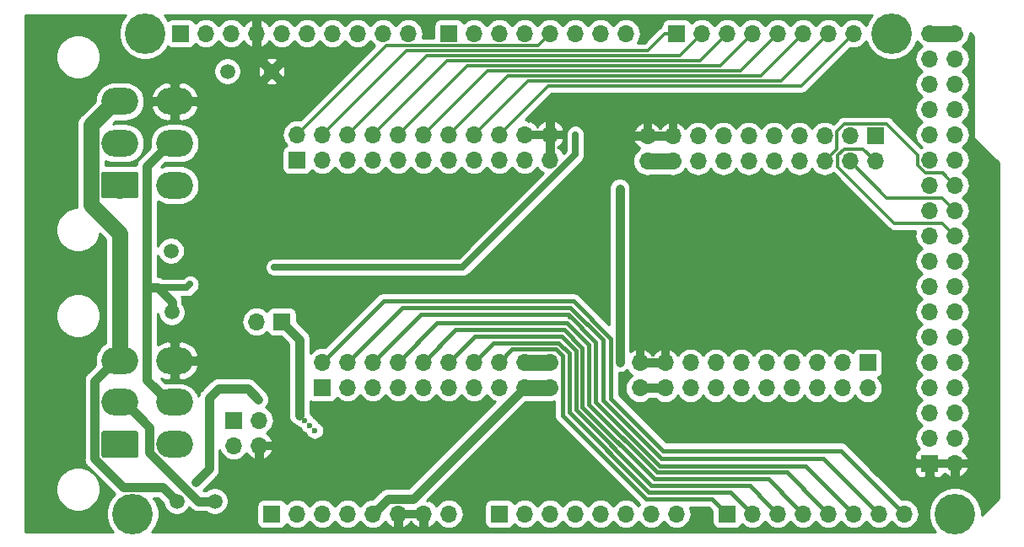
<source format=gbr>
G04 #@! TF.GenerationSoftware,KiCad,Pcbnew,(5.1.4)-1*
G04 #@! TF.CreationDate,2020-11-08T11:56:58-07:00*
G04 #@! TF.ProjectId,ABSIS_Mega,41425349-535f-44d6-9567-612e6b696361,rev?*
G04 #@! TF.SameCoordinates,Original*
G04 #@! TF.FileFunction,Copper,L2,Bot*
G04 #@! TF.FilePolarity,Positive*
%FSLAX46Y46*%
G04 Gerber Fmt 4.6, Leading zero omitted, Abs format (unit mm)*
G04 Created by KiCad (PCBNEW (5.1.4)-1) date 2020-11-08 11:56:58*
%MOMM*%
%LPD*%
G04 APERTURE LIST*
%ADD10C,0.100000*%
%ADD11C,2.700000*%
%ADD12O,3.700000X2.700000*%
%ADD13C,4.064000*%
%ADD14R,1.700000X1.700000*%
%ADD15O,1.700000X1.700000*%
%ADD16C,1.500000*%
%ADD17C,0.600000*%
%ADD18C,1.625600*%
%ADD19C,0.914400*%
%ADD20C,0.304800*%
%ADD21C,0.457200*%
%ADD22C,0.635000*%
%ADD23C,0.254000*%
G04 APERTURE END LIST*
D10*
G36*
X117702503Y-84757204D02*
G01*
X117726772Y-84760804D01*
X117750570Y-84766765D01*
X117773670Y-84775030D01*
X117795849Y-84785520D01*
X117816892Y-84798133D01*
X117836598Y-84812748D01*
X117854776Y-84829224D01*
X117871252Y-84847402D01*
X117885867Y-84867108D01*
X117898480Y-84888151D01*
X117908970Y-84910330D01*
X117917235Y-84933430D01*
X117923196Y-84957228D01*
X117926796Y-84981497D01*
X117928000Y-85006001D01*
X117928000Y-87205999D01*
X117926796Y-87230503D01*
X117923196Y-87254772D01*
X117917235Y-87278570D01*
X117908970Y-87301670D01*
X117898480Y-87323849D01*
X117885867Y-87344892D01*
X117871252Y-87364598D01*
X117854776Y-87382776D01*
X117836598Y-87399252D01*
X117816892Y-87413867D01*
X117795849Y-87426480D01*
X117773670Y-87436970D01*
X117750570Y-87445235D01*
X117726772Y-87451196D01*
X117702503Y-87454796D01*
X117677999Y-87456000D01*
X114478001Y-87456000D01*
X114453497Y-87454796D01*
X114429228Y-87451196D01*
X114405430Y-87445235D01*
X114382330Y-87436970D01*
X114360151Y-87426480D01*
X114339108Y-87413867D01*
X114319402Y-87399252D01*
X114301224Y-87382776D01*
X114284748Y-87364598D01*
X114270133Y-87344892D01*
X114257520Y-87323849D01*
X114247030Y-87301670D01*
X114238765Y-87278570D01*
X114232804Y-87254772D01*
X114229204Y-87230503D01*
X114228000Y-87205999D01*
X114228000Y-85006001D01*
X114229204Y-84981497D01*
X114232804Y-84957228D01*
X114238765Y-84933430D01*
X114247030Y-84910330D01*
X114257520Y-84888151D01*
X114270133Y-84867108D01*
X114284748Y-84847402D01*
X114301224Y-84829224D01*
X114319402Y-84812748D01*
X114339108Y-84798133D01*
X114360151Y-84785520D01*
X114382330Y-84775030D01*
X114405430Y-84766765D01*
X114429228Y-84760804D01*
X114453497Y-84757204D01*
X114478001Y-84756000D01*
X117677999Y-84756000D01*
X117702503Y-84757204D01*
X117702503Y-84757204D01*
G37*
D11*
X116078000Y-86106000D03*
D12*
X116078000Y-81906000D03*
X116078000Y-77706000D03*
X121578000Y-86106000D03*
X121578000Y-81906000D03*
X121578000Y-77706000D03*
D13*
X117348000Y-119126000D03*
X199898000Y-119126000D03*
X118618000Y-70866000D03*
X193548000Y-70866000D03*
D14*
X197358000Y-114046000D03*
D15*
X199898000Y-114046000D03*
X197358000Y-111506000D03*
X199898000Y-111506000D03*
X197358000Y-108966000D03*
X199898000Y-108966000D03*
X197358000Y-106426000D03*
X199898000Y-106426000D03*
X197358000Y-103886000D03*
X199898000Y-103886000D03*
X197358000Y-101346000D03*
X199898000Y-101346000D03*
X197358000Y-98806000D03*
X199898000Y-98806000D03*
X197358000Y-96266000D03*
X199898000Y-96266000D03*
X197358000Y-93726000D03*
X199898000Y-93726000D03*
X197358000Y-91186000D03*
X199898000Y-91186000D03*
X197358000Y-88646000D03*
X199898000Y-88646000D03*
X197358000Y-86106000D03*
X199898000Y-86106000D03*
X197358000Y-83566000D03*
X199898000Y-83566000D03*
X197358000Y-81026000D03*
X199898000Y-81026000D03*
X197358000Y-78486000D03*
X199898000Y-78486000D03*
X197358000Y-75946000D03*
X199898000Y-75946000D03*
X197358000Y-73406000D03*
X199898000Y-73406000D03*
X197358000Y-70866000D03*
X199898000Y-70866000D03*
D14*
X131318000Y-119126000D03*
D15*
X133858000Y-119126000D03*
X136398000Y-119126000D03*
X138938000Y-119126000D03*
X141478000Y-119126000D03*
X144018000Y-119126000D03*
X146558000Y-119126000D03*
X149098000Y-119126000D03*
D14*
X154178000Y-119126000D03*
D15*
X156718000Y-119126000D03*
X159258000Y-119126000D03*
X161798000Y-119126000D03*
X164338000Y-119126000D03*
X166878000Y-119126000D03*
X169418000Y-119126000D03*
X171958000Y-119126000D03*
D14*
X177038000Y-119126000D03*
D15*
X179578000Y-119126000D03*
X182118000Y-119126000D03*
X184658000Y-119126000D03*
X187198000Y-119126000D03*
X189738000Y-119126000D03*
X192278000Y-119126000D03*
X194818000Y-119126000D03*
D14*
X122174000Y-70866000D03*
D15*
X124714000Y-70866000D03*
X127254000Y-70866000D03*
X129794000Y-70866000D03*
X132334000Y-70866000D03*
X134874000Y-70866000D03*
X137414000Y-70866000D03*
X139954000Y-70866000D03*
X142494000Y-70866000D03*
X145034000Y-70866000D03*
X166878000Y-70866000D03*
X164338000Y-70866000D03*
X161798000Y-70866000D03*
X159258000Y-70866000D03*
X156718000Y-70866000D03*
X154178000Y-70866000D03*
X151638000Y-70866000D03*
D14*
X149098000Y-70866000D03*
D15*
X189738000Y-70866000D03*
X187198000Y-70866000D03*
X184658000Y-70866000D03*
X182118000Y-70866000D03*
X179578000Y-70866000D03*
X177038000Y-70866000D03*
X174498000Y-70866000D03*
D14*
X171958000Y-70866000D03*
D12*
X121578000Y-103741000D03*
X121578000Y-107941000D03*
X121578000Y-112141000D03*
X116078000Y-103741000D03*
X116078000Y-107941000D03*
D10*
G36*
X117702503Y-110792204D02*
G01*
X117726772Y-110795804D01*
X117750570Y-110801765D01*
X117773670Y-110810030D01*
X117795849Y-110820520D01*
X117816892Y-110833133D01*
X117836598Y-110847748D01*
X117854776Y-110864224D01*
X117871252Y-110882402D01*
X117885867Y-110902108D01*
X117898480Y-110923151D01*
X117908970Y-110945330D01*
X117917235Y-110968430D01*
X117923196Y-110992228D01*
X117926796Y-111016497D01*
X117928000Y-111041001D01*
X117928000Y-113240999D01*
X117926796Y-113265503D01*
X117923196Y-113289772D01*
X117917235Y-113313570D01*
X117908970Y-113336670D01*
X117898480Y-113358849D01*
X117885867Y-113379892D01*
X117871252Y-113399598D01*
X117854776Y-113417776D01*
X117836598Y-113434252D01*
X117816892Y-113448867D01*
X117795849Y-113461480D01*
X117773670Y-113471970D01*
X117750570Y-113480235D01*
X117726772Y-113486196D01*
X117702503Y-113489796D01*
X117677999Y-113491000D01*
X114478001Y-113491000D01*
X114453497Y-113489796D01*
X114429228Y-113486196D01*
X114405430Y-113480235D01*
X114382330Y-113471970D01*
X114360151Y-113461480D01*
X114339108Y-113448867D01*
X114319402Y-113434252D01*
X114301224Y-113417776D01*
X114284748Y-113399598D01*
X114270133Y-113379892D01*
X114257520Y-113358849D01*
X114247030Y-113336670D01*
X114238765Y-113313570D01*
X114232804Y-113289772D01*
X114229204Y-113265503D01*
X114228000Y-113240999D01*
X114228000Y-111041001D01*
X114229204Y-111016497D01*
X114232804Y-110992228D01*
X114238765Y-110968430D01*
X114247030Y-110945330D01*
X114257520Y-110923151D01*
X114270133Y-110902108D01*
X114284748Y-110882402D01*
X114301224Y-110864224D01*
X114319402Y-110847748D01*
X114339108Y-110833133D01*
X114360151Y-110820520D01*
X114382330Y-110810030D01*
X114405430Y-110801765D01*
X114429228Y-110795804D01*
X114453497Y-110792204D01*
X114478001Y-110791000D01*
X117677999Y-110791000D01*
X117702503Y-110792204D01*
X117702503Y-110792204D01*
G37*
D11*
X116078000Y-112141000D03*
D14*
X133858000Y-83566000D03*
D15*
X133858000Y-81026000D03*
X136398000Y-83566000D03*
X136398000Y-81026000D03*
X138938000Y-83566000D03*
X138938000Y-81026000D03*
X141478000Y-83566000D03*
X141478000Y-81026000D03*
X144018000Y-83566000D03*
X144018000Y-81026000D03*
X146558000Y-83566000D03*
X146558000Y-81026000D03*
X149098000Y-83566000D03*
X149098000Y-81026000D03*
X151638000Y-83566000D03*
X151638000Y-81026000D03*
X154178000Y-83566000D03*
X154178000Y-81026000D03*
X156718000Y-83566000D03*
X156718000Y-81026000D03*
X159258000Y-83566000D03*
X159258000Y-81026000D03*
D14*
X136398000Y-106426000D03*
D15*
X136398000Y-103886000D03*
X138938000Y-106426000D03*
X138938000Y-103886000D03*
X141478000Y-106426000D03*
X141478000Y-103886000D03*
X144018000Y-106426000D03*
X144018000Y-103886000D03*
X146558000Y-106426000D03*
X146558000Y-103886000D03*
X149098000Y-106426000D03*
X149098000Y-103886000D03*
X151638000Y-106426000D03*
X151638000Y-103886000D03*
X154178000Y-106426000D03*
X154178000Y-103886000D03*
X156718000Y-106426000D03*
X156718000Y-103886000D03*
X159258000Y-106426000D03*
X159258000Y-103886000D03*
D14*
X132334000Y-99822000D03*
D15*
X129794000Y-99822000D03*
D16*
X126873000Y-74676000D03*
X125603000Y-117856000D03*
X121793000Y-117856000D03*
X131318000Y-74676000D03*
X121221500Y-92710000D03*
X121285000Y-98869500D03*
D14*
X191135000Y-103949500D03*
D15*
X191135000Y-106489500D03*
X188595000Y-103949500D03*
X188595000Y-106489500D03*
X186055000Y-103949500D03*
X186055000Y-106489500D03*
X183515000Y-103949500D03*
X183515000Y-106489500D03*
X180975000Y-103949500D03*
X180975000Y-106489500D03*
X178435000Y-103949500D03*
X178435000Y-106489500D03*
X175895000Y-103949500D03*
X175895000Y-106489500D03*
X173355000Y-103949500D03*
X173355000Y-106489500D03*
X170815000Y-103949500D03*
X170815000Y-106489500D03*
X168275000Y-103949500D03*
X168275000Y-106489500D03*
X169037000Y-83693000D03*
X169037000Y-81153000D03*
X171577000Y-83693000D03*
X171577000Y-81153000D03*
X174117000Y-83693000D03*
X174117000Y-81153000D03*
X176657000Y-83693000D03*
X176657000Y-81153000D03*
X179197000Y-83693000D03*
X179197000Y-81153000D03*
X181737000Y-83693000D03*
X181737000Y-81153000D03*
X184277000Y-83693000D03*
X184277000Y-81153000D03*
X186817000Y-83693000D03*
X186817000Y-81153000D03*
X189357000Y-83693000D03*
X189357000Y-81153000D03*
X191897000Y-83693000D03*
D14*
X191897000Y-81153000D03*
X127508000Y-109728000D03*
D15*
X130048000Y-109728000D03*
X127508000Y-112268000D03*
X130048000Y-112268000D03*
D17*
X123444000Y-98806000D03*
X123253500Y-93091000D03*
X159258000Y-94996000D03*
X159258000Y-95758000D03*
X159258000Y-96520000D03*
X134620000Y-109728000D03*
X135636000Y-110744000D03*
X135128000Y-110236000D03*
X134112000Y-109220000D03*
X166243000Y-86487000D03*
X166243000Y-88138000D03*
X166243000Y-87376000D03*
X166243000Y-102362000D03*
X166243000Y-103124000D03*
X166243000Y-103886000D03*
X124714000Y-114935000D03*
X128905000Y-106553000D03*
X129413000Y-107061000D03*
X129984500Y-107632500D03*
X124206000Y-115443000D03*
X123698000Y-115951000D03*
X131572000Y-94361000D03*
X161798000Y-81026000D03*
X123126500Y-96075500D03*
D18*
X156718000Y-103886000D02*
X159258000Y-103886000D01*
D19*
X155868001Y-107275999D02*
X156718000Y-106426000D01*
X145525201Y-117618799D02*
X155868001Y-107275999D01*
X142985201Y-117618799D02*
X145525201Y-117618799D01*
X141478000Y-119126000D02*
X142985201Y-117618799D01*
D18*
X156718000Y-106426000D02*
X159258000Y-106426000D01*
D19*
X134112000Y-108620002D02*
X134112000Y-109220000D01*
X132334000Y-99822000D02*
X134112000Y-101600000D01*
X134112000Y-101600000D02*
X134112000Y-108620002D01*
D18*
X171577000Y-83693000D02*
X169037000Y-83693000D01*
X197358000Y-70866000D02*
X199898000Y-70866000D01*
D19*
X170815000Y-106489500D02*
X168275000Y-106489500D01*
X166243000Y-103886000D02*
X166243000Y-86487000D01*
X124542340Y-117856000D02*
X125603000Y-117856000D01*
X123954377Y-117856000D02*
X124542340Y-117856000D01*
X119070790Y-112972413D02*
X123954377Y-117856000D01*
X119070790Y-110433790D02*
X119070790Y-112972413D01*
X116578000Y-107941000D02*
X119070790Y-110433790D01*
X116078000Y-107941000D02*
X116578000Y-107941000D01*
D18*
X116078000Y-100765400D02*
X116078000Y-103741000D01*
X116078000Y-90939054D02*
X116078000Y-100765400D01*
X113215190Y-88076244D02*
X116078000Y-90939054D01*
X113215190Y-80068810D02*
X113215190Y-88076244D01*
X115578000Y-77706000D02*
X113215190Y-80068810D01*
X116078000Y-77706000D02*
X115578000Y-77706000D01*
D19*
X120373799Y-116436799D02*
X121043001Y-117106001D01*
X116390809Y-116436799D02*
X120373799Y-116436799D01*
X121043001Y-117106001D02*
X121793000Y-117856000D01*
X113570790Y-113616780D02*
X116390809Y-116436799D01*
X113570790Y-105748210D02*
X113570790Y-113616780D01*
X115578000Y-103741000D02*
X113570790Y-105748210D01*
X116078000Y-103741000D02*
X115578000Y-103741000D01*
X123698000Y-115951000D02*
X124714000Y-114935000D01*
X125013999Y-114635001D02*
X125013999Y-107523001D01*
X124714000Y-114935000D02*
X125013999Y-114635001D01*
X125013999Y-107523001D02*
X125984000Y-106553000D01*
X125984000Y-106553000D02*
X128905000Y-106553000D01*
X128905000Y-106553000D02*
X129984500Y-107632500D01*
D20*
X199048001Y-90336001D02*
X199898000Y-91186000D01*
X198628000Y-89916000D02*
X199048001Y-90336001D01*
X190694599Y-82490599D02*
X188779847Y-82490599D01*
X191897000Y-83693000D02*
X190694599Y-82490599D01*
X188779847Y-82490599D02*
X188154599Y-83115847D01*
X188154599Y-83115847D02*
X188154599Y-84270153D01*
X188154599Y-84270153D02*
X193800446Y-89916000D01*
X193800446Y-89916000D02*
X198628000Y-89916000D01*
X199048001Y-87796001D02*
X199898000Y-88646000D01*
X198628000Y-87376000D02*
X199048001Y-87796001D01*
X189357000Y-83693000D02*
X193040000Y-87376000D01*
X193040000Y-87376000D02*
X198628000Y-87376000D01*
X199048001Y-85256001D02*
X199898000Y-86106000D01*
X198695599Y-84903599D02*
X199048001Y-85256001D01*
X196916045Y-84903599D02*
X198695599Y-84903599D01*
X196155599Y-84143153D02*
X196916045Y-84903599D01*
X196155599Y-83077277D02*
X196155599Y-84143153D01*
X188779847Y-79950599D02*
X193028921Y-79950599D01*
X188019401Y-80711045D02*
X188779847Y-79950599D01*
X188019401Y-82490599D02*
X188019401Y-80711045D01*
X193028921Y-79950599D02*
X196155599Y-83077277D01*
X186817000Y-83693000D02*
X188019401Y-82490599D01*
D21*
X175514000Y-117602000D02*
X177038000Y-119126000D01*
X155456601Y-102607399D02*
X159871729Y-102607399D01*
X154178000Y-103886000D02*
X155456601Y-102607399D01*
X159871729Y-102607399D02*
X160536601Y-103272271D01*
X160536601Y-103272271D02*
X160536601Y-109228601D01*
X160536601Y-109228601D02*
X168910000Y-117602000D01*
X168910000Y-117602000D02*
X175514000Y-117602000D01*
X151638000Y-103886000D02*
X153573808Y-101950192D01*
X153573808Y-101950192D02*
X160143957Y-101950192D01*
X160143957Y-101950192D02*
X161193813Y-103000049D01*
X161193813Y-103000049D02*
X161193814Y-108956380D01*
X161193814Y-108956380D02*
X169182227Y-116944793D01*
X169182227Y-116944793D02*
X177396793Y-116944793D01*
X177396793Y-116944793D02*
X178728001Y-118276001D01*
X178728001Y-118276001D02*
X179578000Y-119126000D01*
X149098000Y-103886000D02*
X151691019Y-101292981D01*
X151691019Y-101292981D02*
X160416183Y-101292982D01*
X160416183Y-101292982D02*
X161851024Y-102727824D01*
X169454452Y-116287582D02*
X179279582Y-116287582D01*
X161851024Y-108684154D02*
X169454452Y-116287582D01*
X181268001Y-118276001D02*
X182118000Y-119126000D01*
X179279582Y-116287582D02*
X181268001Y-118276001D01*
X161851024Y-102727824D02*
X161851024Y-108684154D01*
X162508236Y-108411930D02*
X169726677Y-115630371D01*
X149808231Y-100635769D02*
X160688406Y-100635769D01*
X162508235Y-102455599D02*
X162508236Y-108411930D01*
X183808001Y-118276001D02*
X184658000Y-119126000D01*
X181162371Y-115630371D02*
X183808001Y-118276001D01*
X169726677Y-115630371D02*
X181162371Y-115630371D01*
X160688406Y-100635769D02*
X162508235Y-102455599D01*
X146558000Y-103886000D02*
X149808231Y-100635769D01*
X147925442Y-99978558D02*
X160960632Y-99978558D01*
X163165446Y-102183374D02*
X163165446Y-108139704D01*
X186348001Y-118276001D02*
X187198000Y-119126000D01*
X183045160Y-114973160D02*
X186348001Y-118276001D01*
X169998902Y-114973160D02*
X183045160Y-114973160D01*
X144018000Y-103886000D02*
X147925442Y-99978558D01*
X163165446Y-108139704D02*
X169998902Y-114973160D01*
X160960632Y-99978558D02*
X163165446Y-102183374D01*
X161232861Y-99249506D02*
X161232861Y-99321356D01*
X161043355Y-99060000D02*
X161232861Y-99249506D01*
X146259578Y-99104422D02*
X161080422Y-99104422D01*
X161080422Y-99104422D02*
X163830000Y-101854000D01*
X163830000Y-101854000D02*
X163830000Y-107874822D01*
X184912000Y-114300000D02*
X188888001Y-118276001D01*
X163830000Y-107874822D02*
X170255178Y-114300000D01*
X188888001Y-118276001D02*
X189738000Y-119126000D01*
X170255178Y-114300000D02*
X184912000Y-114300000D01*
X141478000Y-103886000D02*
X146259578Y-99104422D01*
X138938000Y-103886000D02*
X144421209Y-98402791D01*
X144421209Y-98402791D02*
X161315579Y-98402792D01*
X186690000Y-113538000D02*
X191428001Y-118276001D01*
X191428001Y-118276001D02*
X192278000Y-119126000D01*
X170422614Y-113538000D02*
X186690000Y-113538000D01*
X164592000Y-107707386D02*
X170422614Y-113538000D01*
X164592000Y-101679213D02*
X164592000Y-107707386D01*
X161315579Y-98402792D02*
X164592000Y-101679213D01*
X188468000Y-112776000D02*
X194818000Y-119126000D01*
X165354000Y-107539950D02*
X170590050Y-112776000D01*
X165354000Y-101511777D02*
X165354000Y-107539950D01*
X161587805Y-97745582D02*
X165354000Y-101511777D01*
X142538437Y-97745564D02*
X161587805Y-97745582D01*
X136398000Y-103886000D02*
X142538437Y-97745564D01*
X170590050Y-112776000D02*
X188468000Y-112776000D01*
D20*
X142805122Y-72078878D02*
X158045122Y-72078878D01*
X133858000Y-81026000D02*
X142805122Y-72078878D01*
X158045122Y-72078878D02*
X158408001Y-71715999D01*
X158408001Y-71715999D02*
X159258000Y-70866000D01*
D22*
X150486902Y-94361000D02*
X161798000Y-83049902D01*
X131572000Y-94361000D02*
X150486902Y-94361000D01*
X161798000Y-83049902D02*
X161798000Y-81026000D01*
D20*
X144840311Y-72583689D02*
X169085511Y-72583689D01*
X136398000Y-81026000D02*
X144840311Y-72583689D01*
X169085511Y-72583689D02*
X170803200Y-70866000D01*
X170803200Y-70866000D02*
X171958000Y-70866000D01*
X146875500Y-73088500D02*
X172275500Y-73088500D01*
X138938000Y-81026000D02*
X146875500Y-73088500D01*
X172275500Y-73088500D02*
X173648001Y-71715999D01*
X173648001Y-71715999D02*
X174498000Y-70866000D01*
X148907500Y-73596500D02*
X174307500Y-73596500D01*
X141478000Y-81026000D02*
X148907500Y-73596500D01*
X174307500Y-73596500D02*
X176188001Y-71715999D01*
X176188001Y-71715999D02*
X177038000Y-70866000D01*
X150939500Y-74104500D02*
X176339500Y-74104500D01*
X144018000Y-81026000D02*
X150939500Y-74104500D01*
X176339500Y-74104500D02*
X178728001Y-71715999D01*
X178728001Y-71715999D02*
X179578000Y-70866000D01*
X178371500Y-74612500D02*
X182118000Y-70866000D01*
X146558000Y-81026000D02*
X152971500Y-74612500D01*
X152971500Y-74612500D02*
X178371500Y-74612500D01*
X183808001Y-71715999D02*
X184658000Y-70866000D01*
X180403500Y-75120500D02*
X183808001Y-71715999D01*
X149098000Y-81026000D02*
X155003500Y-75120500D01*
X155003500Y-75120500D02*
X180403500Y-75120500D01*
X186348001Y-71715999D02*
X187198000Y-70866000D01*
X182435500Y-75628500D02*
X186348001Y-71715999D01*
X151638000Y-81026000D02*
X157035500Y-75628500D01*
X157035500Y-75628500D02*
X182435500Y-75628500D01*
X188888001Y-71715999D02*
X189738000Y-70866000D01*
X184467500Y-76136500D02*
X188888001Y-71715999D01*
X154178000Y-81026000D02*
X159067500Y-76136500D01*
X159067500Y-76136500D02*
X184467500Y-76136500D01*
D19*
X121078000Y-107941000D02*
X121578000Y-107941000D01*
X118813600Y-105676600D02*
X121078000Y-107941000D01*
X121078000Y-81906000D02*
X118813600Y-84170400D01*
X121578000Y-81906000D02*
X121078000Y-81906000D01*
D22*
X122803900Y-96398100D02*
X118813600Y-96398100D01*
X123126500Y-96075500D02*
X122803900Y-96398100D01*
D19*
X118813600Y-84170400D02*
X118813600Y-96398100D01*
X118813600Y-96398100D02*
X118813600Y-105676600D01*
X119874260Y-96398100D02*
X118813600Y-96398100D01*
X121285000Y-97808840D02*
X119874260Y-96398100D01*
X121285000Y-98869500D02*
X121285000Y-97808840D01*
D23*
G36*
X116546406Y-69165887D02*
G01*
X116254536Y-69602702D01*
X116053492Y-70088065D01*
X115951000Y-70603323D01*
X115951000Y-71128677D01*
X116053492Y-71643935D01*
X116254536Y-72129298D01*
X116546406Y-72566113D01*
X116917887Y-72937594D01*
X117354702Y-73229464D01*
X117840065Y-73430508D01*
X118355323Y-73533000D01*
X118880677Y-73533000D01*
X119395935Y-73430508D01*
X119881298Y-73229464D01*
X120318113Y-72937594D01*
X120689594Y-72566113D01*
X120926636Y-72211354D01*
X120969506Y-72246537D01*
X121079820Y-72305502D01*
X121199518Y-72341812D01*
X121324000Y-72354072D01*
X123024000Y-72354072D01*
X123148482Y-72341812D01*
X123268180Y-72305502D01*
X123378494Y-72246537D01*
X123475185Y-72167185D01*
X123554537Y-72070494D01*
X123613502Y-71960180D01*
X123634393Y-71891313D01*
X123658866Y-71921134D01*
X123884986Y-72106706D01*
X124142966Y-72244599D01*
X124422889Y-72329513D01*
X124641050Y-72351000D01*
X124786950Y-72351000D01*
X125005111Y-72329513D01*
X125285034Y-72244599D01*
X125543014Y-72106706D01*
X125769134Y-71921134D01*
X125954706Y-71695014D01*
X125984000Y-71640209D01*
X126013294Y-71695014D01*
X126198866Y-71921134D01*
X126424986Y-72106706D01*
X126682966Y-72244599D01*
X126962889Y-72329513D01*
X127181050Y-72351000D01*
X127326950Y-72351000D01*
X127545111Y-72329513D01*
X127825034Y-72244599D01*
X128083014Y-72106706D01*
X128309134Y-71921134D01*
X128494706Y-71695014D01*
X128527271Y-71634088D01*
X128547038Y-71672440D01*
X128728327Y-71900215D01*
X128950569Y-72088245D01*
X129205223Y-72229305D01*
X129246328Y-72246319D01*
X129469000Y-72151813D01*
X129469000Y-71191000D01*
X129449000Y-71191000D01*
X129449000Y-70541000D01*
X129469000Y-70541000D01*
X129469000Y-69580187D01*
X129246328Y-69485681D01*
X129205223Y-69502695D01*
X128950569Y-69643755D01*
X128728327Y-69831785D01*
X128547038Y-70059560D01*
X128527271Y-70097912D01*
X128494706Y-70036986D01*
X128309134Y-69810866D01*
X128083014Y-69625294D01*
X127825034Y-69487401D01*
X127545111Y-69402487D01*
X127326950Y-69381000D01*
X127181050Y-69381000D01*
X126962889Y-69402487D01*
X126682966Y-69487401D01*
X126424986Y-69625294D01*
X126198866Y-69810866D01*
X126013294Y-70036986D01*
X125984000Y-70091791D01*
X125954706Y-70036986D01*
X125769134Y-69810866D01*
X125543014Y-69625294D01*
X125285034Y-69487401D01*
X125005111Y-69402487D01*
X124786950Y-69381000D01*
X124641050Y-69381000D01*
X124422889Y-69402487D01*
X124142966Y-69487401D01*
X123884986Y-69625294D01*
X123658866Y-69810866D01*
X123634393Y-69840687D01*
X123613502Y-69771820D01*
X123554537Y-69661506D01*
X123475185Y-69564815D01*
X123378494Y-69485463D01*
X123268180Y-69426498D01*
X123148482Y-69390188D01*
X123024000Y-69377928D01*
X121324000Y-69377928D01*
X121199518Y-69390188D01*
X121079820Y-69426498D01*
X120969506Y-69485463D01*
X120926636Y-69520646D01*
X120689594Y-69165887D01*
X120559707Y-69036000D01*
X191606293Y-69036000D01*
X191476406Y-69165887D01*
X191184536Y-69602702D01*
X190993323Y-70064332D01*
X190978706Y-70036986D01*
X190793134Y-69810866D01*
X190567014Y-69625294D01*
X190309034Y-69487401D01*
X190029111Y-69402487D01*
X189810950Y-69381000D01*
X189665050Y-69381000D01*
X189446889Y-69402487D01*
X189166966Y-69487401D01*
X188908986Y-69625294D01*
X188682866Y-69810866D01*
X188497294Y-70036986D01*
X188468000Y-70091791D01*
X188438706Y-70036986D01*
X188253134Y-69810866D01*
X188027014Y-69625294D01*
X187769034Y-69487401D01*
X187489111Y-69402487D01*
X187270950Y-69381000D01*
X187125050Y-69381000D01*
X186906889Y-69402487D01*
X186626966Y-69487401D01*
X186368986Y-69625294D01*
X186142866Y-69810866D01*
X185957294Y-70036986D01*
X185928000Y-70091791D01*
X185898706Y-70036986D01*
X185713134Y-69810866D01*
X185487014Y-69625294D01*
X185229034Y-69487401D01*
X184949111Y-69402487D01*
X184730950Y-69381000D01*
X184585050Y-69381000D01*
X184366889Y-69402487D01*
X184086966Y-69487401D01*
X183828986Y-69625294D01*
X183602866Y-69810866D01*
X183417294Y-70036986D01*
X183388000Y-70091791D01*
X183358706Y-70036986D01*
X183173134Y-69810866D01*
X182947014Y-69625294D01*
X182689034Y-69487401D01*
X182409111Y-69402487D01*
X182190950Y-69381000D01*
X182045050Y-69381000D01*
X181826889Y-69402487D01*
X181546966Y-69487401D01*
X181288986Y-69625294D01*
X181062866Y-69810866D01*
X180877294Y-70036986D01*
X180848000Y-70091791D01*
X180818706Y-70036986D01*
X180633134Y-69810866D01*
X180407014Y-69625294D01*
X180149034Y-69487401D01*
X179869111Y-69402487D01*
X179650950Y-69381000D01*
X179505050Y-69381000D01*
X179286889Y-69402487D01*
X179006966Y-69487401D01*
X178748986Y-69625294D01*
X178522866Y-69810866D01*
X178337294Y-70036986D01*
X178308000Y-70091791D01*
X178278706Y-70036986D01*
X178093134Y-69810866D01*
X177867014Y-69625294D01*
X177609034Y-69487401D01*
X177329111Y-69402487D01*
X177110950Y-69381000D01*
X176965050Y-69381000D01*
X176746889Y-69402487D01*
X176466966Y-69487401D01*
X176208986Y-69625294D01*
X175982866Y-69810866D01*
X175797294Y-70036986D01*
X175768000Y-70091791D01*
X175738706Y-70036986D01*
X175553134Y-69810866D01*
X175327014Y-69625294D01*
X175069034Y-69487401D01*
X174789111Y-69402487D01*
X174570950Y-69381000D01*
X174425050Y-69381000D01*
X174206889Y-69402487D01*
X173926966Y-69487401D01*
X173668986Y-69625294D01*
X173442866Y-69810866D01*
X173418393Y-69840687D01*
X173397502Y-69771820D01*
X173338537Y-69661506D01*
X173259185Y-69564815D01*
X173162494Y-69485463D01*
X173052180Y-69426498D01*
X172932482Y-69390188D01*
X172808000Y-69377928D01*
X171108000Y-69377928D01*
X170983518Y-69390188D01*
X170863820Y-69426498D01*
X170753506Y-69485463D01*
X170656815Y-69564815D01*
X170577463Y-69661506D01*
X170518498Y-69771820D01*
X170482188Y-69891518D01*
X170469928Y-70016000D01*
X170469928Y-70151315D01*
X170363628Y-70208134D01*
X170243731Y-70306531D01*
X170219077Y-70336572D01*
X168759361Y-71796289D01*
X168035592Y-71796289D01*
X168118706Y-71695014D01*
X168256599Y-71437034D01*
X168341513Y-71157111D01*
X168370185Y-70866000D01*
X168341513Y-70574889D01*
X168256599Y-70294966D01*
X168118706Y-70036986D01*
X167933134Y-69810866D01*
X167707014Y-69625294D01*
X167449034Y-69487401D01*
X167169111Y-69402487D01*
X166950950Y-69381000D01*
X166805050Y-69381000D01*
X166586889Y-69402487D01*
X166306966Y-69487401D01*
X166048986Y-69625294D01*
X165822866Y-69810866D01*
X165637294Y-70036986D01*
X165608000Y-70091791D01*
X165578706Y-70036986D01*
X165393134Y-69810866D01*
X165167014Y-69625294D01*
X164909034Y-69487401D01*
X164629111Y-69402487D01*
X164410950Y-69381000D01*
X164265050Y-69381000D01*
X164046889Y-69402487D01*
X163766966Y-69487401D01*
X163508986Y-69625294D01*
X163282866Y-69810866D01*
X163097294Y-70036986D01*
X163068000Y-70091791D01*
X163038706Y-70036986D01*
X162853134Y-69810866D01*
X162627014Y-69625294D01*
X162369034Y-69487401D01*
X162089111Y-69402487D01*
X161870950Y-69381000D01*
X161725050Y-69381000D01*
X161506889Y-69402487D01*
X161226966Y-69487401D01*
X160968986Y-69625294D01*
X160742866Y-69810866D01*
X160557294Y-70036986D01*
X160528000Y-70091791D01*
X160498706Y-70036986D01*
X160313134Y-69810866D01*
X160087014Y-69625294D01*
X159829034Y-69487401D01*
X159549111Y-69402487D01*
X159330950Y-69381000D01*
X159185050Y-69381000D01*
X158966889Y-69402487D01*
X158686966Y-69487401D01*
X158428986Y-69625294D01*
X158202866Y-69810866D01*
X158017294Y-70036986D01*
X157988000Y-70091791D01*
X157958706Y-70036986D01*
X157773134Y-69810866D01*
X157547014Y-69625294D01*
X157289034Y-69487401D01*
X157009111Y-69402487D01*
X156790950Y-69381000D01*
X156645050Y-69381000D01*
X156426889Y-69402487D01*
X156146966Y-69487401D01*
X155888986Y-69625294D01*
X155662866Y-69810866D01*
X155477294Y-70036986D01*
X155448000Y-70091791D01*
X155418706Y-70036986D01*
X155233134Y-69810866D01*
X155007014Y-69625294D01*
X154749034Y-69487401D01*
X154469111Y-69402487D01*
X154250950Y-69381000D01*
X154105050Y-69381000D01*
X153886889Y-69402487D01*
X153606966Y-69487401D01*
X153348986Y-69625294D01*
X153122866Y-69810866D01*
X152937294Y-70036986D01*
X152908000Y-70091791D01*
X152878706Y-70036986D01*
X152693134Y-69810866D01*
X152467014Y-69625294D01*
X152209034Y-69487401D01*
X151929111Y-69402487D01*
X151710950Y-69381000D01*
X151565050Y-69381000D01*
X151346889Y-69402487D01*
X151066966Y-69487401D01*
X150808986Y-69625294D01*
X150582866Y-69810866D01*
X150558393Y-69840687D01*
X150537502Y-69771820D01*
X150478537Y-69661506D01*
X150399185Y-69564815D01*
X150302494Y-69485463D01*
X150192180Y-69426498D01*
X150072482Y-69390188D01*
X149948000Y-69377928D01*
X148248000Y-69377928D01*
X148123518Y-69390188D01*
X148003820Y-69426498D01*
X147893506Y-69485463D01*
X147796815Y-69564815D01*
X147717463Y-69661506D01*
X147658498Y-69771820D01*
X147622188Y-69891518D01*
X147609928Y-70016000D01*
X147609928Y-71291478D01*
X146456753Y-71291478D01*
X146497513Y-71157111D01*
X146526185Y-70866000D01*
X146497513Y-70574889D01*
X146412599Y-70294966D01*
X146274706Y-70036986D01*
X146089134Y-69810866D01*
X145863014Y-69625294D01*
X145605034Y-69487401D01*
X145325111Y-69402487D01*
X145106950Y-69381000D01*
X144961050Y-69381000D01*
X144742889Y-69402487D01*
X144462966Y-69487401D01*
X144204986Y-69625294D01*
X143978866Y-69810866D01*
X143793294Y-70036986D01*
X143764000Y-70091791D01*
X143734706Y-70036986D01*
X143549134Y-69810866D01*
X143323014Y-69625294D01*
X143065034Y-69487401D01*
X142785111Y-69402487D01*
X142566950Y-69381000D01*
X142421050Y-69381000D01*
X142202889Y-69402487D01*
X141922966Y-69487401D01*
X141664986Y-69625294D01*
X141438866Y-69810866D01*
X141253294Y-70036986D01*
X141224000Y-70091791D01*
X141194706Y-70036986D01*
X141009134Y-69810866D01*
X140783014Y-69625294D01*
X140525034Y-69487401D01*
X140245111Y-69402487D01*
X140026950Y-69381000D01*
X139881050Y-69381000D01*
X139662889Y-69402487D01*
X139382966Y-69487401D01*
X139124986Y-69625294D01*
X138898866Y-69810866D01*
X138713294Y-70036986D01*
X138684000Y-70091791D01*
X138654706Y-70036986D01*
X138469134Y-69810866D01*
X138243014Y-69625294D01*
X137985034Y-69487401D01*
X137705111Y-69402487D01*
X137486950Y-69381000D01*
X137341050Y-69381000D01*
X137122889Y-69402487D01*
X136842966Y-69487401D01*
X136584986Y-69625294D01*
X136358866Y-69810866D01*
X136173294Y-70036986D01*
X136144000Y-70091791D01*
X136114706Y-70036986D01*
X135929134Y-69810866D01*
X135703014Y-69625294D01*
X135445034Y-69487401D01*
X135165111Y-69402487D01*
X134946950Y-69381000D01*
X134801050Y-69381000D01*
X134582889Y-69402487D01*
X134302966Y-69487401D01*
X134044986Y-69625294D01*
X133818866Y-69810866D01*
X133633294Y-70036986D01*
X133604000Y-70091791D01*
X133574706Y-70036986D01*
X133389134Y-69810866D01*
X133163014Y-69625294D01*
X132905034Y-69487401D01*
X132625111Y-69402487D01*
X132406950Y-69381000D01*
X132261050Y-69381000D01*
X132042889Y-69402487D01*
X131762966Y-69487401D01*
X131504986Y-69625294D01*
X131278866Y-69810866D01*
X131093294Y-70036986D01*
X131060729Y-70097912D01*
X131040962Y-70059560D01*
X130859673Y-69831785D01*
X130637431Y-69643755D01*
X130382777Y-69502695D01*
X130341672Y-69485681D01*
X130119000Y-69580187D01*
X130119000Y-70541000D01*
X130139000Y-70541000D01*
X130139000Y-71191000D01*
X130119000Y-71191000D01*
X130119000Y-72151813D01*
X130341672Y-72246319D01*
X130382777Y-72229305D01*
X130637431Y-72088245D01*
X130859673Y-71900215D01*
X131040962Y-71672440D01*
X131060729Y-71634088D01*
X131093294Y-71695014D01*
X131278866Y-71921134D01*
X131504986Y-72106706D01*
X131762966Y-72244599D01*
X132042889Y-72329513D01*
X132261050Y-72351000D01*
X132406950Y-72351000D01*
X132625111Y-72329513D01*
X132905034Y-72244599D01*
X133163014Y-72106706D01*
X133389134Y-71921134D01*
X133574706Y-71695014D01*
X133604000Y-71640209D01*
X133633294Y-71695014D01*
X133818866Y-71921134D01*
X134044986Y-72106706D01*
X134302966Y-72244599D01*
X134582889Y-72329513D01*
X134801050Y-72351000D01*
X134946950Y-72351000D01*
X135165111Y-72329513D01*
X135445034Y-72244599D01*
X135703014Y-72106706D01*
X135929134Y-71921134D01*
X136114706Y-71695014D01*
X136144000Y-71640209D01*
X136173294Y-71695014D01*
X136358866Y-71921134D01*
X136584986Y-72106706D01*
X136842966Y-72244599D01*
X137122889Y-72329513D01*
X137341050Y-72351000D01*
X137486950Y-72351000D01*
X137705111Y-72329513D01*
X137985034Y-72244599D01*
X138243014Y-72106706D01*
X138469134Y-71921134D01*
X138654706Y-71695014D01*
X138684000Y-71640209D01*
X138713294Y-71695014D01*
X138898866Y-71921134D01*
X139124986Y-72106706D01*
X139382966Y-72244599D01*
X139662889Y-72329513D01*
X139881050Y-72351000D01*
X140026950Y-72351000D01*
X140245111Y-72329513D01*
X140525034Y-72244599D01*
X140783014Y-72106706D01*
X141009134Y-71921134D01*
X141194706Y-71695014D01*
X141224000Y-71640209D01*
X141253294Y-71695014D01*
X141438866Y-71921134D01*
X141664303Y-72106145D01*
X134194265Y-79576184D01*
X134149111Y-79562487D01*
X133930950Y-79541000D01*
X133785050Y-79541000D01*
X133566889Y-79562487D01*
X133286966Y-79647401D01*
X133028986Y-79785294D01*
X132802866Y-79970866D01*
X132617294Y-80196986D01*
X132479401Y-80454966D01*
X132394487Y-80734889D01*
X132365815Y-81026000D01*
X132394487Y-81317111D01*
X132479401Y-81597034D01*
X132617294Y-81855014D01*
X132802866Y-82081134D01*
X132832687Y-82105607D01*
X132763820Y-82126498D01*
X132653506Y-82185463D01*
X132556815Y-82264815D01*
X132477463Y-82361506D01*
X132418498Y-82471820D01*
X132382188Y-82591518D01*
X132369928Y-82716000D01*
X132369928Y-84416000D01*
X132382188Y-84540482D01*
X132418498Y-84660180D01*
X132477463Y-84770494D01*
X132556815Y-84867185D01*
X132653506Y-84946537D01*
X132763820Y-85005502D01*
X132883518Y-85041812D01*
X133008000Y-85054072D01*
X134708000Y-85054072D01*
X134832482Y-85041812D01*
X134952180Y-85005502D01*
X135062494Y-84946537D01*
X135159185Y-84867185D01*
X135238537Y-84770494D01*
X135297502Y-84660180D01*
X135318393Y-84591313D01*
X135342866Y-84621134D01*
X135568986Y-84806706D01*
X135826966Y-84944599D01*
X136106889Y-85029513D01*
X136325050Y-85051000D01*
X136470950Y-85051000D01*
X136689111Y-85029513D01*
X136969034Y-84944599D01*
X137227014Y-84806706D01*
X137453134Y-84621134D01*
X137638706Y-84395014D01*
X137668000Y-84340209D01*
X137697294Y-84395014D01*
X137882866Y-84621134D01*
X138108986Y-84806706D01*
X138366966Y-84944599D01*
X138646889Y-85029513D01*
X138865050Y-85051000D01*
X139010950Y-85051000D01*
X139229111Y-85029513D01*
X139509034Y-84944599D01*
X139767014Y-84806706D01*
X139993134Y-84621134D01*
X140178706Y-84395014D01*
X140208000Y-84340209D01*
X140237294Y-84395014D01*
X140422866Y-84621134D01*
X140648986Y-84806706D01*
X140906966Y-84944599D01*
X141186889Y-85029513D01*
X141405050Y-85051000D01*
X141550950Y-85051000D01*
X141769111Y-85029513D01*
X142049034Y-84944599D01*
X142307014Y-84806706D01*
X142533134Y-84621134D01*
X142718706Y-84395014D01*
X142748000Y-84340209D01*
X142777294Y-84395014D01*
X142962866Y-84621134D01*
X143188986Y-84806706D01*
X143446966Y-84944599D01*
X143726889Y-85029513D01*
X143945050Y-85051000D01*
X144090950Y-85051000D01*
X144309111Y-85029513D01*
X144589034Y-84944599D01*
X144847014Y-84806706D01*
X145073134Y-84621134D01*
X145258706Y-84395014D01*
X145288000Y-84340209D01*
X145317294Y-84395014D01*
X145502866Y-84621134D01*
X145728986Y-84806706D01*
X145986966Y-84944599D01*
X146266889Y-85029513D01*
X146485050Y-85051000D01*
X146630950Y-85051000D01*
X146849111Y-85029513D01*
X147129034Y-84944599D01*
X147387014Y-84806706D01*
X147613134Y-84621134D01*
X147798706Y-84395014D01*
X147828000Y-84340209D01*
X147857294Y-84395014D01*
X148042866Y-84621134D01*
X148268986Y-84806706D01*
X148526966Y-84944599D01*
X148806889Y-85029513D01*
X149025050Y-85051000D01*
X149170950Y-85051000D01*
X149389111Y-85029513D01*
X149669034Y-84944599D01*
X149927014Y-84806706D01*
X150153134Y-84621134D01*
X150338706Y-84395014D01*
X150368000Y-84340209D01*
X150397294Y-84395014D01*
X150582866Y-84621134D01*
X150808986Y-84806706D01*
X151066966Y-84944599D01*
X151346889Y-85029513D01*
X151565050Y-85051000D01*
X151710950Y-85051000D01*
X151929111Y-85029513D01*
X152209034Y-84944599D01*
X152467014Y-84806706D01*
X152693134Y-84621134D01*
X152878706Y-84395014D01*
X152908000Y-84340209D01*
X152937294Y-84395014D01*
X153122866Y-84621134D01*
X153348986Y-84806706D01*
X153606966Y-84944599D01*
X153886889Y-85029513D01*
X154105050Y-85051000D01*
X154250950Y-85051000D01*
X154469111Y-85029513D01*
X154749034Y-84944599D01*
X155007014Y-84806706D01*
X155233134Y-84621134D01*
X155418706Y-84395014D01*
X155448000Y-84340209D01*
X155477294Y-84395014D01*
X155662866Y-84621134D01*
X155888986Y-84806706D01*
X156146966Y-84944599D01*
X156426889Y-85029513D01*
X156645050Y-85051000D01*
X156790950Y-85051000D01*
X157009111Y-85029513D01*
X157289034Y-84944599D01*
X157547014Y-84806706D01*
X157773134Y-84621134D01*
X157958706Y-84395014D01*
X157991271Y-84334088D01*
X158011038Y-84372440D01*
X158192327Y-84600215D01*
X158414569Y-84788245D01*
X158606373Y-84894490D01*
X150092364Y-93408500D01*
X131525215Y-93408500D01*
X131385277Y-93422283D01*
X131205731Y-93476748D01*
X131040259Y-93565194D01*
X130895222Y-93684222D01*
X130776194Y-93829259D01*
X130687748Y-93994731D01*
X130633283Y-94174277D01*
X130614892Y-94361000D01*
X130633283Y-94547723D01*
X130687748Y-94727269D01*
X130776194Y-94892741D01*
X130895222Y-95037778D01*
X131040259Y-95156806D01*
X131205731Y-95245252D01*
X131385277Y-95299717D01*
X131525215Y-95313500D01*
X150440117Y-95313500D01*
X150486902Y-95318108D01*
X150533687Y-95313500D01*
X150673625Y-95299717D01*
X150853171Y-95245252D01*
X151018643Y-95156806D01*
X151163680Y-95037778D01*
X151193509Y-95001431D01*
X162438436Y-83756505D01*
X162474778Y-83726680D01*
X162593806Y-83581643D01*
X162682252Y-83416171D01*
X162736717Y-83236625D01*
X162750500Y-83096687D01*
X162750500Y-83096686D01*
X162755108Y-83049903D01*
X162750500Y-83003118D01*
X162750500Y-80979215D01*
X162736717Y-80839277D01*
X162682252Y-80659731D01*
X162653173Y-80605326D01*
X167656669Y-80605326D01*
X167746738Y-80828000D01*
X168712000Y-80828000D01*
X168712000Y-79867187D01*
X169362000Y-79867187D01*
X169362000Y-80828000D01*
X171252000Y-80828000D01*
X171252000Y-79867187D01*
X171029328Y-79772681D01*
X170988223Y-79789695D01*
X170733569Y-79930755D01*
X170511327Y-80118785D01*
X170330038Y-80346560D01*
X170307000Y-80391259D01*
X170283962Y-80346560D01*
X170102673Y-80118785D01*
X169880431Y-79930755D01*
X169625777Y-79789695D01*
X169584672Y-79772681D01*
X169362000Y-79867187D01*
X168712000Y-79867187D01*
X168489328Y-79772681D01*
X168448223Y-79789695D01*
X168193569Y-79930755D01*
X167971327Y-80118785D01*
X167790038Y-80346560D01*
X167656669Y-80605326D01*
X162653173Y-80605326D01*
X162593806Y-80494259D01*
X162474778Y-80349222D01*
X162329741Y-80230194D01*
X162164269Y-80141748D01*
X161984723Y-80087283D01*
X161798000Y-80068892D01*
X161611278Y-80087283D01*
X161431732Y-80141748D01*
X161266260Y-80230194D01*
X161121223Y-80349222D01*
X161002195Y-80494259D01*
X160913749Y-80659731D01*
X160859284Y-80839277D01*
X160845501Y-80979215D01*
X160845500Y-82655363D01*
X160585344Y-82915519D01*
X160504962Y-82759560D01*
X160323673Y-82531785D01*
X160101431Y-82343755D01*
X160015219Y-82296000D01*
X160101431Y-82248245D01*
X160323673Y-82060215D01*
X160504962Y-81832440D01*
X160638331Y-81573674D01*
X160548262Y-81351000D01*
X159583000Y-81351000D01*
X159583000Y-83241000D01*
X159603000Y-83241000D01*
X159603000Y-83891000D01*
X159583000Y-83891000D01*
X159583000Y-83911000D01*
X158933000Y-83911000D01*
X158933000Y-83891000D01*
X158913000Y-83891000D01*
X158913000Y-83241000D01*
X158933000Y-83241000D01*
X158933000Y-81351000D01*
X157043000Y-81351000D01*
X157043000Y-81371000D01*
X156393000Y-81371000D01*
X156393000Y-81351000D01*
X156373000Y-81351000D01*
X156373000Y-80701000D01*
X156393000Y-80701000D01*
X156393000Y-80681000D01*
X157043000Y-80681000D01*
X157043000Y-80701000D01*
X158933000Y-80701000D01*
X158933000Y-79740187D01*
X159583000Y-79740187D01*
X159583000Y-80701000D01*
X160548262Y-80701000D01*
X160638331Y-80478326D01*
X160504962Y-80219560D01*
X160323673Y-79991785D01*
X160101431Y-79803755D01*
X159846777Y-79662695D01*
X159805672Y-79645681D01*
X159583000Y-79740187D01*
X158933000Y-79740187D01*
X158710328Y-79645681D01*
X158669223Y-79662695D01*
X158414569Y-79803755D01*
X158192327Y-79991785D01*
X158011038Y-80219560D01*
X157988000Y-80264259D01*
X157964962Y-80219560D01*
X157783673Y-79991785D01*
X157561431Y-79803755D01*
X157306777Y-79662695D01*
X157265672Y-79645681D01*
X157043002Y-79740186D01*
X157043002Y-79541000D01*
X156776551Y-79541000D01*
X159393652Y-76923900D01*
X184428837Y-76923900D01*
X184467500Y-76927708D01*
X184506163Y-76923900D01*
X184506173Y-76923900D01*
X184621857Y-76912506D01*
X184770283Y-76867482D01*
X184907072Y-76794366D01*
X185026969Y-76695969D01*
X185051628Y-76665922D01*
X189401736Y-72315816D01*
X189446889Y-72329513D01*
X189665050Y-72351000D01*
X189810950Y-72351000D01*
X190029111Y-72329513D01*
X190309034Y-72244599D01*
X190567014Y-72106706D01*
X190793134Y-71921134D01*
X190978706Y-71695014D01*
X190993323Y-71667668D01*
X191184536Y-72129298D01*
X191476406Y-72566113D01*
X191847887Y-72937594D01*
X192284702Y-73229464D01*
X192770065Y-73430508D01*
X193285323Y-73533000D01*
X193810677Y-73533000D01*
X194325935Y-73430508D01*
X194811298Y-73229464D01*
X195248113Y-72937594D01*
X195619594Y-72566113D01*
X195911464Y-72129298D01*
X196102677Y-71667668D01*
X196117294Y-71695014D01*
X196302866Y-71921134D01*
X196528986Y-72106706D01*
X196583791Y-72136000D01*
X196528986Y-72165294D01*
X196302866Y-72350866D01*
X196117294Y-72576986D01*
X195979401Y-72834966D01*
X195894487Y-73114889D01*
X195865815Y-73406000D01*
X195894487Y-73697111D01*
X195979401Y-73977034D01*
X196117294Y-74235014D01*
X196302866Y-74461134D01*
X196528986Y-74646706D01*
X196583791Y-74676000D01*
X196528986Y-74705294D01*
X196302866Y-74890866D01*
X196117294Y-75116986D01*
X195979401Y-75374966D01*
X195894487Y-75654889D01*
X195865815Y-75946000D01*
X195894487Y-76237111D01*
X195979401Y-76517034D01*
X196117294Y-76775014D01*
X196302866Y-77001134D01*
X196528986Y-77186706D01*
X196583791Y-77216000D01*
X196528986Y-77245294D01*
X196302866Y-77430866D01*
X196117294Y-77656986D01*
X195979401Y-77914966D01*
X195894487Y-78194889D01*
X195865815Y-78486000D01*
X195894487Y-78777111D01*
X195979401Y-79057034D01*
X196117294Y-79315014D01*
X196302866Y-79541134D01*
X196528986Y-79726706D01*
X196583791Y-79756000D01*
X196528986Y-79785294D01*
X196302866Y-79970866D01*
X196117294Y-80196986D01*
X195979401Y-80454966D01*
X195894487Y-80734889D01*
X195865815Y-81026000D01*
X195894487Y-81317111D01*
X195979401Y-81597034D01*
X196117294Y-81855014D01*
X196302866Y-82081134D01*
X196528986Y-82266706D01*
X196583791Y-82296000D01*
X196528986Y-82325294D01*
X196522495Y-82330621D01*
X193613049Y-79421177D01*
X193588390Y-79391130D01*
X193468493Y-79292733D01*
X193331704Y-79219617D01*
X193183278Y-79174593D01*
X193067594Y-79163199D01*
X193067584Y-79163199D01*
X193028921Y-79159391D01*
X192990258Y-79163199D01*
X188818509Y-79163199D01*
X188779846Y-79159391D01*
X188741183Y-79163199D01*
X188741174Y-79163199D01*
X188625490Y-79174593D01*
X188477064Y-79219617D01*
X188340275Y-79292733D01*
X188220378Y-79391130D01*
X188195724Y-79421172D01*
X187678193Y-79938703D01*
X187646014Y-79912294D01*
X187388034Y-79774401D01*
X187108111Y-79689487D01*
X186889950Y-79668000D01*
X186744050Y-79668000D01*
X186525889Y-79689487D01*
X186245966Y-79774401D01*
X185987986Y-79912294D01*
X185761866Y-80097866D01*
X185576294Y-80323986D01*
X185547000Y-80378791D01*
X185517706Y-80323986D01*
X185332134Y-80097866D01*
X185106014Y-79912294D01*
X184848034Y-79774401D01*
X184568111Y-79689487D01*
X184349950Y-79668000D01*
X184204050Y-79668000D01*
X183985889Y-79689487D01*
X183705966Y-79774401D01*
X183447986Y-79912294D01*
X183221866Y-80097866D01*
X183036294Y-80323986D01*
X183007000Y-80378791D01*
X182977706Y-80323986D01*
X182792134Y-80097866D01*
X182566014Y-79912294D01*
X182308034Y-79774401D01*
X182028111Y-79689487D01*
X181809950Y-79668000D01*
X181664050Y-79668000D01*
X181445889Y-79689487D01*
X181165966Y-79774401D01*
X180907986Y-79912294D01*
X180681866Y-80097866D01*
X180496294Y-80323986D01*
X180467000Y-80378791D01*
X180437706Y-80323986D01*
X180252134Y-80097866D01*
X180026014Y-79912294D01*
X179768034Y-79774401D01*
X179488111Y-79689487D01*
X179269950Y-79668000D01*
X179124050Y-79668000D01*
X178905889Y-79689487D01*
X178625966Y-79774401D01*
X178367986Y-79912294D01*
X178141866Y-80097866D01*
X177956294Y-80323986D01*
X177927000Y-80378791D01*
X177897706Y-80323986D01*
X177712134Y-80097866D01*
X177486014Y-79912294D01*
X177228034Y-79774401D01*
X176948111Y-79689487D01*
X176729950Y-79668000D01*
X176584050Y-79668000D01*
X176365889Y-79689487D01*
X176085966Y-79774401D01*
X175827986Y-79912294D01*
X175601866Y-80097866D01*
X175416294Y-80323986D01*
X175387000Y-80378791D01*
X175357706Y-80323986D01*
X175172134Y-80097866D01*
X174946014Y-79912294D01*
X174688034Y-79774401D01*
X174408111Y-79689487D01*
X174189950Y-79668000D01*
X174044050Y-79668000D01*
X173825889Y-79689487D01*
X173545966Y-79774401D01*
X173287986Y-79912294D01*
X173061866Y-80097866D01*
X172876294Y-80323986D01*
X172843729Y-80384912D01*
X172823962Y-80346560D01*
X172642673Y-80118785D01*
X172420431Y-79930755D01*
X172165777Y-79789695D01*
X172124672Y-79772681D01*
X171902000Y-79867187D01*
X171902000Y-80828000D01*
X171922000Y-80828000D01*
X171922000Y-81478000D01*
X171902000Y-81478000D01*
X171902000Y-81498000D01*
X171252000Y-81498000D01*
X171252000Y-81478000D01*
X169362000Y-81478000D01*
X169362000Y-81498000D01*
X168712000Y-81498000D01*
X168712000Y-81478000D01*
X167746738Y-81478000D01*
X167656669Y-81700674D01*
X167790038Y-81959440D01*
X167971327Y-82187215D01*
X168193569Y-82375245D01*
X168271437Y-82418379D01*
X168207986Y-82452294D01*
X167981866Y-82637866D01*
X167796294Y-82863986D01*
X167658401Y-83121966D01*
X167573487Y-83401889D01*
X167544815Y-83693000D01*
X167573487Y-83984111D01*
X167658401Y-84264034D01*
X167796294Y-84522014D01*
X167981866Y-84748134D01*
X168207986Y-84933706D01*
X168465966Y-85071599D01*
X168745889Y-85156513D01*
X168964050Y-85178000D01*
X169109950Y-85178000D01*
X169328111Y-85156513D01*
X169379910Y-85140800D01*
X171234090Y-85140800D01*
X171285889Y-85156513D01*
X171504050Y-85178000D01*
X171649950Y-85178000D01*
X171868111Y-85156513D01*
X172148034Y-85071599D01*
X172406014Y-84933706D01*
X172632134Y-84748134D01*
X172817706Y-84522014D01*
X172847000Y-84467209D01*
X172876294Y-84522014D01*
X173061866Y-84748134D01*
X173287986Y-84933706D01*
X173545966Y-85071599D01*
X173825889Y-85156513D01*
X174044050Y-85178000D01*
X174189950Y-85178000D01*
X174408111Y-85156513D01*
X174688034Y-85071599D01*
X174946014Y-84933706D01*
X175172134Y-84748134D01*
X175357706Y-84522014D01*
X175387000Y-84467209D01*
X175416294Y-84522014D01*
X175601866Y-84748134D01*
X175827986Y-84933706D01*
X176085966Y-85071599D01*
X176365889Y-85156513D01*
X176584050Y-85178000D01*
X176729950Y-85178000D01*
X176948111Y-85156513D01*
X177228034Y-85071599D01*
X177486014Y-84933706D01*
X177712134Y-84748134D01*
X177897706Y-84522014D01*
X177927000Y-84467209D01*
X177956294Y-84522014D01*
X178141866Y-84748134D01*
X178367986Y-84933706D01*
X178625966Y-85071599D01*
X178905889Y-85156513D01*
X179124050Y-85178000D01*
X179269950Y-85178000D01*
X179488111Y-85156513D01*
X179768034Y-85071599D01*
X180026014Y-84933706D01*
X180252134Y-84748134D01*
X180437706Y-84522014D01*
X180467000Y-84467209D01*
X180496294Y-84522014D01*
X180681866Y-84748134D01*
X180907986Y-84933706D01*
X181165966Y-85071599D01*
X181445889Y-85156513D01*
X181664050Y-85178000D01*
X181809950Y-85178000D01*
X182028111Y-85156513D01*
X182308034Y-85071599D01*
X182566014Y-84933706D01*
X182792134Y-84748134D01*
X182977706Y-84522014D01*
X183007000Y-84467209D01*
X183036294Y-84522014D01*
X183221866Y-84748134D01*
X183447986Y-84933706D01*
X183705966Y-85071599D01*
X183985889Y-85156513D01*
X184204050Y-85178000D01*
X184349950Y-85178000D01*
X184568111Y-85156513D01*
X184848034Y-85071599D01*
X185106014Y-84933706D01*
X185332134Y-84748134D01*
X185517706Y-84522014D01*
X185547000Y-84467209D01*
X185576294Y-84522014D01*
X185761866Y-84748134D01*
X185987986Y-84933706D01*
X186245966Y-85071599D01*
X186525889Y-85156513D01*
X186744050Y-85178000D01*
X186889950Y-85178000D01*
X187108111Y-85156513D01*
X187388034Y-85071599D01*
X187646014Y-84933706D01*
X187678193Y-84907297D01*
X193216327Y-90445433D01*
X193240977Y-90475469D01*
X193271013Y-90500119D01*
X193271015Y-90500121D01*
X193334501Y-90552222D01*
X193360874Y-90573866D01*
X193497663Y-90646982D01*
X193646089Y-90692006D01*
X193761773Y-90703400D01*
X193761782Y-90703400D01*
X193800445Y-90707208D01*
X193839108Y-90703400D01*
X195952575Y-90703400D01*
X195894487Y-90894889D01*
X195865815Y-91186000D01*
X195894487Y-91477111D01*
X195979401Y-91757034D01*
X196117294Y-92015014D01*
X196302866Y-92241134D01*
X196528986Y-92426706D01*
X196583791Y-92456000D01*
X196528986Y-92485294D01*
X196302866Y-92670866D01*
X196117294Y-92896986D01*
X195979401Y-93154966D01*
X195894487Y-93434889D01*
X195865815Y-93726000D01*
X195894487Y-94017111D01*
X195979401Y-94297034D01*
X196117294Y-94555014D01*
X196302866Y-94781134D01*
X196528986Y-94966706D01*
X196583791Y-94996000D01*
X196528986Y-95025294D01*
X196302866Y-95210866D01*
X196117294Y-95436986D01*
X195979401Y-95694966D01*
X195894487Y-95974889D01*
X195865815Y-96266000D01*
X195894487Y-96557111D01*
X195979401Y-96837034D01*
X196117294Y-97095014D01*
X196302866Y-97321134D01*
X196528986Y-97506706D01*
X196583791Y-97536000D01*
X196528986Y-97565294D01*
X196302866Y-97750866D01*
X196117294Y-97976986D01*
X195979401Y-98234966D01*
X195894487Y-98514889D01*
X195865815Y-98806000D01*
X195894487Y-99097111D01*
X195979401Y-99377034D01*
X196117294Y-99635014D01*
X196302866Y-99861134D01*
X196528986Y-100046706D01*
X196583791Y-100076000D01*
X196528986Y-100105294D01*
X196302866Y-100290866D01*
X196117294Y-100516986D01*
X195979401Y-100774966D01*
X195894487Y-101054889D01*
X195865815Y-101346000D01*
X195894487Y-101637111D01*
X195979401Y-101917034D01*
X196117294Y-102175014D01*
X196302866Y-102401134D01*
X196528986Y-102586706D01*
X196583791Y-102616000D01*
X196528986Y-102645294D01*
X196302866Y-102830866D01*
X196117294Y-103056986D01*
X195979401Y-103314966D01*
X195894487Y-103594889D01*
X195865815Y-103886000D01*
X195894487Y-104177111D01*
X195979401Y-104457034D01*
X196117294Y-104715014D01*
X196302866Y-104941134D01*
X196528986Y-105126706D01*
X196583791Y-105156000D01*
X196528986Y-105185294D01*
X196302866Y-105370866D01*
X196117294Y-105596986D01*
X195979401Y-105854966D01*
X195894487Y-106134889D01*
X195865815Y-106426000D01*
X195894487Y-106717111D01*
X195979401Y-106997034D01*
X196117294Y-107255014D01*
X196302866Y-107481134D01*
X196528986Y-107666706D01*
X196583791Y-107696000D01*
X196528986Y-107725294D01*
X196302866Y-107910866D01*
X196117294Y-108136986D01*
X195979401Y-108394966D01*
X195894487Y-108674889D01*
X195865815Y-108966000D01*
X195894487Y-109257111D01*
X195979401Y-109537034D01*
X196117294Y-109795014D01*
X196302866Y-110021134D01*
X196528986Y-110206706D01*
X196583791Y-110236000D01*
X196528986Y-110265294D01*
X196302866Y-110450866D01*
X196117294Y-110676986D01*
X195979401Y-110934966D01*
X195894487Y-111214889D01*
X195865815Y-111506000D01*
X195894487Y-111797111D01*
X195979401Y-112077034D01*
X196117294Y-112335014D01*
X196302866Y-112561134D01*
X196332687Y-112585607D01*
X196263820Y-112606498D01*
X196153506Y-112665463D01*
X196056815Y-112744815D01*
X195977463Y-112841506D01*
X195918498Y-112951820D01*
X195882188Y-113071518D01*
X195869928Y-113196000D01*
X195873000Y-113562250D01*
X196031750Y-113721000D01*
X197033000Y-113721000D01*
X197033000Y-113701000D01*
X197683000Y-113701000D01*
X197683000Y-113721000D01*
X199573000Y-113721000D01*
X199573000Y-113701000D01*
X200223000Y-113701000D01*
X200223000Y-113721000D01*
X201183813Y-113721000D01*
X201278319Y-113498328D01*
X201261305Y-113457223D01*
X201120245Y-113202569D01*
X200932215Y-112980327D01*
X200704440Y-112799038D01*
X200666088Y-112779271D01*
X200727014Y-112746706D01*
X200953134Y-112561134D01*
X201138706Y-112335014D01*
X201276599Y-112077034D01*
X201361513Y-111797111D01*
X201390185Y-111506000D01*
X201361513Y-111214889D01*
X201276599Y-110934966D01*
X201138706Y-110676986D01*
X200953134Y-110450866D01*
X200727014Y-110265294D01*
X200672209Y-110236000D01*
X200727014Y-110206706D01*
X200953134Y-110021134D01*
X201138706Y-109795014D01*
X201276599Y-109537034D01*
X201361513Y-109257111D01*
X201390185Y-108966000D01*
X201361513Y-108674889D01*
X201276599Y-108394966D01*
X201138706Y-108136986D01*
X200953134Y-107910866D01*
X200727014Y-107725294D01*
X200672209Y-107696000D01*
X200727014Y-107666706D01*
X200953134Y-107481134D01*
X201138706Y-107255014D01*
X201276599Y-106997034D01*
X201361513Y-106717111D01*
X201390185Y-106426000D01*
X201361513Y-106134889D01*
X201276599Y-105854966D01*
X201138706Y-105596986D01*
X200953134Y-105370866D01*
X200727014Y-105185294D01*
X200672209Y-105156000D01*
X200727014Y-105126706D01*
X200953134Y-104941134D01*
X201138706Y-104715014D01*
X201276599Y-104457034D01*
X201361513Y-104177111D01*
X201390185Y-103886000D01*
X201361513Y-103594889D01*
X201276599Y-103314966D01*
X201138706Y-103056986D01*
X200953134Y-102830866D01*
X200727014Y-102645294D01*
X200672209Y-102616000D01*
X200727014Y-102586706D01*
X200953134Y-102401134D01*
X201138706Y-102175014D01*
X201276599Y-101917034D01*
X201361513Y-101637111D01*
X201390185Y-101346000D01*
X201361513Y-101054889D01*
X201276599Y-100774966D01*
X201138706Y-100516986D01*
X200953134Y-100290866D01*
X200727014Y-100105294D01*
X200672209Y-100076000D01*
X200727014Y-100046706D01*
X200953134Y-99861134D01*
X201138706Y-99635014D01*
X201276599Y-99377034D01*
X201361513Y-99097111D01*
X201390185Y-98806000D01*
X201361513Y-98514889D01*
X201276599Y-98234966D01*
X201138706Y-97976986D01*
X200953134Y-97750866D01*
X200727014Y-97565294D01*
X200672209Y-97536000D01*
X200727014Y-97506706D01*
X200953134Y-97321134D01*
X201138706Y-97095014D01*
X201276599Y-96837034D01*
X201361513Y-96557111D01*
X201390185Y-96266000D01*
X201361513Y-95974889D01*
X201276599Y-95694966D01*
X201138706Y-95436986D01*
X200953134Y-95210866D01*
X200727014Y-95025294D01*
X200672209Y-94996000D01*
X200727014Y-94966706D01*
X200953134Y-94781134D01*
X201138706Y-94555014D01*
X201276599Y-94297034D01*
X201361513Y-94017111D01*
X201390185Y-93726000D01*
X201361513Y-93434889D01*
X201276599Y-93154966D01*
X201138706Y-92896986D01*
X200953134Y-92670866D01*
X200727014Y-92485294D01*
X200672209Y-92456000D01*
X200727014Y-92426706D01*
X200953134Y-92241134D01*
X201138706Y-92015014D01*
X201276599Y-91757034D01*
X201361513Y-91477111D01*
X201390185Y-91186000D01*
X201361513Y-90894889D01*
X201276599Y-90614966D01*
X201138706Y-90356986D01*
X200953134Y-90130866D01*
X200727014Y-89945294D01*
X200672209Y-89916000D01*
X200727014Y-89886706D01*
X200953134Y-89701134D01*
X201138706Y-89475014D01*
X201276599Y-89217034D01*
X201361513Y-88937111D01*
X201390185Y-88646000D01*
X201361513Y-88354889D01*
X201276599Y-88074966D01*
X201138706Y-87816986D01*
X200953134Y-87590866D01*
X200727014Y-87405294D01*
X200672209Y-87376000D01*
X200727014Y-87346706D01*
X200953134Y-87161134D01*
X201138706Y-86935014D01*
X201276599Y-86677034D01*
X201361513Y-86397111D01*
X201390185Y-86106000D01*
X201361513Y-85814889D01*
X201276599Y-85534966D01*
X201138706Y-85276986D01*
X200953134Y-85050866D01*
X200727014Y-84865294D01*
X200672209Y-84836000D01*
X200727014Y-84806706D01*
X200953134Y-84621134D01*
X201138706Y-84395014D01*
X201276599Y-84137034D01*
X201361513Y-83857111D01*
X201390185Y-83566000D01*
X201361513Y-83274889D01*
X201276599Y-82994966D01*
X201138706Y-82736986D01*
X200953134Y-82510866D01*
X200727014Y-82325294D01*
X200672209Y-82296000D01*
X200727014Y-82266706D01*
X200953134Y-82081134D01*
X201138706Y-81855014D01*
X201276599Y-81597034D01*
X201361513Y-81317111D01*
X201390185Y-81026000D01*
X201361513Y-80734889D01*
X201276599Y-80454966D01*
X201138706Y-80196986D01*
X200953134Y-79970866D01*
X200727014Y-79785294D01*
X200672209Y-79756000D01*
X200727014Y-79726706D01*
X200953134Y-79541134D01*
X201138706Y-79315014D01*
X201276599Y-79057034D01*
X201361513Y-78777111D01*
X201390185Y-78486000D01*
X201361513Y-78194889D01*
X201276599Y-77914966D01*
X201138706Y-77656986D01*
X200953134Y-77430866D01*
X200727014Y-77245294D01*
X200672209Y-77216000D01*
X200727014Y-77186706D01*
X200953134Y-77001134D01*
X201138706Y-76775014D01*
X201276599Y-76517034D01*
X201361513Y-76237111D01*
X201390185Y-75946000D01*
X201361513Y-75654889D01*
X201276599Y-75374966D01*
X201138706Y-75116986D01*
X200953134Y-74890866D01*
X200727014Y-74705294D01*
X200672209Y-74676000D01*
X200727014Y-74646706D01*
X200953134Y-74461134D01*
X201138706Y-74235014D01*
X201276599Y-73977034D01*
X201361513Y-73697111D01*
X201390185Y-73406000D01*
X201361513Y-73114889D01*
X201276599Y-72834966D01*
X201138706Y-72576986D01*
X200953134Y-72350866D01*
X200727014Y-72165294D01*
X200672209Y-72136000D01*
X200727014Y-72106706D01*
X200953134Y-71921134D01*
X201138706Y-71695014D01*
X201276599Y-71437034D01*
X201361513Y-71157111D01*
X201390185Y-70866000D01*
X201385408Y-70817500D01*
X201728000Y-71160092D01*
X201728001Y-80991115D01*
X201724565Y-81026000D01*
X201738274Y-81165184D01*
X201778872Y-81299019D01*
X201794781Y-81328782D01*
X201844801Y-81422363D01*
X201933526Y-81530475D01*
X201960617Y-81552708D01*
X204268000Y-83860092D01*
X204268001Y-117561907D01*
X202565000Y-119264909D01*
X202565000Y-118863323D01*
X202462508Y-118348065D01*
X202261464Y-117862702D01*
X201969594Y-117425887D01*
X201598113Y-117054406D01*
X201161298Y-116762536D01*
X200675935Y-116561492D01*
X200160677Y-116459000D01*
X199635323Y-116459000D01*
X199120065Y-116561492D01*
X198634702Y-116762536D01*
X198197887Y-117054406D01*
X197826406Y-117425887D01*
X197534536Y-117862702D01*
X197333492Y-118348065D01*
X197231000Y-118863323D01*
X197231000Y-119388677D01*
X197333492Y-119903935D01*
X197534536Y-120389298D01*
X197826406Y-120826113D01*
X197956293Y-120956000D01*
X119289707Y-120956000D01*
X119419594Y-120826113D01*
X119711464Y-120389298D01*
X119912508Y-119903935D01*
X120015000Y-119388677D01*
X120015000Y-118863323D01*
X119912508Y-118348065D01*
X119711464Y-117862702D01*
X119488491Y-117528999D01*
X119921396Y-117528999D01*
X120413759Y-118021362D01*
X120461225Y-118259989D01*
X120565629Y-118512043D01*
X120717201Y-118738886D01*
X120910114Y-118931799D01*
X121136957Y-119083371D01*
X121389011Y-119187775D01*
X121656589Y-119241000D01*
X121929411Y-119241000D01*
X122196989Y-119187775D01*
X122449043Y-119083371D01*
X122675886Y-118931799D01*
X122868799Y-118738886D01*
X123020371Y-118512043D01*
X123033682Y-118479908D01*
X123144142Y-118590369D01*
X123178339Y-118632038D01*
X123344648Y-118768525D01*
X123509541Y-118856662D01*
X123534388Y-118869943D01*
X123740267Y-118932396D01*
X123759667Y-118934307D01*
X123900728Y-118948200D01*
X123900735Y-118948200D01*
X123954377Y-118953483D01*
X124008018Y-118948200D01*
X124744660Y-118948200D01*
X124946957Y-119083371D01*
X125199011Y-119187775D01*
X125466589Y-119241000D01*
X125739411Y-119241000D01*
X126006989Y-119187775D01*
X126259043Y-119083371D01*
X126485886Y-118931799D01*
X126678799Y-118738886D01*
X126830371Y-118512043D01*
X126934775Y-118259989D01*
X126988000Y-117992411D01*
X126988000Y-117719589D01*
X126934775Y-117452011D01*
X126830371Y-117199957D01*
X126678799Y-116973114D01*
X126485886Y-116780201D01*
X126259043Y-116628629D01*
X126006989Y-116524225D01*
X125739411Y-116471000D01*
X125466589Y-116471000D01*
X125199011Y-116524225D01*
X124946957Y-116628629D01*
X124744660Y-116763800D01*
X124429243Y-116763800D01*
X124432366Y-116761237D01*
X125524237Y-115669367D01*
X125524242Y-115669361D01*
X125748362Y-115445241D01*
X125790037Y-115411039D01*
X125926524Y-115244730D01*
X126027942Y-115054990D01*
X126090395Y-114849110D01*
X126106199Y-114688650D01*
X126106199Y-114688642D01*
X126111482Y-114635001D01*
X126106199Y-114581360D01*
X126106199Y-112762548D01*
X126129401Y-112839034D01*
X126267294Y-113097014D01*
X126452866Y-113323134D01*
X126678986Y-113508706D01*
X126936966Y-113646599D01*
X127216889Y-113731513D01*
X127435050Y-113753000D01*
X127580950Y-113753000D01*
X127799111Y-113731513D01*
X128079034Y-113646599D01*
X128337014Y-113508706D01*
X128563134Y-113323134D01*
X128748706Y-113097014D01*
X128782621Y-113033563D01*
X128825755Y-113111431D01*
X129013785Y-113333673D01*
X129241560Y-113514962D01*
X129500326Y-113648331D01*
X129723000Y-113558262D01*
X129723000Y-112593000D01*
X130373000Y-112593000D01*
X130373000Y-113558262D01*
X130595674Y-113648331D01*
X130854440Y-113514962D01*
X131082215Y-113333673D01*
X131270245Y-113111431D01*
X131411305Y-112856777D01*
X131428319Y-112815672D01*
X131333813Y-112593000D01*
X130373000Y-112593000D01*
X129723000Y-112593000D01*
X129703000Y-112593000D01*
X129703000Y-111943000D01*
X129723000Y-111943000D01*
X129723000Y-111923000D01*
X130373000Y-111923000D01*
X130373000Y-111943000D01*
X131333813Y-111943000D01*
X131428319Y-111720328D01*
X131411305Y-111679223D01*
X131270245Y-111424569D01*
X131082215Y-111202327D01*
X130854440Y-111021038D01*
X130816088Y-111001271D01*
X130877014Y-110968706D01*
X131103134Y-110783134D01*
X131288706Y-110557014D01*
X131426599Y-110299034D01*
X131511513Y-110019111D01*
X131540185Y-109728000D01*
X131511513Y-109436889D01*
X131426599Y-109156966D01*
X131288706Y-108898986D01*
X131103134Y-108672866D01*
X130877014Y-108487294D01*
X130748364Y-108418529D01*
X130760538Y-108408538D01*
X130897025Y-108242229D01*
X130998443Y-108052489D01*
X131060896Y-107846609D01*
X131081983Y-107632500D01*
X131060896Y-107418391D01*
X130998443Y-107212511D01*
X130897025Y-107022771D01*
X130794737Y-106898133D01*
X129715240Y-105818636D01*
X129681038Y-105776962D01*
X129514729Y-105640475D01*
X129324989Y-105539057D01*
X129119109Y-105476604D01*
X128958649Y-105460800D01*
X128958641Y-105460800D01*
X128905000Y-105455517D01*
X128851359Y-105460800D01*
X126037641Y-105460800D01*
X125984000Y-105455517D01*
X125930359Y-105460800D01*
X125930351Y-105460800D01*
X125769891Y-105476604D01*
X125564011Y-105539057D01*
X125374271Y-105640475D01*
X125264882Y-105730249D01*
X125207962Y-105776962D01*
X125173764Y-105818632D01*
X124279631Y-106712766D01*
X124237962Y-106746963D01*
X124101475Y-106913272D01*
X124069556Y-106972988D01*
X124000056Y-107103013D01*
X123949087Y-107271034D01*
X123920774Y-107177698D01*
X123736453Y-106832857D01*
X123488398Y-106530602D01*
X123186143Y-106282547D01*
X122841302Y-106098226D01*
X122467128Y-105984722D01*
X122175510Y-105956000D01*
X120980490Y-105956000D01*
X120688872Y-105984722D01*
X120671573Y-105989970D01*
X120240951Y-105559347D01*
X120550202Y-105677269D01*
X120938091Y-105743032D01*
X121253000Y-105581520D01*
X121253000Y-104066000D01*
X121903000Y-104066000D01*
X121903000Y-105581520D01*
X122217909Y-105743032D01*
X122605798Y-105677269D01*
X122973404Y-105537096D01*
X123306600Y-105327900D01*
X123592582Y-105057720D01*
X123820359Y-104736939D01*
X123961263Y-104368331D01*
X123875099Y-104066000D01*
X121903000Y-104066000D01*
X121253000Y-104066000D01*
X121233000Y-104066000D01*
X121233000Y-103416000D01*
X121253000Y-103416000D01*
X121253000Y-101900480D01*
X121903000Y-101900480D01*
X121903000Y-103416000D01*
X123875099Y-103416000D01*
X123961263Y-103113669D01*
X123820359Y-102745061D01*
X123592582Y-102424280D01*
X123306600Y-102154100D01*
X122973404Y-101944904D01*
X122605798Y-101804731D01*
X122217909Y-101738968D01*
X121903000Y-101900480D01*
X121253000Y-101900480D01*
X120938091Y-101738968D01*
X120550202Y-101804731D01*
X120182596Y-101944904D01*
X119905800Y-102118689D01*
X119905800Y-99035069D01*
X119953225Y-99273489D01*
X120057629Y-99525543D01*
X120209201Y-99752386D01*
X120402114Y-99945299D01*
X120628957Y-100096871D01*
X120881011Y-100201275D01*
X121148589Y-100254500D01*
X121421411Y-100254500D01*
X121688989Y-100201275D01*
X121941043Y-100096871D01*
X122167886Y-99945299D01*
X122291185Y-99822000D01*
X128301815Y-99822000D01*
X128330487Y-100113111D01*
X128415401Y-100393034D01*
X128553294Y-100651014D01*
X128738866Y-100877134D01*
X128964986Y-101062706D01*
X129222966Y-101200599D01*
X129502889Y-101285513D01*
X129721050Y-101307000D01*
X129866950Y-101307000D01*
X130085111Y-101285513D01*
X130365034Y-101200599D01*
X130623014Y-101062706D01*
X130849134Y-100877134D01*
X130873607Y-100847313D01*
X130894498Y-100916180D01*
X130953463Y-101026494D01*
X131032815Y-101123185D01*
X131129506Y-101202537D01*
X131239820Y-101261502D01*
X131359518Y-101297812D01*
X131484000Y-101310072D01*
X132277469Y-101310072D01*
X133019800Y-102052404D01*
X133019801Y-108566344D01*
X133019800Y-108566354D01*
X133019800Y-109273649D01*
X133035604Y-109434109D01*
X133098058Y-109639989D01*
X133199476Y-109829729D01*
X133335963Y-109996038D01*
X133502272Y-110132525D01*
X133692012Y-110233943D01*
X133869525Y-110287791D01*
X133893738Y-110324028D01*
X134023972Y-110454262D01*
X134177111Y-110556586D01*
X134263592Y-110592408D01*
X134299414Y-110678889D01*
X134401738Y-110832028D01*
X134531972Y-110962262D01*
X134685111Y-111064586D01*
X134771592Y-111100408D01*
X134807414Y-111186889D01*
X134909738Y-111340028D01*
X135039972Y-111470262D01*
X135193111Y-111572586D01*
X135363271Y-111643068D01*
X135543911Y-111679000D01*
X135728089Y-111679000D01*
X135908729Y-111643068D01*
X136078889Y-111572586D01*
X136232028Y-111470262D01*
X136362262Y-111340028D01*
X136464586Y-111186889D01*
X136535068Y-111016729D01*
X136571000Y-110836089D01*
X136571000Y-110651911D01*
X136535068Y-110471271D01*
X136464586Y-110301111D01*
X136362262Y-110147972D01*
X136232028Y-110017738D01*
X136078889Y-109915414D01*
X135992408Y-109879592D01*
X135956586Y-109793111D01*
X135854262Y-109639972D01*
X135724028Y-109509738D01*
X135570889Y-109407414D01*
X135484408Y-109371592D01*
X135448586Y-109285111D01*
X135346262Y-109131972D01*
X135216028Y-109001738D01*
X135204200Y-108993835D01*
X135204200Y-107812253D01*
X135303820Y-107865502D01*
X135423518Y-107901812D01*
X135548000Y-107914072D01*
X137248000Y-107914072D01*
X137372482Y-107901812D01*
X137492180Y-107865502D01*
X137602494Y-107806537D01*
X137699185Y-107727185D01*
X137778537Y-107630494D01*
X137837502Y-107520180D01*
X137858393Y-107451313D01*
X137882866Y-107481134D01*
X138108986Y-107666706D01*
X138366966Y-107804599D01*
X138646889Y-107889513D01*
X138865050Y-107911000D01*
X139010950Y-107911000D01*
X139229111Y-107889513D01*
X139509034Y-107804599D01*
X139767014Y-107666706D01*
X139993134Y-107481134D01*
X140178706Y-107255014D01*
X140208000Y-107200209D01*
X140237294Y-107255014D01*
X140422866Y-107481134D01*
X140648986Y-107666706D01*
X140906966Y-107804599D01*
X141186889Y-107889513D01*
X141405050Y-107911000D01*
X141550950Y-107911000D01*
X141769111Y-107889513D01*
X142049034Y-107804599D01*
X142307014Y-107666706D01*
X142533134Y-107481134D01*
X142718706Y-107255014D01*
X142748000Y-107200209D01*
X142777294Y-107255014D01*
X142962866Y-107481134D01*
X143188986Y-107666706D01*
X143446966Y-107804599D01*
X143726889Y-107889513D01*
X143945050Y-107911000D01*
X144090950Y-107911000D01*
X144309111Y-107889513D01*
X144589034Y-107804599D01*
X144847014Y-107666706D01*
X145073134Y-107481134D01*
X145258706Y-107255014D01*
X145288000Y-107200209D01*
X145317294Y-107255014D01*
X145502866Y-107481134D01*
X145728986Y-107666706D01*
X145986966Y-107804599D01*
X146266889Y-107889513D01*
X146485050Y-107911000D01*
X146630950Y-107911000D01*
X146849111Y-107889513D01*
X147129034Y-107804599D01*
X147387014Y-107666706D01*
X147613134Y-107481134D01*
X147798706Y-107255014D01*
X147828000Y-107200209D01*
X147857294Y-107255014D01*
X148042866Y-107481134D01*
X148268986Y-107666706D01*
X148526966Y-107804599D01*
X148806889Y-107889513D01*
X149025050Y-107911000D01*
X149170950Y-107911000D01*
X149389111Y-107889513D01*
X149669034Y-107804599D01*
X149927014Y-107666706D01*
X150153134Y-107481134D01*
X150338706Y-107255014D01*
X150368000Y-107200209D01*
X150397294Y-107255014D01*
X150582866Y-107481134D01*
X150808986Y-107666706D01*
X151066966Y-107804599D01*
X151346889Y-107889513D01*
X151565050Y-107911000D01*
X151710950Y-107911000D01*
X151929111Y-107889513D01*
X152209034Y-107804599D01*
X152467014Y-107666706D01*
X152693134Y-107481134D01*
X152878706Y-107255014D01*
X152908000Y-107200209D01*
X152937294Y-107255014D01*
X153122866Y-107481134D01*
X153348986Y-107666706D01*
X153606966Y-107804599D01*
X153751080Y-107848316D01*
X145072798Y-116526599D01*
X143038842Y-116526599D01*
X142985200Y-116521316D01*
X142931559Y-116526599D01*
X142931552Y-116526599D01*
X142792424Y-116540302D01*
X142771091Y-116542403D01*
X142755845Y-116547028D01*
X142565212Y-116604856D01*
X142375472Y-116706274D01*
X142336327Y-116738400D01*
X142286120Y-116779604D01*
X142209163Y-116842761D01*
X142174966Y-116884431D01*
X141418397Y-117641000D01*
X141405050Y-117641000D01*
X141186889Y-117662487D01*
X140906966Y-117747401D01*
X140648986Y-117885294D01*
X140422866Y-118070866D01*
X140237294Y-118296986D01*
X140208000Y-118351791D01*
X140178706Y-118296986D01*
X139993134Y-118070866D01*
X139767014Y-117885294D01*
X139509034Y-117747401D01*
X139229111Y-117662487D01*
X139010950Y-117641000D01*
X138865050Y-117641000D01*
X138646889Y-117662487D01*
X138366966Y-117747401D01*
X138108986Y-117885294D01*
X137882866Y-118070866D01*
X137697294Y-118296986D01*
X137668000Y-118351791D01*
X137638706Y-118296986D01*
X137453134Y-118070866D01*
X137227014Y-117885294D01*
X136969034Y-117747401D01*
X136689111Y-117662487D01*
X136470950Y-117641000D01*
X136325050Y-117641000D01*
X136106889Y-117662487D01*
X135826966Y-117747401D01*
X135568986Y-117885294D01*
X135342866Y-118070866D01*
X135157294Y-118296986D01*
X135128000Y-118351791D01*
X135098706Y-118296986D01*
X134913134Y-118070866D01*
X134687014Y-117885294D01*
X134429034Y-117747401D01*
X134149111Y-117662487D01*
X133930950Y-117641000D01*
X133785050Y-117641000D01*
X133566889Y-117662487D01*
X133286966Y-117747401D01*
X133028986Y-117885294D01*
X132802866Y-118070866D01*
X132778393Y-118100687D01*
X132757502Y-118031820D01*
X132698537Y-117921506D01*
X132619185Y-117824815D01*
X132522494Y-117745463D01*
X132412180Y-117686498D01*
X132292482Y-117650188D01*
X132168000Y-117637928D01*
X130468000Y-117637928D01*
X130343518Y-117650188D01*
X130223820Y-117686498D01*
X130113506Y-117745463D01*
X130016815Y-117824815D01*
X129937463Y-117921506D01*
X129878498Y-118031820D01*
X129842188Y-118151518D01*
X129829928Y-118276000D01*
X129829928Y-119976000D01*
X129842188Y-120100482D01*
X129878498Y-120220180D01*
X129937463Y-120330494D01*
X130016815Y-120427185D01*
X130113506Y-120506537D01*
X130223820Y-120565502D01*
X130343518Y-120601812D01*
X130468000Y-120614072D01*
X132168000Y-120614072D01*
X132292482Y-120601812D01*
X132412180Y-120565502D01*
X132522494Y-120506537D01*
X132619185Y-120427185D01*
X132698537Y-120330494D01*
X132757502Y-120220180D01*
X132778393Y-120151313D01*
X132802866Y-120181134D01*
X133028986Y-120366706D01*
X133286966Y-120504599D01*
X133566889Y-120589513D01*
X133785050Y-120611000D01*
X133930950Y-120611000D01*
X134149111Y-120589513D01*
X134429034Y-120504599D01*
X134687014Y-120366706D01*
X134913134Y-120181134D01*
X135098706Y-119955014D01*
X135128000Y-119900209D01*
X135157294Y-119955014D01*
X135342866Y-120181134D01*
X135568986Y-120366706D01*
X135826966Y-120504599D01*
X136106889Y-120589513D01*
X136325050Y-120611000D01*
X136470950Y-120611000D01*
X136689111Y-120589513D01*
X136969034Y-120504599D01*
X137227014Y-120366706D01*
X137453134Y-120181134D01*
X137638706Y-119955014D01*
X137668000Y-119900209D01*
X137697294Y-119955014D01*
X137882866Y-120181134D01*
X138108986Y-120366706D01*
X138366966Y-120504599D01*
X138646889Y-120589513D01*
X138865050Y-120611000D01*
X139010950Y-120611000D01*
X139229111Y-120589513D01*
X139509034Y-120504599D01*
X139767014Y-120366706D01*
X139993134Y-120181134D01*
X140178706Y-119955014D01*
X140208000Y-119900209D01*
X140237294Y-119955014D01*
X140422866Y-120181134D01*
X140648986Y-120366706D01*
X140906966Y-120504599D01*
X141186889Y-120589513D01*
X141405050Y-120611000D01*
X141550950Y-120611000D01*
X141769111Y-120589513D01*
X142049034Y-120504599D01*
X142307014Y-120366706D01*
X142533134Y-120181134D01*
X142718706Y-119955014D01*
X142751271Y-119894088D01*
X142771038Y-119932440D01*
X142952327Y-120160215D01*
X143174569Y-120348245D01*
X143429223Y-120489305D01*
X143470328Y-120506319D01*
X143693000Y-120411813D01*
X143693000Y-119451000D01*
X144343000Y-119451000D01*
X144343000Y-120411813D01*
X144565672Y-120506319D01*
X144606777Y-120489305D01*
X144861431Y-120348245D01*
X145083673Y-120160215D01*
X145264962Y-119932440D01*
X145288000Y-119887741D01*
X145311038Y-119932440D01*
X145492327Y-120160215D01*
X145714569Y-120348245D01*
X145969223Y-120489305D01*
X146010328Y-120506319D01*
X146233000Y-120411813D01*
X146233000Y-119451000D01*
X144343000Y-119451000D01*
X143693000Y-119451000D01*
X143673000Y-119451000D01*
X143673000Y-118801000D01*
X143693000Y-118801000D01*
X143693000Y-118781000D01*
X144343000Y-118781000D01*
X144343000Y-118801000D01*
X146233000Y-118801000D01*
X146233000Y-118781000D01*
X146883000Y-118781000D01*
X146883000Y-118801000D01*
X146903000Y-118801000D01*
X146903000Y-119451000D01*
X146883000Y-119451000D01*
X146883000Y-120411813D01*
X147105672Y-120506319D01*
X147146777Y-120489305D01*
X147401431Y-120348245D01*
X147623673Y-120160215D01*
X147804962Y-119932440D01*
X147824729Y-119894088D01*
X147857294Y-119955014D01*
X148042866Y-120181134D01*
X148268986Y-120366706D01*
X148526966Y-120504599D01*
X148806889Y-120589513D01*
X149025050Y-120611000D01*
X149170950Y-120611000D01*
X149389111Y-120589513D01*
X149669034Y-120504599D01*
X149927014Y-120366706D01*
X150153134Y-120181134D01*
X150338706Y-119955014D01*
X150476599Y-119697034D01*
X150561513Y-119417111D01*
X150590185Y-119126000D01*
X150561513Y-118834889D01*
X150476599Y-118554966D01*
X150338706Y-118296986D01*
X150153134Y-118070866D01*
X149927014Y-117885294D01*
X149669034Y-117747401D01*
X149389111Y-117662487D01*
X149170950Y-117641000D01*
X149025050Y-117641000D01*
X148806889Y-117662487D01*
X148526966Y-117747401D01*
X148268986Y-117885294D01*
X148042866Y-118070866D01*
X147857294Y-118296986D01*
X147824729Y-118357912D01*
X147804962Y-118319560D01*
X147623673Y-118091785D01*
X147401431Y-117903755D01*
X147146777Y-117762695D01*
X147105672Y-117745681D01*
X146883002Y-117840186D01*
X146883002Y-117805601D01*
X156678238Y-108010366D01*
X156678242Y-108010361D01*
X156777603Y-107911000D01*
X156790950Y-107911000D01*
X157009111Y-107889513D01*
X157060910Y-107873800D01*
X158915090Y-107873800D01*
X158966889Y-107889513D01*
X159185050Y-107911000D01*
X159330950Y-107911000D01*
X159549111Y-107889513D01*
X159673002Y-107851931D01*
X159673002Y-109186171D01*
X159668823Y-109228601D01*
X159685497Y-109397895D01*
X159734880Y-109560685D01*
X159807420Y-109696398D01*
X159815071Y-109710713D01*
X159922990Y-109842213D01*
X159955947Y-109869260D01*
X168269345Y-118182660D01*
X168270232Y-118183741D01*
X168177294Y-118296986D01*
X168148000Y-118351791D01*
X168118706Y-118296986D01*
X167933134Y-118070866D01*
X167707014Y-117885294D01*
X167449034Y-117747401D01*
X167169111Y-117662487D01*
X166950950Y-117641000D01*
X166805050Y-117641000D01*
X166586889Y-117662487D01*
X166306966Y-117747401D01*
X166048986Y-117885294D01*
X165822866Y-118070866D01*
X165637294Y-118296986D01*
X165608000Y-118351791D01*
X165578706Y-118296986D01*
X165393134Y-118070866D01*
X165167014Y-117885294D01*
X164909034Y-117747401D01*
X164629111Y-117662487D01*
X164410950Y-117641000D01*
X164265050Y-117641000D01*
X164046889Y-117662487D01*
X163766966Y-117747401D01*
X163508986Y-117885294D01*
X163282866Y-118070866D01*
X163097294Y-118296986D01*
X163068000Y-118351791D01*
X163038706Y-118296986D01*
X162853134Y-118070866D01*
X162627014Y-117885294D01*
X162369034Y-117747401D01*
X162089111Y-117662487D01*
X161870950Y-117641000D01*
X161725050Y-117641000D01*
X161506889Y-117662487D01*
X161226966Y-117747401D01*
X160968986Y-117885294D01*
X160742866Y-118070866D01*
X160557294Y-118296986D01*
X160528000Y-118351791D01*
X160498706Y-118296986D01*
X160313134Y-118070866D01*
X160087014Y-117885294D01*
X159829034Y-117747401D01*
X159549111Y-117662487D01*
X159330950Y-117641000D01*
X159185050Y-117641000D01*
X158966889Y-117662487D01*
X158686966Y-117747401D01*
X158428986Y-117885294D01*
X158202866Y-118070866D01*
X158017294Y-118296986D01*
X157988000Y-118351791D01*
X157958706Y-118296986D01*
X157773134Y-118070866D01*
X157547014Y-117885294D01*
X157289034Y-117747401D01*
X157009111Y-117662487D01*
X156790950Y-117641000D01*
X156645050Y-117641000D01*
X156426889Y-117662487D01*
X156146966Y-117747401D01*
X155888986Y-117885294D01*
X155662866Y-118070866D01*
X155638393Y-118100687D01*
X155617502Y-118031820D01*
X155558537Y-117921506D01*
X155479185Y-117824815D01*
X155382494Y-117745463D01*
X155272180Y-117686498D01*
X155152482Y-117650188D01*
X155028000Y-117637928D01*
X153328000Y-117637928D01*
X153203518Y-117650188D01*
X153083820Y-117686498D01*
X152973506Y-117745463D01*
X152876815Y-117824815D01*
X152797463Y-117921506D01*
X152738498Y-118031820D01*
X152702188Y-118151518D01*
X152689928Y-118276000D01*
X152689928Y-119976000D01*
X152702188Y-120100482D01*
X152738498Y-120220180D01*
X152797463Y-120330494D01*
X152876815Y-120427185D01*
X152973506Y-120506537D01*
X153083820Y-120565502D01*
X153203518Y-120601812D01*
X153328000Y-120614072D01*
X155028000Y-120614072D01*
X155152482Y-120601812D01*
X155272180Y-120565502D01*
X155382494Y-120506537D01*
X155479185Y-120427185D01*
X155558537Y-120330494D01*
X155617502Y-120220180D01*
X155638393Y-120151313D01*
X155662866Y-120181134D01*
X155888986Y-120366706D01*
X156146966Y-120504599D01*
X156426889Y-120589513D01*
X156645050Y-120611000D01*
X156790950Y-120611000D01*
X157009111Y-120589513D01*
X157289034Y-120504599D01*
X157547014Y-120366706D01*
X157773134Y-120181134D01*
X157958706Y-119955014D01*
X157988000Y-119900209D01*
X158017294Y-119955014D01*
X158202866Y-120181134D01*
X158428986Y-120366706D01*
X158686966Y-120504599D01*
X158966889Y-120589513D01*
X159185050Y-120611000D01*
X159330950Y-120611000D01*
X159549111Y-120589513D01*
X159829034Y-120504599D01*
X160087014Y-120366706D01*
X160313134Y-120181134D01*
X160498706Y-119955014D01*
X160528000Y-119900209D01*
X160557294Y-119955014D01*
X160742866Y-120181134D01*
X160968986Y-120366706D01*
X161226966Y-120504599D01*
X161506889Y-120589513D01*
X161725050Y-120611000D01*
X161870950Y-120611000D01*
X162089111Y-120589513D01*
X162369034Y-120504599D01*
X162627014Y-120366706D01*
X162853134Y-120181134D01*
X163038706Y-119955014D01*
X163068000Y-119900209D01*
X163097294Y-119955014D01*
X163282866Y-120181134D01*
X163508986Y-120366706D01*
X163766966Y-120504599D01*
X164046889Y-120589513D01*
X164265050Y-120611000D01*
X164410950Y-120611000D01*
X164629111Y-120589513D01*
X164909034Y-120504599D01*
X165167014Y-120366706D01*
X165393134Y-120181134D01*
X165578706Y-119955014D01*
X165608000Y-119900209D01*
X165637294Y-119955014D01*
X165822866Y-120181134D01*
X166048986Y-120366706D01*
X166306966Y-120504599D01*
X166586889Y-120589513D01*
X166805050Y-120611000D01*
X166950950Y-120611000D01*
X167169111Y-120589513D01*
X167449034Y-120504599D01*
X167707014Y-120366706D01*
X167933134Y-120181134D01*
X168118706Y-119955014D01*
X168148000Y-119900209D01*
X168177294Y-119955014D01*
X168362866Y-120181134D01*
X168588986Y-120366706D01*
X168846966Y-120504599D01*
X169126889Y-120589513D01*
X169345050Y-120611000D01*
X169490950Y-120611000D01*
X169709111Y-120589513D01*
X169989034Y-120504599D01*
X170247014Y-120366706D01*
X170473134Y-120181134D01*
X170658706Y-119955014D01*
X170688000Y-119900209D01*
X170717294Y-119955014D01*
X170902866Y-120181134D01*
X171128986Y-120366706D01*
X171386966Y-120504599D01*
X171666889Y-120589513D01*
X171885050Y-120611000D01*
X172030950Y-120611000D01*
X172249111Y-120589513D01*
X172529034Y-120504599D01*
X172787014Y-120366706D01*
X173013134Y-120181134D01*
X173198706Y-119955014D01*
X173336599Y-119697034D01*
X173421513Y-119417111D01*
X173450185Y-119126000D01*
X173421513Y-118834889D01*
X173336599Y-118554966D01*
X173288832Y-118465600D01*
X175156287Y-118465600D01*
X175549928Y-118859242D01*
X175549928Y-119976000D01*
X175562188Y-120100482D01*
X175598498Y-120220180D01*
X175657463Y-120330494D01*
X175736815Y-120427185D01*
X175833506Y-120506537D01*
X175943820Y-120565502D01*
X176063518Y-120601812D01*
X176188000Y-120614072D01*
X177888000Y-120614072D01*
X178012482Y-120601812D01*
X178132180Y-120565502D01*
X178242494Y-120506537D01*
X178339185Y-120427185D01*
X178418537Y-120330494D01*
X178477502Y-120220180D01*
X178498393Y-120151313D01*
X178522866Y-120181134D01*
X178748986Y-120366706D01*
X179006966Y-120504599D01*
X179286889Y-120589513D01*
X179505050Y-120611000D01*
X179650950Y-120611000D01*
X179869111Y-120589513D01*
X180149034Y-120504599D01*
X180407014Y-120366706D01*
X180633134Y-120181134D01*
X180818706Y-119955014D01*
X180848000Y-119900209D01*
X180877294Y-119955014D01*
X181062866Y-120181134D01*
X181288986Y-120366706D01*
X181546966Y-120504599D01*
X181826889Y-120589513D01*
X182045050Y-120611000D01*
X182190950Y-120611000D01*
X182409111Y-120589513D01*
X182689034Y-120504599D01*
X182947014Y-120366706D01*
X183173134Y-120181134D01*
X183358706Y-119955014D01*
X183388000Y-119900209D01*
X183417294Y-119955014D01*
X183602866Y-120181134D01*
X183828986Y-120366706D01*
X184086966Y-120504599D01*
X184366889Y-120589513D01*
X184585050Y-120611000D01*
X184730950Y-120611000D01*
X184949111Y-120589513D01*
X185229034Y-120504599D01*
X185487014Y-120366706D01*
X185713134Y-120181134D01*
X185898706Y-119955014D01*
X185928000Y-119900209D01*
X185957294Y-119955014D01*
X186142866Y-120181134D01*
X186368986Y-120366706D01*
X186626966Y-120504599D01*
X186906889Y-120589513D01*
X187125050Y-120611000D01*
X187270950Y-120611000D01*
X187489111Y-120589513D01*
X187769034Y-120504599D01*
X188027014Y-120366706D01*
X188253134Y-120181134D01*
X188438706Y-119955014D01*
X188468000Y-119900209D01*
X188497294Y-119955014D01*
X188682866Y-120181134D01*
X188908986Y-120366706D01*
X189166966Y-120504599D01*
X189446889Y-120589513D01*
X189665050Y-120611000D01*
X189810950Y-120611000D01*
X190029111Y-120589513D01*
X190309034Y-120504599D01*
X190567014Y-120366706D01*
X190793134Y-120181134D01*
X190978706Y-119955014D01*
X191008000Y-119900209D01*
X191037294Y-119955014D01*
X191222866Y-120181134D01*
X191448986Y-120366706D01*
X191706966Y-120504599D01*
X191986889Y-120589513D01*
X192205050Y-120611000D01*
X192350950Y-120611000D01*
X192569111Y-120589513D01*
X192849034Y-120504599D01*
X193107014Y-120366706D01*
X193333134Y-120181134D01*
X193518706Y-119955014D01*
X193548000Y-119900209D01*
X193577294Y-119955014D01*
X193762866Y-120181134D01*
X193988986Y-120366706D01*
X194246966Y-120504599D01*
X194526889Y-120589513D01*
X194745050Y-120611000D01*
X194890950Y-120611000D01*
X195109111Y-120589513D01*
X195389034Y-120504599D01*
X195647014Y-120366706D01*
X195873134Y-120181134D01*
X196058706Y-119955014D01*
X196196599Y-119697034D01*
X196281513Y-119417111D01*
X196310185Y-119126000D01*
X196281513Y-118834889D01*
X196196599Y-118554966D01*
X196058706Y-118296986D01*
X195873134Y-118070866D01*
X195647014Y-117885294D01*
X195389034Y-117747401D01*
X195109111Y-117662487D01*
X194890950Y-117641000D01*
X194745050Y-117641000D01*
X194571416Y-117658101D01*
X191809314Y-114896000D01*
X195869928Y-114896000D01*
X195882188Y-115020482D01*
X195918498Y-115140180D01*
X195977463Y-115250494D01*
X196056815Y-115347185D01*
X196153506Y-115426537D01*
X196263820Y-115485502D01*
X196383518Y-115521812D01*
X196508000Y-115534072D01*
X196874250Y-115531000D01*
X197033000Y-115372250D01*
X197033000Y-114371000D01*
X197683000Y-114371000D01*
X197683000Y-115372250D01*
X197841750Y-115531000D01*
X198208000Y-115534072D01*
X198332482Y-115521812D01*
X198452180Y-115485502D01*
X198562494Y-115426537D01*
X198659185Y-115347185D01*
X198738537Y-115250494D01*
X198797502Y-115140180D01*
X198821360Y-115061529D01*
X198863785Y-115111673D01*
X199091560Y-115292962D01*
X199350326Y-115426331D01*
X199573000Y-115336262D01*
X199573000Y-114371000D01*
X200223000Y-114371000D01*
X200223000Y-115336262D01*
X200445674Y-115426331D01*
X200704440Y-115292962D01*
X200932215Y-115111673D01*
X201120245Y-114889431D01*
X201261305Y-114634777D01*
X201278319Y-114593672D01*
X201183813Y-114371000D01*
X200223000Y-114371000D01*
X199573000Y-114371000D01*
X197683000Y-114371000D01*
X197033000Y-114371000D01*
X196031750Y-114371000D01*
X195873000Y-114529750D01*
X195869928Y-114896000D01*
X191809314Y-114896000D01*
X189108664Y-112195351D01*
X189081612Y-112162388D01*
X188950112Y-112054469D01*
X188800084Y-111974278D01*
X188637295Y-111924896D01*
X188510420Y-111912400D01*
X188468000Y-111908222D01*
X188425580Y-111912400D01*
X170947764Y-111912400D01*
X166217600Y-107182237D01*
X166217600Y-104980982D01*
X166243000Y-104983484D01*
X166457108Y-104962396D01*
X166662988Y-104899943D01*
X166852729Y-104798525D01*
X166991351Y-104684760D01*
X167028038Y-104755940D01*
X167209327Y-104983715D01*
X167431569Y-105171745D01*
X167509437Y-105214879D01*
X167445986Y-105248794D01*
X167219866Y-105434366D01*
X167034294Y-105660486D01*
X166896401Y-105918466D01*
X166811487Y-106198389D01*
X166782815Y-106489500D01*
X166811487Y-106780611D01*
X166896401Y-107060534D01*
X167034294Y-107318514D01*
X167219866Y-107544634D01*
X167445986Y-107730206D01*
X167703966Y-107868099D01*
X167983889Y-107953013D01*
X168202050Y-107974500D01*
X168347950Y-107974500D01*
X168566111Y-107953013D01*
X168846034Y-107868099D01*
X169104014Y-107730206D01*
X169284969Y-107581700D01*
X169805031Y-107581700D01*
X169985986Y-107730206D01*
X170243966Y-107868099D01*
X170523889Y-107953013D01*
X170742050Y-107974500D01*
X170887950Y-107974500D01*
X171106111Y-107953013D01*
X171386034Y-107868099D01*
X171644014Y-107730206D01*
X171870134Y-107544634D01*
X172055706Y-107318514D01*
X172085000Y-107263709D01*
X172114294Y-107318514D01*
X172299866Y-107544634D01*
X172525986Y-107730206D01*
X172783966Y-107868099D01*
X173063889Y-107953013D01*
X173282050Y-107974500D01*
X173427950Y-107974500D01*
X173646111Y-107953013D01*
X173926034Y-107868099D01*
X174184014Y-107730206D01*
X174410134Y-107544634D01*
X174595706Y-107318514D01*
X174625000Y-107263709D01*
X174654294Y-107318514D01*
X174839866Y-107544634D01*
X175065986Y-107730206D01*
X175323966Y-107868099D01*
X175603889Y-107953013D01*
X175822050Y-107974500D01*
X175967950Y-107974500D01*
X176186111Y-107953013D01*
X176466034Y-107868099D01*
X176724014Y-107730206D01*
X176950134Y-107544634D01*
X177135706Y-107318514D01*
X177165000Y-107263709D01*
X177194294Y-107318514D01*
X177379866Y-107544634D01*
X177605986Y-107730206D01*
X177863966Y-107868099D01*
X178143889Y-107953013D01*
X178362050Y-107974500D01*
X178507950Y-107974500D01*
X178726111Y-107953013D01*
X179006034Y-107868099D01*
X179264014Y-107730206D01*
X179490134Y-107544634D01*
X179675706Y-107318514D01*
X179705000Y-107263709D01*
X179734294Y-107318514D01*
X179919866Y-107544634D01*
X180145986Y-107730206D01*
X180403966Y-107868099D01*
X180683889Y-107953013D01*
X180902050Y-107974500D01*
X181047950Y-107974500D01*
X181266111Y-107953013D01*
X181546034Y-107868099D01*
X181804014Y-107730206D01*
X182030134Y-107544634D01*
X182215706Y-107318514D01*
X182245000Y-107263709D01*
X182274294Y-107318514D01*
X182459866Y-107544634D01*
X182685986Y-107730206D01*
X182943966Y-107868099D01*
X183223889Y-107953013D01*
X183442050Y-107974500D01*
X183587950Y-107974500D01*
X183806111Y-107953013D01*
X184086034Y-107868099D01*
X184344014Y-107730206D01*
X184570134Y-107544634D01*
X184755706Y-107318514D01*
X184785000Y-107263709D01*
X184814294Y-107318514D01*
X184999866Y-107544634D01*
X185225986Y-107730206D01*
X185483966Y-107868099D01*
X185763889Y-107953013D01*
X185982050Y-107974500D01*
X186127950Y-107974500D01*
X186346111Y-107953013D01*
X186626034Y-107868099D01*
X186884014Y-107730206D01*
X187110134Y-107544634D01*
X187295706Y-107318514D01*
X187325000Y-107263709D01*
X187354294Y-107318514D01*
X187539866Y-107544634D01*
X187765986Y-107730206D01*
X188023966Y-107868099D01*
X188303889Y-107953013D01*
X188522050Y-107974500D01*
X188667950Y-107974500D01*
X188886111Y-107953013D01*
X189166034Y-107868099D01*
X189424014Y-107730206D01*
X189650134Y-107544634D01*
X189835706Y-107318514D01*
X189865000Y-107263709D01*
X189894294Y-107318514D01*
X190079866Y-107544634D01*
X190305986Y-107730206D01*
X190563966Y-107868099D01*
X190843889Y-107953013D01*
X191062050Y-107974500D01*
X191207950Y-107974500D01*
X191426111Y-107953013D01*
X191706034Y-107868099D01*
X191964014Y-107730206D01*
X192190134Y-107544634D01*
X192375706Y-107318514D01*
X192513599Y-107060534D01*
X192598513Y-106780611D01*
X192627185Y-106489500D01*
X192598513Y-106198389D01*
X192513599Y-105918466D01*
X192375706Y-105660486D01*
X192190134Y-105434366D01*
X192160313Y-105409893D01*
X192229180Y-105389002D01*
X192339494Y-105330037D01*
X192436185Y-105250685D01*
X192515537Y-105153994D01*
X192574502Y-105043680D01*
X192610812Y-104923982D01*
X192623072Y-104799500D01*
X192623072Y-103099500D01*
X192610812Y-102975018D01*
X192574502Y-102855320D01*
X192515537Y-102745006D01*
X192436185Y-102648315D01*
X192339494Y-102568963D01*
X192229180Y-102509998D01*
X192109482Y-102473688D01*
X191985000Y-102461428D01*
X190285000Y-102461428D01*
X190160518Y-102473688D01*
X190040820Y-102509998D01*
X189930506Y-102568963D01*
X189833815Y-102648315D01*
X189754463Y-102745006D01*
X189695498Y-102855320D01*
X189674607Y-102924187D01*
X189650134Y-102894366D01*
X189424014Y-102708794D01*
X189166034Y-102570901D01*
X188886111Y-102485987D01*
X188667950Y-102464500D01*
X188522050Y-102464500D01*
X188303889Y-102485987D01*
X188023966Y-102570901D01*
X187765986Y-102708794D01*
X187539866Y-102894366D01*
X187354294Y-103120486D01*
X187325000Y-103175291D01*
X187295706Y-103120486D01*
X187110134Y-102894366D01*
X186884014Y-102708794D01*
X186626034Y-102570901D01*
X186346111Y-102485987D01*
X186127950Y-102464500D01*
X185982050Y-102464500D01*
X185763889Y-102485987D01*
X185483966Y-102570901D01*
X185225986Y-102708794D01*
X184999866Y-102894366D01*
X184814294Y-103120486D01*
X184785000Y-103175291D01*
X184755706Y-103120486D01*
X184570134Y-102894366D01*
X184344014Y-102708794D01*
X184086034Y-102570901D01*
X183806111Y-102485987D01*
X183587950Y-102464500D01*
X183442050Y-102464500D01*
X183223889Y-102485987D01*
X182943966Y-102570901D01*
X182685986Y-102708794D01*
X182459866Y-102894366D01*
X182274294Y-103120486D01*
X182245000Y-103175291D01*
X182215706Y-103120486D01*
X182030134Y-102894366D01*
X181804014Y-102708794D01*
X181546034Y-102570901D01*
X181266111Y-102485987D01*
X181047950Y-102464500D01*
X180902050Y-102464500D01*
X180683889Y-102485987D01*
X180403966Y-102570901D01*
X180145986Y-102708794D01*
X179919866Y-102894366D01*
X179734294Y-103120486D01*
X179705000Y-103175291D01*
X179675706Y-103120486D01*
X179490134Y-102894366D01*
X179264014Y-102708794D01*
X179006034Y-102570901D01*
X178726111Y-102485987D01*
X178507950Y-102464500D01*
X178362050Y-102464500D01*
X178143889Y-102485987D01*
X177863966Y-102570901D01*
X177605986Y-102708794D01*
X177379866Y-102894366D01*
X177194294Y-103120486D01*
X177165000Y-103175291D01*
X177135706Y-103120486D01*
X176950134Y-102894366D01*
X176724014Y-102708794D01*
X176466034Y-102570901D01*
X176186111Y-102485987D01*
X175967950Y-102464500D01*
X175822050Y-102464500D01*
X175603889Y-102485987D01*
X175323966Y-102570901D01*
X175065986Y-102708794D01*
X174839866Y-102894366D01*
X174654294Y-103120486D01*
X174625000Y-103175291D01*
X174595706Y-103120486D01*
X174410134Y-102894366D01*
X174184014Y-102708794D01*
X173926034Y-102570901D01*
X173646111Y-102485987D01*
X173427950Y-102464500D01*
X173282050Y-102464500D01*
X173063889Y-102485987D01*
X172783966Y-102570901D01*
X172525986Y-102708794D01*
X172299866Y-102894366D01*
X172114294Y-103120486D01*
X172081729Y-103181412D01*
X172061962Y-103143060D01*
X171880673Y-102915285D01*
X171658431Y-102727255D01*
X171403777Y-102586195D01*
X171362672Y-102569181D01*
X171140000Y-102663687D01*
X171140000Y-103624500D01*
X171160000Y-103624500D01*
X171160000Y-104274500D01*
X171140000Y-104274500D01*
X171140000Y-104294500D01*
X170490000Y-104294500D01*
X170490000Y-104274500D01*
X168600000Y-104274500D01*
X168600000Y-104294500D01*
X167950000Y-104294500D01*
X167950000Y-104274500D01*
X167930000Y-104274500D01*
X167930000Y-103624500D01*
X167950000Y-103624500D01*
X167950000Y-102663687D01*
X168600000Y-102663687D01*
X168600000Y-103624500D01*
X170490000Y-103624500D01*
X170490000Y-102663687D01*
X170267328Y-102569181D01*
X170226223Y-102586195D01*
X169971569Y-102727255D01*
X169749327Y-102915285D01*
X169568038Y-103143060D01*
X169545000Y-103187759D01*
X169521962Y-103143060D01*
X169340673Y-102915285D01*
X169118431Y-102727255D01*
X168863777Y-102586195D01*
X168822672Y-102569181D01*
X168600000Y-102663687D01*
X167950000Y-102663687D01*
X167727328Y-102569181D01*
X167686223Y-102586195D01*
X167431569Y-102727255D01*
X167335200Y-102808789D01*
X167335200Y-86433351D01*
X167319396Y-86272891D01*
X167256943Y-86067011D01*
X167155525Y-85877271D01*
X167019038Y-85710962D01*
X166852729Y-85574475D01*
X166662989Y-85473057D01*
X166457109Y-85410604D01*
X166243000Y-85389516D01*
X166028892Y-85410604D01*
X165823012Y-85473057D01*
X165633272Y-85574475D01*
X165466963Y-85710962D01*
X165330476Y-85877271D01*
X165229058Y-86067011D01*
X165166605Y-86272891D01*
X165150801Y-86433351D01*
X165150800Y-100087263D01*
X162228464Y-97164928D01*
X162201417Y-97131971D01*
X162069917Y-97024052D01*
X162069918Y-97024052D01*
X162069916Y-97024051D01*
X161919889Y-96943861D01*
X161757099Y-96894478D01*
X161587805Y-96877804D01*
X161545376Y-96881983D01*
X142580858Y-96881964D01*
X142538437Y-96877786D01*
X142369142Y-96894460D01*
X142206353Y-96943842D01*
X142056325Y-97024033D01*
X141957775Y-97104911D01*
X141957772Y-97104914D01*
X141924826Y-97131952D01*
X141897788Y-97164898D01*
X136644585Y-102418102D01*
X136470950Y-102401000D01*
X136325050Y-102401000D01*
X136106889Y-102422487D01*
X135826966Y-102507401D01*
X135568986Y-102645294D01*
X135342866Y-102830866D01*
X135204200Y-102999831D01*
X135204200Y-101653641D01*
X135209483Y-101600000D01*
X135204200Y-101546359D01*
X135204200Y-101546351D01*
X135188396Y-101385891D01*
X135125943Y-101180011D01*
X135024525Y-100990271D01*
X134948935Y-100898165D01*
X134922237Y-100865633D01*
X134922235Y-100865631D01*
X134888038Y-100823962D01*
X134846369Y-100789765D01*
X133822072Y-99765469D01*
X133822072Y-98972000D01*
X133809812Y-98847518D01*
X133773502Y-98727820D01*
X133714537Y-98617506D01*
X133635185Y-98520815D01*
X133538494Y-98441463D01*
X133428180Y-98382498D01*
X133308482Y-98346188D01*
X133184000Y-98333928D01*
X131484000Y-98333928D01*
X131359518Y-98346188D01*
X131239820Y-98382498D01*
X131129506Y-98441463D01*
X131032815Y-98520815D01*
X130953463Y-98617506D01*
X130894498Y-98727820D01*
X130873607Y-98796687D01*
X130849134Y-98766866D01*
X130623014Y-98581294D01*
X130365034Y-98443401D01*
X130085111Y-98358487D01*
X129866950Y-98337000D01*
X129721050Y-98337000D01*
X129502889Y-98358487D01*
X129222966Y-98443401D01*
X128964986Y-98581294D01*
X128738866Y-98766866D01*
X128553294Y-98992986D01*
X128415401Y-99250966D01*
X128330487Y-99530889D01*
X128301815Y-99822000D01*
X122291185Y-99822000D01*
X122360799Y-99752386D01*
X122512371Y-99525543D01*
X122616775Y-99273489D01*
X122670000Y-99005911D01*
X122670000Y-98733089D01*
X122616775Y-98465511D01*
X122512371Y-98213457D01*
X122377200Y-98011160D01*
X122377200Y-97862481D01*
X122382483Y-97808840D01*
X122377200Y-97755199D01*
X122377200Y-97755191D01*
X122361396Y-97594731D01*
X122298943Y-97388851D01*
X122278497Y-97350600D01*
X122757115Y-97350600D01*
X122803900Y-97355208D01*
X122850685Y-97350600D01*
X122990623Y-97336817D01*
X123170169Y-97282352D01*
X123335641Y-97193906D01*
X123480678Y-97074878D01*
X123510508Y-97038530D01*
X123833100Y-96715937D01*
X123922306Y-96607240D01*
X124010751Y-96441769D01*
X124065217Y-96262223D01*
X124083608Y-96075501D01*
X124065217Y-95888779D01*
X124010751Y-95709231D01*
X123922306Y-95543761D01*
X123803277Y-95398723D01*
X123658239Y-95279694D01*
X123492769Y-95191249D01*
X123313221Y-95136783D01*
X123126499Y-95118392D01*
X122939777Y-95136783D01*
X122760231Y-95191249D01*
X122594760Y-95279694D01*
X122486063Y-95368900D01*
X122409363Y-95445600D01*
X120409201Y-95445600D01*
X120294249Y-95384157D01*
X120088369Y-95321704D01*
X119927909Y-95305900D01*
X119927901Y-95305900D01*
X119905800Y-95303723D01*
X119905800Y-93152798D01*
X119994129Y-93366043D01*
X120145701Y-93592886D01*
X120338614Y-93785799D01*
X120565457Y-93937371D01*
X120817511Y-94041775D01*
X121085089Y-94095000D01*
X121357911Y-94095000D01*
X121625489Y-94041775D01*
X121877543Y-93937371D01*
X122104386Y-93785799D01*
X122297299Y-93592886D01*
X122448871Y-93366043D01*
X122553275Y-93113989D01*
X122606500Y-92846411D01*
X122606500Y-92573589D01*
X122553275Y-92306011D01*
X122448871Y-92053957D01*
X122297299Y-91827114D01*
X122104386Y-91634201D01*
X121877543Y-91482629D01*
X121625489Y-91378225D01*
X121357911Y-91325000D01*
X121085089Y-91325000D01*
X120817511Y-91378225D01*
X120565457Y-91482629D01*
X120338614Y-91634201D01*
X120145701Y-91827114D01*
X119994129Y-92053957D01*
X119905800Y-92267202D01*
X119905800Y-87711883D01*
X119969857Y-87764453D01*
X120314698Y-87948774D01*
X120688872Y-88062278D01*
X120980490Y-88091000D01*
X122175510Y-88091000D01*
X122467128Y-88062278D01*
X122841302Y-87948774D01*
X123186143Y-87764453D01*
X123488398Y-87516398D01*
X123736453Y-87214143D01*
X123920774Y-86869302D01*
X124034278Y-86495128D01*
X124072604Y-86106000D01*
X124034278Y-85716872D01*
X123920774Y-85342698D01*
X123736453Y-84997857D01*
X123488398Y-84695602D01*
X123186143Y-84447547D01*
X122841302Y-84263226D01*
X122467128Y-84149722D01*
X122175510Y-84121000D01*
X120980490Y-84121000D01*
X120688872Y-84149722D01*
X120314698Y-84263226D01*
X120208744Y-84319860D01*
X120671573Y-83857030D01*
X120688872Y-83862278D01*
X120980490Y-83891000D01*
X122175510Y-83891000D01*
X122467128Y-83862278D01*
X122841302Y-83748774D01*
X123186143Y-83564453D01*
X123488398Y-83316398D01*
X123736453Y-83014143D01*
X123920774Y-82669302D01*
X124034278Y-82295128D01*
X124072604Y-81906000D01*
X124034278Y-81516872D01*
X123920774Y-81142698D01*
X123736453Y-80797857D01*
X123488398Y-80495602D01*
X123186143Y-80247547D01*
X122841302Y-80063226D01*
X122467128Y-79949722D01*
X122175510Y-79921000D01*
X120980490Y-79921000D01*
X120688872Y-79949722D01*
X120314698Y-80063226D01*
X119969857Y-80247547D01*
X119667602Y-80495602D01*
X119419547Y-80797857D01*
X119235226Y-81142698D01*
X119121722Y-81516872D01*
X119083396Y-81906000D01*
X119121722Y-82295128D01*
X119126970Y-82312427D01*
X118079237Y-83360160D01*
X118037562Y-83394362D01*
X117901075Y-83560671D01*
X117826620Y-83699968D01*
X117799657Y-83750412D01*
X117756752Y-83891852D01*
X117737204Y-83956292D01*
X117721400Y-84116752D01*
X117721400Y-84116759D01*
X117720869Y-84122150D01*
X117677999Y-84117928D01*
X114662990Y-84117928D01*
X114662990Y-83667685D01*
X114814698Y-83748774D01*
X115188872Y-83862278D01*
X115480490Y-83891000D01*
X116675510Y-83891000D01*
X116967128Y-83862278D01*
X117341302Y-83748774D01*
X117686143Y-83564453D01*
X117988398Y-83316398D01*
X118236453Y-83014143D01*
X118420774Y-82669302D01*
X118534278Y-82295128D01*
X118572604Y-81906000D01*
X118534278Y-81516872D01*
X118420774Y-81142698D01*
X118236453Y-80797857D01*
X117988398Y-80495602D01*
X117686143Y-80247547D01*
X117341302Y-80063226D01*
X116967128Y-79949722D01*
X116675510Y-79921000D01*
X115480490Y-79921000D01*
X115402852Y-79928647D01*
X115640499Y-79691000D01*
X116675510Y-79691000D01*
X116967128Y-79662278D01*
X117341302Y-79548774D01*
X117686143Y-79364453D01*
X117988398Y-79116398D01*
X118236453Y-78814143D01*
X118420774Y-78469302D01*
X118462020Y-78333331D01*
X119194737Y-78333331D01*
X119335641Y-78701939D01*
X119563418Y-79022720D01*
X119849400Y-79292900D01*
X120182596Y-79502096D01*
X120550202Y-79642269D01*
X120938091Y-79708032D01*
X121253000Y-79546520D01*
X121253000Y-78031000D01*
X121903000Y-78031000D01*
X121903000Y-79546520D01*
X122217909Y-79708032D01*
X122605798Y-79642269D01*
X122973404Y-79502096D01*
X123306600Y-79292900D01*
X123592582Y-79022720D01*
X123820359Y-78701939D01*
X123961263Y-78333331D01*
X123875099Y-78031000D01*
X121903000Y-78031000D01*
X121253000Y-78031000D01*
X119280901Y-78031000D01*
X119194737Y-78333331D01*
X118462020Y-78333331D01*
X118534278Y-78095128D01*
X118572604Y-77706000D01*
X118534278Y-77316872D01*
X118462021Y-77078669D01*
X119194737Y-77078669D01*
X119280901Y-77381000D01*
X121253000Y-77381000D01*
X121253000Y-75865480D01*
X121903000Y-75865480D01*
X121903000Y-77381000D01*
X123875099Y-77381000D01*
X123961263Y-77078669D01*
X123820359Y-76710061D01*
X123592582Y-76389280D01*
X123306600Y-76119100D01*
X122973404Y-75909904D01*
X122605798Y-75769731D01*
X122217909Y-75703968D01*
X121903000Y-75865480D01*
X121253000Y-75865480D01*
X120938091Y-75703968D01*
X120550202Y-75769731D01*
X120182596Y-75909904D01*
X119849400Y-76119100D01*
X119563418Y-76389280D01*
X119335641Y-76710061D01*
X119194737Y-77078669D01*
X118462021Y-77078669D01*
X118420774Y-76942698D01*
X118236453Y-76597857D01*
X117988398Y-76295602D01*
X117686143Y-76047547D01*
X117341302Y-75863226D01*
X116967128Y-75749722D01*
X116675510Y-75721000D01*
X115480490Y-75721000D01*
X115188872Y-75749722D01*
X114814698Y-75863226D01*
X114469857Y-76047547D01*
X114167602Y-76295602D01*
X113919547Y-76597857D01*
X113735226Y-76942698D01*
X113621722Y-77316872D01*
X113589175Y-77647327D01*
X112241726Y-78994776D01*
X112186488Y-79040109D01*
X112141156Y-79095346D01*
X112141150Y-79095352D01*
X112039169Y-79219617D01*
X112005564Y-79260565D01*
X111871125Y-79512081D01*
X111788339Y-79784993D01*
X111767390Y-79997689D01*
X111767390Y-79997698D01*
X111760386Y-80068810D01*
X111767390Y-80139922D01*
X111767391Y-88005122D01*
X111760386Y-88076244D01*
X111788340Y-88360062D01*
X111791658Y-88371000D01*
X111657872Y-88371000D01*
X111226075Y-88456890D01*
X110819331Y-88625369D01*
X110453271Y-88869962D01*
X110141962Y-89181271D01*
X109897369Y-89547331D01*
X109728890Y-89954075D01*
X109643000Y-90385872D01*
X109643000Y-90826128D01*
X109728890Y-91257925D01*
X109897369Y-91664669D01*
X110141962Y-92030729D01*
X110453271Y-92342038D01*
X110819331Y-92586631D01*
X111226075Y-92755110D01*
X111657872Y-92841000D01*
X112098128Y-92841000D01*
X112529925Y-92755110D01*
X112936669Y-92586631D01*
X113302729Y-92342038D01*
X113614038Y-92030729D01*
X113858631Y-91664669D01*
X114027110Y-91257925D01*
X114080577Y-90989130D01*
X114630200Y-91538753D01*
X114630201Y-100694269D01*
X114630200Y-100694279D01*
X114630200Y-101996842D01*
X114469857Y-102082547D01*
X114167602Y-102330602D01*
X113919547Y-102632857D01*
X113735226Y-102977698D01*
X113621722Y-103351872D01*
X113583396Y-103741000D01*
X113621722Y-104130128D01*
X113626970Y-104147427D01*
X112836427Y-104937970D01*
X112794752Y-104972172D01*
X112658265Y-105138481D01*
X112590854Y-105264599D01*
X112556847Y-105328222D01*
X112519446Y-105451518D01*
X112494394Y-105534102D01*
X112478590Y-105694562D01*
X112478590Y-105694569D01*
X112473307Y-105748210D01*
X112478590Y-105801852D01*
X112478591Y-113563129D01*
X112473307Y-113616780D01*
X112494394Y-113830889D01*
X112556847Y-114036768D01*
X112597064Y-114112008D01*
X112658266Y-114226509D01*
X112678882Y-114251629D01*
X112745258Y-114332508D01*
X112794753Y-114392818D01*
X112836422Y-114427015D01*
X115555850Y-117146443D01*
X115276406Y-117425887D01*
X114984536Y-117862702D01*
X114783492Y-118348065D01*
X114681000Y-118863323D01*
X114681000Y-119388677D01*
X114783492Y-119903935D01*
X114984536Y-120389298D01*
X115276406Y-120826113D01*
X115406293Y-120956000D01*
X106628000Y-120956000D01*
X106628000Y-116420872D01*
X109643000Y-116420872D01*
X109643000Y-116861128D01*
X109728890Y-117292925D01*
X109897369Y-117699669D01*
X110141962Y-118065729D01*
X110453271Y-118377038D01*
X110819331Y-118621631D01*
X111226075Y-118790110D01*
X111657872Y-118876000D01*
X112098128Y-118876000D01*
X112529925Y-118790110D01*
X112936669Y-118621631D01*
X113302729Y-118377038D01*
X113614038Y-118065729D01*
X113858631Y-117699669D01*
X114027110Y-117292925D01*
X114113000Y-116861128D01*
X114113000Y-116420872D01*
X114027110Y-115989075D01*
X113858631Y-115582331D01*
X113614038Y-115216271D01*
X113302729Y-114904962D01*
X112936669Y-114660369D01*
X112529925Y-114491890D01*
X112098128Y-114406000D01*
X111657872Y-114406000D01*
X111226075Y-114491890D01*
X110819331Y-114660369D01*
X110453271Y-114904962D01*
X110141962Y-115216271D01*
X109897369Y-115582331D01*
X109728890Y-115989075D01*
X109643000Y-116420872D01*
X106628000Y-116420872D01*
X106628000Y-99020872D01*
X109643000Y-99020872D01*
X109643000Y-99461128D01*
X109728890Y-99892925D01*
X109897369Y-100299669D01*
X110141962Y-100665729D01*
X110453271Y-100977038D01*
X110819331Y-101221631D01*
X111226075Y-101390110D01*
X111657872Y-101476000D01*
X112098128Y-101476000D01*
X112529925Y-101390110D01*
X112936669Y-101221631D01*
X113302729Y-100977038D01*
X113614038Y-100665729D01*
X113858631Y-100299669D01*
X114027110Y-99892925D01*
X114113000Y-99461128D01*
X114113000Y-99020872D01*
X114027110Y-98589075D01*
X113858631Y-98182331D01*
X113614038Y-97816271D01*
X113302729Y-97504962D01*
X112936669Y-97260369D01*
X112529925Y-97091890D01*
X112098128Y-97006000D01*
X111657872Y-97006000D01*
X111226075Y-97091890D01*
X110819331Y-97260369D01*
X110453271Y-97504962D01*
X110141962Y-97816271D01*
X109897369Y-98182331D01*
X109728890Y-98589075D01*
X109643000Y-99020872D01*
X106628000Y-99020872D01*
X106628000Y-72985872D01*
X109643000Y-72985872D01*
X109643000Y-73426128D01*
X109728890Y-73857925D01*
X109897369Y-74264669D01*
X110141962Y-74630729D01*
X110453271Y-74942038D01*
X110819331Y-75186631D01*
X111226075Y-75355110D01*
X111657872Y-75441000D01*
X112098128Y-75441000D01*
X112529925Y-75355110D01*
X112936669Y-75186631D01*
X113302729Y-74942038D01*
X113614038Y-74630729D01*
X113674935Y-74539589D01*
X125488000Y-74539589D01*
X125488000Y-74812411D01*
X125541225Y-75079989D01*
X125645629Y-75332043D01*
X125797201Y-75558886D01*
X125990114Y-75751799D01*
X126216957Y-75903371D01*
X126469011Y-76007775D01*
X126736589Y-76061000D01*
X127009411Y-76061000D01*
X127276989Y-76007775D01*
X127529043Y-75903371D01*
X127755886Y-75751799D01*
X127760881Y-75746804D01*
X130706815Y-75746804D01*
X130785527Y-75961809D01*
X131046607Y-76040983D01*
X131318117Y-76067701D01*
X131589622Y-76040937D01*
X131850473Y-75961809D01*
X131929185Y-75746804D01*
X131318000Y-75135619D01*
X130706815Y-75746804D01*
X127760881Y-75746804D01*
X127948799Y-75558886D01*
X128100371Y-75332043D01*
X128204775Y-75079989D01*
X128258000Y-74812411D01*
X128258000Y-74676117D01*
X129926299Y-74676117D01*
X129953063Y-74947622D01*
X130032191Y-75208473D01*
X130247196Y-75287185D01*
X130858381Y-74676000D01*
X131777619Y-74676000D01*
X132388804Y-75287185D01*
X132603809Y-75208473D01*
X132682983Y-74947393D01*
X132709701Y-74675883D01*
X132682937Y-74404378D01*
X132603809Y-74143527D01*
X132388804Y-74064815D01*
X131777619Y-74676000D01*
X130858381Y-74676000D01*
X130247196Y-74064815D01*
X130032191Y-74143527D01*
X129953017Y-74404607D01*
X129926299Y-74676117D01*
X128258000Y-74676117D01*
X128258000Y-74539589D01*
X128204775Y-74272011D01*
X128100371Y-74019957D01*
X127948799Y-73793114D01*
X127760881Y-73605196D01*
X130706815Y-73605196D01*
X131318000Y-74216381D01*
X131929185Y-73605196D01*
X131850473Y-73390191D01*
X131589393Y-73311017D01*
X131317883Y-73284299D01*
X131046378Y-73311063D01*
X130785527Y-73390191D01*
X130706815Y-73605196D01*
X127760881Y-73605196D01*
X127755886Y-73600201D01*
X127529043Y-73448629D01*
X127276989Y-73344225D01*
X127009411Y-73291000D01*
X126736589Y-73291000D01*
X126469011Y-73344225D01*
X126216957Y-73448629D01*
X125990114Y-73600201D01*
X125797201Y-73793114D01*
X125645629Y-74019957D01*
X125541225Y-74272011D01*
X125488000Y-74539589D01*
X113674935Y-74539589D01*
X113858631Y-74264669D01*
X114027110Y-73857925D01*
X114113000Y-73426128D01*
X114113000Y-72985872D01*
X114027110Y-72554075D01*
X113858631Y-72147331D01*
X113614038Y-71781271D01*
X113302729Y-71469962D01*
X112936669Y-71225369D01*
X112529925Y-71056890D01*
X112098128Y-70971000D01*
X111657872Y-70971000D01*
X111226075Y-71056890D01*
X110819331Y-71225369D01*
X110453271Y-71469962D01*
X110141962Y-71781271D01*
X109897369Y-72147331D01*
X109728890Y-72554075D01*
X109643000Y-72985872D01*
X106628000Y-72985872D01*
X106628000Y-69036000D01*
X116676293Y-69036000D01*
X116546406Y-69165887D01*
X116546406Y-69165887D01*
G37*
X116546406Y-69165887D02*
X116254536Y-69602702D01*
X116053492Y-70088065D01*
X115951000Y-70603323D01*
X115951000Y-71128677D01*
X116053492Y-71643935D01*
X116254536Y-72129298D01*
X116546406Y-72566113D01*
X116917887Y-72937594D01*
X117354702Y-73229464D01*
X117840065Y-73430508D01*
X118355323Y-73533000D01*
X118880677Y-73533000D01*
X119395935Y-73430508D01*
X119881298Y-73229464D01*
X120318113Y-72937594D01*
X120689594Y-72566113D01*
X120926636Y-72211354D01*
X120969506Y-72246537D01*
X121079820Y-72305502D01*
X121199518Y-72341812D01*
X121324000Y-72354072D01*
X123024000Y-72354072D01*
X123148482Y-72341812D01*
X123268180Y-72305502D01*
X123378494Y-72246537D01*
X123475185Y-72167185D01*
X123554537Y-72070494D01*
X123613502Y-71960180D01*
X123634393Y-71891313D01*
X123658866Y-71921134D01*
X123884986Y-72106706D01*
X124142966Y-72244599D01*
X124422889Y-72329513D01*
X124641050Y-72351000D01*
X124786950Y-72351000D01*
X125005111Y-72329513D01*
X125285034Y-72244599D01*
X125543014Y-72106706D01*
X125769134Y-71921134D01*
X125954706Y-71695014D01*
X125984000Y-71640209D01*
X126013294Y-71695014D01*
X126198866Y-71921134D01*
X126424986Y-72106706D01*
X126682966Y-72244599D01*
X126962889Y-72329513D01*
X127181050Y-72351000D01*
X127326950Y-72351000D01*
X127545111Y-72329513D01*
X127825034Y-72244599D01*
X128083014Y-72106706D01*
X128309134Y-71921134D01*
X128494706Y-71695014D01*
X128527271Y-71634088D01*
X128547038Y-71672440D01*
X128728327Y-71900215D01*
X128950569Y-72088245D01*
X129205223Y-72229305D01*
X129246328Y-72246319D01*
X129469000Y-72151813D01*
X129469000Y-71191000D01*
X129449000Y-71191000D01*
X129449000Y-70541000D01*
X129469000Y-70541000D01*
X129469000Y-69580187D01*
X129246328Y-69485681D01*
X129205223Y-69502695D01*
X128950569Y-69643755D01*
X128728327Y-69831785D01*
X128547038Y-70059560D01*
X128527271Y-70097912D01*
X128494706Y-70036986D01*
X128309134Y-69810866D01*
X128083014Y-69625294D01*
X127825034Y-69487401D01*
X127545111Y-69402487D01*
X127326950Y-69381000D01*
X127181050Y-69381000D01*
X126962889Y-69402487D01*
X126682966Y-69487401D01*
X126424986Y-69625294D01*
X126198866Y-69810866D01*
X126013294Y-70036986D01*
X125984000Y-70091791D01*
X125954706Y-70036986D01*
X125769134Y-69810866D01*
X125543014Y-69625294D01*
X125285034Y-69487401D01*
X125005111Y-69402487D01*
X124786950Y-69381000D01*
X124641050Y-69381000D01*
X124422889Y-69402487D01*
X124142966Y-69487401D01*
X123884986Y-69625294D01*
X123658866Y-69810866D01*
X123634393Y-69840687D01*
X123613502Y-69771820D01*
X123554537Y-69661506D01*
X123475185Y-69564815D01*
X123378494Y-69485463D01*
X123268180Y-69426498D01*
X123148482Y-69390188D01*
X123024000Y-69377928D01*
X121324000Y-69377928D01*
X121199518Y-69390188D01*
X121079820Y-69426498D01*
X120969506Y-69485463D01*
X120926636Y-69520646D01*
X120689594Y-69165887D01*
X120559707Y-69036000D01*
X191606293Y-69036000D01*
X191476406Y-69165887D01*
X191184536Y-69602702D01*
X190993323Y-70064332D01*
X190978706Y-70036986D01*
X190793134Y-69810866D01*
X190567014Y-69625294D01*
X190309034Y-69487401D01*
X190029111Y-69402487D01*
X189810950Y-69381000D01*
X189665050Y-69381000D01*
X189446889Y-69402487D01*
X189166966Y-69487401D01*
X188908986Y-69625294D01*
X188682866Y-69810866D01*
X188497294Y-70036986D01*
X188468000Y-70091791D01*
X188438706Y-70036986D01*
X188253134Y-69810866D01*
X188027014Y-69625294D01*
X187769034Y-69487401D01*
X187489111Y-69402487D01*
X187270950Y-69381000D01*
X187125050Y-69381000D01*
X186906889Y-69402487D01*
X186626966Y-69487401D01*
X186368986Y-69625294D01*
X186142866Y-69810866D01*
X185957294Y-70036986D01*
X185928000Y-70091791D01*
X185898706Y-70036986D01*
X185713134Y-69810866D01*
X185487014Y-69625294D01*
X185229034Y-69487401D01*
X184949111Y-69402487D01*
X184730950Y-69381000D01*
X184585050Y-69381000D01*
X184366889Y-69402487D01*
X184086966Y-69487401D01*
X183828986Y-69625294D01*
X183602866Y-69810866D01*
X183417294Y-70036986D01*
X183388000Y-70091791D01*
X183358706Y-70036986D01*
X183173134Y-69810866D01*
X182947014Y-69625294D01*
X182689034Y-69487401D01*
X182409111Y-69402487D01*
X182190950Y-69381000D01*
X182045050Y-69381000D01*
X181826889Y-69402487D01*
X181546966Y-69487401D01*
X181288986Y-69625294D01*
X181062866Y-69810866D01*
X180877294Y-70036986D01*
X180848000Y-70091791D01*
X180818706Y-70036986D01*
X180633134Y-69810866D01*
X180407014Y-69625294D01*
X180149034Y-69487401D01*
X179869111Y-69402487D01*
X179650950Y-69381000D01*
X179505050Y-69381000D01*
X179286889Y-69402487D01*
X179006966Y-69487401D01*
X178748986Y-69625294D01*
X178522866Y-69810866D01*
X178337294Y-70036986D01*
X178308000Y-70091791D01*
X178278706Y-70036986D01*
X178093134Y-69810866D01*
X177867014Y-69625294D01*
X177609034Y-69487401D01*
X177329111Y-69402487D01*
X177110950Y-69381000D01*
X176965050Y-69381000D01*
X176746889Y-69402487D01*
X176466966Y-69487401D01*
X176208986Y-69625294D01*
X175982866Y-69810866D01*
X175797294Y-70036986D01*
X175768000Y-70091791D01*
X175738706Y-70036986D01*
X175553134Y-69810866D01*
X175327014Y-69625294D01*
X175069034Y-69487401D01*
X174789111Y-69402487D01*
X174570950Y-69381000D01*
X174425050Y-69381000D01*
X174206889Y-69402487D01*
X173926966Y-69487401D01*
X173668986Y-69625294D01*
X173442866Y-69810866D01*
X173418393Y-69840687D01*
X173397502Y-69771820D01*
X173338537Y-69661506D01*
X173259185Y-69564815D01*
X173162494Y-69485463D01*
X173052180Y-69426498D01*
X172932482Y-69390188D01*
X172808000Y-69377928D01*
X171108000Y-69377928D01*
X170983518Y-69390188D01*
X170863820Y-69426498D01*
X170753506Y-69485463D01*
X170656815Y-69564815D01*
X170577463Y-69661506D01*
X170518498Y-69771820D01*
X170482188Y-69891518D01*
X170469928Y-70016000D01*
X170469928Y-70151315D01*
X170363628Y-70208134D01*
X170243731Y-70306531D01*
X170219077Y-70336572D01*
X168759361Y-71796289D01*
X168035592Y-71796289D01*
X168118706Y-71695014D01*
X168256599Y-71437034D01*
X168341513Y-71157111D01*
X168370185Y-70866000D01*
X168341513Y-70574889D01*
X168256599Y-70294966D01*
X168118706Y-70036986D01*
X167933134Y-69810866D01*
X167707014Y-69625294D01*
X167449034Y-69487401D01*
X167169111Y-69402487D01*
X166950950Y-69381000D01*
X166805050Y-69381000D01*
X166586889Y-69402487D01*
X166306966Y-69487401D01*
X166048986Y-69625294D01*
X165822866Y-69810866D01*
X165637294Y-70036986D01*
X165608000Y-70091791D01*
X165578706Y-70036986D01*
X165393134Y-69810866D01*
X165167014Y-69625294D01*
X164909034Y-69487401D01*
X164629111Y-69402487D01*
X164410950Y-69381000D01*
X164265050Y-69381000D01*
X164046889Y-69402487D01*
X163766966Y-69487401D01*
X163508986Y-69625294D01*
X163282866Y-69810866D01*
X163097294Y-70036986D01*
X163068000Y-70091791D01*
X163038706Y-70036986D01*
X162853134Y-69810866D01*
X162627014Y-69625294D01*
X162369034Y-69487401D01*
X162089111Y-69402487D01*
X161870950Y-69381000D01*
X161725050Y-69381000D01*
X161506889Y-69402487D01*
X161226966Y-69487401D01*
X160968986Y-69625294D01*
X160742866Y-69810866D01*
X160557294Y-70036986D01*
X160528000Y-70091791D01*
X160498706Y-70036986D01*
X160313134Y-69810866D01*
X160087014Y-69625294D01*
X159829034Y-69487401D01*
X159549111Y-69402487D01*
X159330950Y-69381000D01*
X159185050Y-69381000D01*
X158966889Y-69402487D01*
X158686966Y-69487401D01*
X158428986Y-69625294D01*
X158202866Y-69810866D01*
X158017294Y-70036986D01*
X157988000Y-70091791D01*
X157958706Y-70036986D01*
X157773134Y-69810866D01*
X157547014Y-69625294D01*
X157289034Y-69487401D01*
X157009111Y-69402487D01*
X156790950Y-69381000D01*
X156645050Y-69381000D01*
X156426889Y-69402487D01*
X156146966Y-69487401D01*
X155888986Y-69625294D01*
X155662866Y-69810866D01*
X155477294Y-70036986D01*
X155448000Y-70091791D01*
X155418706Y-70036986D01*
X155233134Y-69810866D01*
X155007014Y-69625294D01*
X154749034Y-69487401D01*
X154469111Y-69402487D01*
X154250950Y-69381000D01*
X154105050Y-69381000D01*
X153886889Y-69402487D01*
X153606966Y-69487401D01*
X153348986Y-69625294D01*
X153122866Y-69810866D01*
X152937294Y-70036986D01*
X152908000Y-70091791D01*
X152878706Y-70036986D01*
X152693134Y-69810866D01*
X152467014Y-69625294D01*
X152209034Y-69487401D01*
X151929111Y-69402487D01*
X151710950Y-69381000D01*
X151565050Y-69381000D01*
X151346889Y-69402487D01*
X151066966Y-69487401D01*
X150808986Y-69625294D01*
X150582866Y-69810866D01*
X150558393Y-69840687D01*
X150537502Y-69771820D01*
X150478537Y-69661506D01*
X150399185Y-69564815D01*
X150302494Y-69485463D01*
X150192180Y-69426498D01*
X150072482Y-69390188D01*
X149948000Y-69377928D01*
X148248000Y-69377928D01*
X148123518Y-69390188D01*
X148003820Y-69426498D01*
X147893506Y-69485463D01*
X147796815Y-69564815D01*
X147717463Y-69661506D01*
X147658498Y-69771820D01*
X147622188Y-69891518D01*
X147609928Y-70016000D01*
X147609928Y-71291478D01*
X146456753Y-71291478D01*
X146497513Y-71157111D01*
X146526185Y-70866000D01*
X146497513Y-70574889D01*
X146412599Y-70294966D01*
X146274706Y-70036986D01*
X146089134Y-69810866D01*
X145863014Y-69625294D01*
X145605034Y-69487401D01*
X145325111Y-69402487D01*
X145106950Y-69381000D01*
X144961050Y-69381000D01*
X144742889Y-69402487D01*
X144462966Y-69487401D01*
X144204986Y-69625294D01*
X143978866Y-69810866D01*
X143793294Y-70036986D01*
X143764000Y-70091791D01*
X143734706Y-70036986D01*
X143549134Y-69810866D01*
X143323014Y-69625294D01*
X143065034Y-69487401D01*
X142785111Y-69402487D01*
X142566950Y-69381000D01*
X142421050Y-69381000D01*
X142202889Y-69402487D01*
X141922966Y-69487401D01*
X141664986Y-69625294D01*
X141438866Y-69810866D01*
X141253294Y-70036986D01*
X141224000Y-70091791D01*
X141194706Y-70036986D01*
X141009134Y-69810866D01*
X140783014Y-69625294D01*
X140525034Y-69487401D01*
X140245111Y-69402487D01*
X140026950Y-69381000D01*
X139881050Y-69381000D01*
X139662889Y-69402487D01*
X139382966Y-69487401D01*
X139124986Y-69625294D01*
X138898866Y-69810866D01*
X138713294Y-70036986D01*
X138684000Y-70091791D01*
X138654706Y-70036986D01*
X138469134Y-69810866D01*
X138243014Y-69625294D01*
X137985034Y-69487401D01*
X137705111Y-69402487D01*
X137486950Y-69381000D01*
X137341050Y-69381000D01*
X137122889Y-69402487D01*
X136842966Y-69487401D01*
X136584986Y-69625294D01*
X136358866Y-69810866D01*
X136173294Y-70036986D01*
X136144000Y-70091791D01*
X136114706Y-70036986D01*
X135929134Y-69810866D01*
X135703014Y-69625294D01*
X135445034Y-69487401D01*
X135165111Y-69402487D01*
X134946950Y-69381000D01*
X134801050Y-69381000D01*
X134582889Y-69402487D01*
X134302966Y-69487401D01*
X134044986Y-69625294D01*
X133818866Y-69810866D01*
X133633294Y-70036986D01*
X133604000Y-70091791D01*
X133574706Y-70036986D01*
X133389134Y-69810866D01*
X133163014Y-69625294D01*
X132905034Y-69487401D01*
X132625111Y-69402487D01*
X132406950Y-69381000D01*
X132261050Y-69381000D01*
X132042889Y-69402487D01*
X131762966Y-69487401D01*
X131504986Y-69625294D01*
X131278866Y-69810866D01*
X131093294Y-70036986D01*
X131060729Y-70097912D01*
X131040962Y-70059560D01*
X130859673Y-69831785D01*
X130637431Y-69643755D01*
X130382777Y-69502695D01*
X130341672Y-69485681D01*
X130119000Y-69580187D01*
X130119000Y-70541000D01*
X130139000Y-70541000D01*
X130139000Y-71191000D01*
X130119000Y-71191000D01*
X130119000Y-72151813D01*
X130341672Y-72246319D01*
X130382777Y-72229305D01*
X130637431Y-72088245D01*
X130859673Y-71900215D01*
X131040962Y-71672440D01*
X131060729Y-71634088D01*
X131093294Y-71695014D01*
X131278866Y-71921134D01*
X131504986Y-72106706D01*
X131762966Y-72244599D01*
X132042889Y-72329513D01*
X132261050Y-72351000D01*
X132406950Y-72351000D01*
X132625111Y-72329513D01*
X132905034Y-72244599D01*
X133163014Y-72106706D01*
X133389134Y-71921134D01*
X133574706Y-71695014D01*
X133604000Y-71640209D01*
X133633294Y-71695014D01*
X133818866Y-71921134D01*
X134044986Y-72106706D01*
X134302966Y-72244599D01*
X134582889Y-72329513D01*
X134801050Y-72351000D01*
X134946950Y-72351000D01*
X135165111Y-72329513D01*
X135445034Y-72244599D01*
X135703014Y-72106706D01*
X135929134Y-71921134D01*
X136114706Y-71695014D01*
X136144000Y-71640209D01*
X136173294Y-71695014D01*
X136358866Y-71921134D01*
X136584986Y-72106706D01*
X136842966Y-72244599D01*
X137122889Y-72329513D01*
X137341050Y-72351000D01*
X137486950Y-72351000D01*
X137705111Y-72329513D01*
X137985034Y-72244599D01*
X138243014Y-72106706D01*
X138469134Y-71921134D01*
X138654706Y-71695014D01*
X138684000Y-71640209D01*
X138713294Y-71695014D01*
X138898866Y-71921134D01*
X139124986Y-72106706D01*
X139382966Y-72244599D01*
X139662889Y-72329513D01*
X139881050Y-72351000D01*
X140026950Y-72351000D01*
X140245111Y-72329513D01*
X140525034Y-72244599D01*
X140783014Y-72106706D01*
X141009134Y-71921134D01*
X141194706Y-71695014D01*
X141224000Y-71640209D01*
X141253294Y-71695014D01*
X141438866Y-71921134D01*
X141664303Y-72106145D01*
X134194265Y-79576184D01*
X134149111Y-79562487D01*
X133930950Y-79541000D01*
X133785050Y-79541000D01*
X133566889Y-79562487D01*
X133286966Y-79647401D01*
X133028986Y-79785294D01*
X132802866Y-79970866D01*
X132617294Y-80196986D01*
X132479401Y-80454966D01*
X132394487Y-80734889D01*
X132365815Y-81026000D01*
X132394487Y-81317111D01*
X132479401Y-81597034D01*
X132617294Y-81855014D01*
X132802866Y-82081134D01*
X132832687Y-82105607D01*
X132763820Y-82126498D01*
X132653506Y-82185463D01*
X132556815Y-82264815D01*
X132477463Y-82361506D01*
X132418498Y-82471820D01*
X132382188Y-82591518D01*
X132369928Y-82716000D01*
X132369928Y-84416000D01*
X132382188Y-84540482D01*
X132418498Y-84660180D01*
X132477463Y-84770494D01*
X132556815Y-84867185D01*
X132653506Y-84946537D01*
X132763820Y-85005502D01*
X132883518Y-85041812D01*
X133008000Y-85054072D01*
X134708000Y-85054072D01*
X134832482Y-85041812D01*
X134952180Y-85005502D01*
X135062494Y-84946537D01*
X135159185Y-84867185D01*
X135238537Y-84770494D01*
X135297502Y-84660180D01*
X135318393Y-84591313D01*
X135342866Y-84621134D01*
X135568986Y-84806706D01*
X135826966Y-84944599D01*
X136106889Y-85029513D01*
X136325050Y-85051000D01*
X136470950Y-85051000D01*
X136689111Y-85029513D01*
X136969034Y-84944599D01*
X137227014Y-84806706D01*
X137453134Y-84621134D01*
X137638706Y-84395014D01*
X137668000Y-84340209D01*
X137697294Y-84395014D01*
X137882866Y-84621134D01*
X138108986Y-84806706D01*
X138366966Y-84944599D01*
X138646889Y-85029513D01*
X138865050Y-85051000D01*
X139010950Y-85051000D01*
X139229111Y-85029513D01*
X139509034Y-84944599D01*
X139767014Y-84806706D01*
X139993134Y-84621134D01*
X140178706Y-84395014D01*
X140208000Y-84340209D01*
X140237294Y-84395014D01*
X140422866Y-84621134D01*
X140648986Y-84806706D01*
X140906966Y-84944599D01*
X141186889Y-85029513D01*
X141405050Y-85051000D01*
X141550950Y-85051000D01*
X141769111Y-85029513D01*
X142049034Y-84944599D01*
X142307014Y-84806706D01*
X142533134Y-84621134D01*
X142718706Y-84395014D01*
X142748000Y-84340209D01*
X142777294Y-84395014D01*
X142962866Y-84621134D01*
X143188986Y-84806706D01*
X143446966Y-84944599D01*
X143726889Y-85029513D01*
X143945050Y-85051000D01*
X144090950Y-85051000D01*
X144309111Y-85029513D01*
X144589034Y-84944599D01*
X144847014Y-84806706D01*
X145073134Y-84621134D01*
X145258706Y-84395014D01*
X145288000Y-84340209D01*
X145317294Y-84395014D01*
X145502866Y-84621134D01*
X145728986Y-84806706D01*
X145986966Y-84944599D01*
X146266889Y-85029513D01*
X146485050Y-85051000D01*
X146630950Y-85051000D01*
X146849111Y-85029513D01*
X147129034Y-84944599D01*
X147387014Y-84806706D01*
X147613134Y-84621134D01*
X147798706Y-84395014D01*
X147828000Y-84340209D01*
X147857294Y-84395014D01*
X148042866Y-84621134D01*
X148268986Y-84806706D01*
X148526966Y-84944599D01*
X148806889Y-85029513D01*
X149025050Y-85051000D01*
X149170950Y-85051000D01*
X149389111Y-85029513D01*
X149669034Y-84944599D01*
X149927014Y-84806706D01*
X150153134Y-84621134D01*
X150338706Y-84395014D01*
X150368000Y-84340209D01*
X150397294Y-84395014D01*
X150582866Y-84621134D01*
X150808986Y-84806706D01*
X151066966Y-84944599D01*
X151346889Y-85029513D01*
X151565050Y-85051000D01*
X151710950Y-85051000D01*
X151929111Y-85029513D01*
X152209034Y-84944599D01*
X152467014Y-84806706D01*
X152693134Y-84621134D01*
X152878706Y-84395014D01*
X152908000Y-84340209D01*
X152937294Y-84395014D01*
X153122866Y-84621134D01*
X153348986Y-84806706D01*
X153606966Y-84944599D01*
X153886889Y-85029513D01*
X154105050Y-85051000D01*
X154250950Y-85051000D01*
X154469111Y-85029513D01*
X154749034Y-84944599D01*
X155007014Y-84806706D01*
X155233134Y-84621134D01*
X155418706Y-84395014D01*
X155448000Y-84340209D01*
X155477294Y-84395014D01*
X155662866Y-84621134D01*
X155888986Y-84806706D01*
X156146966Y-84944599D01*
X156426889Y-85029513D01*
X156645050Y-85051000D01*
X156790950Y-85051000D01*
X157009111Y-85029513D01*
X157289034Y-84944599D01*
X157547014Y-84806706D01*
X157773134Y-84621134D01*
X157958706Y-84395014D01*
X157991271Y-84334088D01*
X158011038Y-84372440D01*
X158192327Y-84600215D01*
X158414569Y-84788245D01*
X158606373Y-84894490D01*
X150092364Y-93408500D01*
X131525215Y-93408500D01*
X131385277Y-93422283D01*
X131205731Y-93476748D01*
X131040259Y-93565194D01*
X130895222Y-93684222D01*
X130776194Y-93829259D01*
X130687748Y-93994731D01*
X130633283Y-94174277D01*
X130614892Y-94361000D01*
X130633283Y-94547723D01*
X130687748Y-94727269D01*
X130776194Y-94892741D01*
X130895222Y-95037778D01*
X131040259Y-95156806D01*
X131205731Y-95245252D01*
X131385277Y-95299717D01*
X131525215Y-95313500D01*
X150440117Y-95313500D01*
X150486902Y-95318108D01*
X150533687Y-95313500D01*
X150673625Y-95299717D01*
X150853171Y-95245252D01*
X151018643Y-95156806D01*
X151163680Y-95037778D01*
X151193509Y-95001431D01*
X162438436Y-83756505D01*
X162474778Y-83726680D01*
X162593806Y-83581643D01*
X162682252Y-83416171D01*
X162736717Y-83236625D01*
X162750500Y-83096687D01*
X162750500Y-83096686D01*
X162755108Y-83049903D01*
X162750500Y-83003118D01*
X162750500Y-80979215D01*
X162736717Y-80839277D01*
X162682252Y-80659731D01*
X162653173Y-80605326D01*
X167656669Y-80605326D01*
X167746738Y-80828000D01*
X168712000Y-80828000D01*
X168712000Y-79867187D01*
X169362000Y-79867187D01*
X169362000Y-80828000D01*
X171252000Y-80828000D01*
X171252000Y-79867187D01*
X171029328Y-79772681D01*
X170988223Y-79789695D01*
X170733569Y-79930755D01*
X170511327Y-80118785D01*
X170330038Y-80346560D01*
X170307000Y-80391259D01*
X170283962Y-80346560D01*
X170102673Y-80118785D01*
X169880431Y-79930755D01*
X169625777Y-79789695D01*
X169584672Y-79772681D01*
X169362000Y-79867187D01*
X168712000Y-79867187D01*
X168489328Y-79772681D01*
X168448223Y-79789695D01*
X168193569Y-79930755D01*
X167971327Y-80118785D01*
X167790038Y-80346560D01*
X167656669Y-80605326D01*
X162653173Y-80605326D01*
X162593806Y-80494259D01*
X162474778Y-80349222D01*
X162329741Y-80230194D01*
X162164269Y-80141748D01*
X161984723Y-80087283D01*
X161798000Y-80068892D01*
X161611278Y-80087283D01*
X161431732Y-80141748D01*
X161266260Y-80230194D01*
X161121223Y-80349222D01*
X161002195Y-80494259D01*
X160913749Y-80659731D01*
X160859284Y-80839277D01*
X160845501Y-80979215D01*
X160845500Y-82655363D01*
X160585344Y-82915519D01*
X160504962Y-82759560D01*
X160323673Y-82531785D01*
X160101431Y-82343755D01*
X160015219Y-82296000D01*
X160101431Y-82248245D01*
X160323673Y-82060215D01*
X160504962Y-81832440D01*
X160638331Y-81573674D01*
X160548262Y-81351000D01*
X159583000Y-81351000D01*
X159583000Y-83241000D01*
X159603000Y-83241000D01*
X159603000Y-83891000D01*
X159583000Y-83891000D01*
X159583000Y-83911000D01*
X158933000Y-83911000D01*
X158933000Y-83891000D01*
X158913000Y-83891000D01*
X158913000Y-83241000D01*
X158933000Y-83241000D01*
X158933000Y-81351000D01*
X157043000Y-81351000D01*
X157043000Y-81371000D01*
X156393000Y-81371000D01*
X156393000Y-81351000D01*
X156373000Y-81351000D01*
X156373000Y-80701000D01*
X156393000Y-80701000D01*
X156393000Y-80681000D01*
X157043000Y-80681000D01*
X157043000Y-80701000D01*
X158933000Y-80701000D01*
X158933000Y-79740187D01*
X159583000Y-79740187D01*
X159583000Y-80701000D01*
X160548262Y-80701000D01*
X160638331Y-80478326D01*
X160504962Y-80219560D01*
X160323673Y-79991785D01*
X160101431Y-79803755D01*
X159846777Y-79662695D01*
X159805672Y-79645681D01*
X159583000Y-79740187D01*
X158933000Y-79740187D01*
X158710328Y-79645681D01*
X158669223Y-79662695D01*
X158414569Y-79803755D01*
X158192327Y-79991785D01*
X158011038Y-80219560D01*
X157988000Y-80264259D01*
X157964962Y-80219560D01*
X157783673Y-79991785D01*
X157561431Y-79803755D01*
X157306777Y-79662695D01*
X157265672Y-79645681D01*
X157043002Y-79740186D01*
X157043002Y-79541000D01*
X156776551Y-79541000D01*
X159393652Y-76923900D01*
X184428837Y-76923900D01*
X184467500Y-76927708D01*
X184506163Y-76923900D01*
X184506173Y-76923900D01*
X184621857Y-76912506D01*
X184770283Y-76867482D01*
X184907072Y-76794366D01*
X185026969Y-76695969D01*
X185051628Y-76665922D01*
X189401736Y-72315816D01*
X189446889Y-72329513D01*
X189665050Y-72351000D01*
X189810950Y-72351000D01*
X190029111Y-72329513D01*
X190309034Y-72244599D01*
X190567014Y-72106706D01*
X190793134Y-71921134D01*
X190978706Y-71695014D01*
X190993323Y-71667668D01*
X191184536Y-72129298D01*
X191476406Y-72566113D01*
X191847887Y-72937594D01*
X192284702Y-73229464D01*
X192770065Y-73430508D01*
X193285323Y-73533000D01*
X193810677Y-73533000D01*
X194325935Y-73430508D01*
X194811298Y-73229464D01*
X195248113Y-72937594D01*
X195619594Y-72566113D01*
X195911464Y-72129298D01*
X196102677Y-71667668D01*
X196117294Y-71695014D01*
X196302866Y-71921134D01*
X196528986Y-72106706D01*
X196583791Y-72136000D01*
X196528986Y-72165294D01*
X196302866Y-72350866D01*
X196117294Y-72576986D01*
X195979401Y-72834966D01*
X195894487Y-73114889D01*
X195865815Y-73406000D01*
X195894487Y-73697111D01*
X195979401Y-73977034D01*
X196117294Y-74235014D01*
X196302866Y-74461134D01*
X196528986Y-74646706D01*
X196583791Y-74676000D01*
X196528986Y-74705294D01*
X196302866Y-74890866D01*
X196117294Y-75116986D01*
X195979401Y-75374966D01*
X195894487Y-75654889D01*
X195865815Y-75946000D01*
X195894487Y-76237111D01*
X195979401Y-76517034D01*
X196117294Y-76775014D01*
X196302866Y-77001134D01*
X196528986Y-77186706D01*
X196583791Y-77216000D01*
X196528986Y-77245294D01*
X196302866Y-77430866D01*
X196117294Y-77656986D01*
X195979401Y-77914966D01*
X195894487Y-78194889D01*
X195865815Y-78486000D01*
X195894487Y-78777111D01*
X195979401Y-79057034D01*
X196117294Y-79315014D01*
X196302866Y-79541134D01*
X196528986Y-79726706D01*
X196583791Y-79756000D01*
X196528986Y-79785294D01*
X196302866Y-79970866D01*
X196117294Y-80196986D01*
X195979401Y-80454966D01*
X195894487Y-80734889D01*
X195865815Y-81026000D01*
X195894487Y-81317111D01*
X195979401Y-81597034D01*
X196117294Y-81855014D01*
X196302866Y-82081134D01*
X196528986Y-82266706D01*
X196583791Y-82296000D01*
X196528986Y-82325294D01*
X196522495Y-82330621D01*
X193613049Y-79421177D01*
X193588390Y-79391130D01*
X193468493Y-79292733D01*
X193331704Y-79219617D01*
X193183278Y-79174593D01*
X193067594Y-79163199D01*
X193067584Y-79163199D01*
X193028921Y-79159391D01*
X192990258Y-79163199D01*
X188818509Y-79163199D01*
X188779846Y-79159391D01*
X188741183Y-79163199D01*
X188741174Y-79163199D01*
X188625490Y-79174593D01*
X188477064Y-79219617D01*
X188340275Y-79292733D01*
X188220378Y-79391130D01*
X188195724Y-79421172D01*
X187678193Y-79938703D01*
X187646014Y-79912294D01*
X187388034Y-79774401D01*
X187108111Y-79689487D01*
X186889950Y-79668000D01*
X186744050Y-79668000D01*
X186525889Y-79689487D01*
X186245966Y-79774401D01*
X185987986Y-79912294D01*
X185761866Y-80097866D01*
X185576294Y-80323986D01*
X185547000Y-80378791D01*
X185517706Y-80323986D01*
X185332134Y-80097866D01*
X185106014Y-79912294D01*
X184848034Y-79774401D01*
X184568111Y-79689487D01*
X184349950Y-79668000D01*
X184204050Y-79668000D01*
X183985889Y-79689487D01*
X183705966Y-79774401D01*
X183447986Y-79912294D01*
X183221866Y-80097866D01*
X183036294Y-80323986D01*
X183007000Y-80378791D01*
X182977706Y-80323986D01*
X182792134Y-80097866D01*
X182566014Y-79912294D01*
X182308034Y-79774401D01*
X182028111Y-79689487D01*
X181809950Y-79668000D01*
X181664050Y-79668000D01*
X181445889Y-79689487D01*
X181165966Y-79774401D01*
X180907986Y-79912294D01*
X180681866Y-80097866D01*
X180496294Y-80323986D01*
X180467000Y-80378791D01*
X180437706Y-80323986D01*
X180252134Y-80097866D01*
X180026014Y-79912294D01*
X179768034Y-79774401D01*
X179488111Y-79689487D01*
X179269950Y-79668000D01*
X179124050Y-79668000D01*
X178905889Y-79689487D01*
X178625966Y-79774401D01*
X178367986Y-79912294D01*
X178141866Y-80097866D01*
X177956294Y-80323986D01*
X177927000Y-80378791D01*
X177897706Y-80323986D01*
X177712134Y-80097866D01*
X177486014Y-79912294D01*
X177228034Y-79774401D01*
X176948111Y-79689487D01*
X176729950Y-79668000D01*
X176584050Y-79668000D01*
X176365889Y-79689487D01*
X176085966Y-79774401D01*
X175827986Y-79912294D01*
X175601866Y-80097866D01*
X175416294Y-80323986D01*
X175387000Y-80378791D01*
X175357706Y-80323986D01*
X175172134Y-80097866D01*
X174946014Y-79912294D01*
X174688034Y-79774401D01*
X174408111Y-79689487D01*
X174189950Y-79668000D01*
X174044050Y-79668000D01*
X173825889Y-79689487D01*
X173545966Y-79774401D01*
X173287986Y-79912294D01*
X173061866Y-80097866D01*
X172876294Y-80323986D01*
X172843729Y-80384912D01*
X172823962Y-80346560D01*
X172642673Y-80118785D01*
X172420431Y-79930755D01*
X172165777Y-79789695D01*
X172124672Y-79772681D01*
X171902000Y-79867187D01*
X171902000Y-80828000D01*
X171922000Y-80828000D01*
X171922000Y-81478000D01*
X171902000Y-81478000D01*
X171902000Y-81498000D01*
X171252000Y-81498000D01*
X171252000Y-81478000D01*
X169362000Y-81478000D01*
X169362000Y-81498000D01*
X168712000Y-81498000D01*
X168712000Y-81478000D01*
X167746738Y-81478000D01*
X167656669Y-81700674D01*
X167790038Y-81959440D01*
X167971327Y-82187215D01*
X168193569Y-82375245D01*
X168271437Y-82418379D01*
X168207986Y-82452294D01*
X167981866Y-82637866D01*
X167796294Y-82863986D01*
X167658401Y-83121966D01*
X167573487Y-83401889D01*
X167544815Y-83693000D01*
X167573487Y-83984111D01*
X167658401Y-84264034D01*
X167796294Y-84522014D01*
X167981866Y-84748134D01*
X168207986Y-84933706D01*
X168465966Y-85071599D01*
X168745889Y-85156513D01*
X168964050Y-85178000D01*
X169109950Y-85178000D01*
X169328111Y-85156513D01*
X169379910Y-85140800D01*
X171234090Y-85140800D01*
X171285889Y-85156513D01*
X171504050Y-85178000D01*
X171649950Y-85178000D01*
X171868111Y-85156513D01*
X172148034Y-85071599D01*
X172406014Y-84933706D01*
X172632134Y-84748134D01*
X172817706Y-84522014D01*
X172847000Y-84467209D01*
X172876294Y-84522014D01*
X173061866Y-84748134D01*
X173287986Y-84933706D01*
X173545966Y-85071599D01*
X173825889Y-85156513D01*
X174044050Y-85178000D01*
X174189950Y-85178000D01*
X174408111Y-85156513D01*
X174688034Y-85071599D01*
X174946014Y-84933706D01*
X175172134Y-84748134D01*
X175357706Y-84522014D01*
X175387000Y-84467209D01*
X175416294Y-84522014D01*
X175601866Y-84748134D01*
X175827986Y-84933706D01*
X176085966Y-85071599D01*
X176365889Y-85156513D01*
X176584050Y-85178000D01*
X176729950Y-85178000D01*
X176948111Y-85156513D01*
X177228034Y-85071599D01*
X177486014Y-84933706D01*
X177712134Y-84748134D01*
X177897706Y-84522014D01*
X177927000Y-84467209D01*
X177956294Y-84522014D01*
X178141866Y-84748134D01*
X178367986Y-84933706D01*
X178625966Y-85071599D01*
X178905889Y-85156513D01*
X179124050Y-85178000D01*
X179269950Y-85178000D01*
X179488111Y-85156513D01*
X179768034Y-85071599D01*
X180026014Y-84933706D01*
X180252134Y-84748134D01*
X180437706Y-84522014D01*
X180467000Y-84467209D01*
X180496294Y-84522014D01*
X180681866Y-84748134D01*
X180907986Y-84933706D01*
X181165966Y-85071599D01*
X181445889Y-85156513D01*
X181664050Y-85178000D01*
X181809950Y-85178000D01*
X182028111Y-85156513D01*
X182308034Y-85071599D01*
X182566014Y-84933706D01*
X182792134Y-84748134D01*
X182977706Y-84522014D01*
X183007000Y-84467209D01*
X183036294Y-84522014D01*
X183221866Y-84748134D01*
X183447986Y-84933706D01*
X183705966Y-85071599D01*
X183985889Y-85156513D01*
X184204050Y-85178000D01*
X184349950Y-85178000D01*
X184568111Y-85156513D01*
X184848034Y-85071599D01*
X185106014Y-84933706D01*
X185332134Y-84748134D01*
X185517706Y-84522014D01*
X185547000Y-84467209D01*
X185576294Y-84522014D01*
X185761866Y-84748134D01*
X185987986Y-84933706D01*
X186245966Y-85071599D01*
X186525889Y-85156513D01*
X186744050Y-85178000D01*
X186889950Y-85178000D01*
X187108111Y-85156513D01*
X187388034Y-85071599D01*
X187646014Y-84933706D01*
X187678193Y-84907297D01*
X193216327Y-90445433D01*
X193240977Y-90475469D01*
X193271013Y-90500119D01*
X193271015Y-90500121D01*
X193334501Y-90552222D01*
X193360874Y-90573866D01*
X193497663Y-90646982D01*
X193646089Y-90692006D01*
X193761773Y-90703400D01*
X193761782Y-90703400D01*
X193800445Y-90707208D01*
X193839108Y-90703400D01*
X195952575Y-90703400D01*
X195894487Y-90894889D01*
X195865815Y-91186000D01*
X195894487Y-91477111D01*
X195979401Y-91757034D01*
X196117294Y-92015014D01*
X196302866Y-92241134D01*
X196528986Y-92426706D01*
X196583791Y-92456000D01*
X196528986Y-92485294D01*
X196302866Y-92670866D01*
X196117294Y-92896986D01*
X195979401Y-93154966D01*
X195894487Y-93434889D01*
X195865815Y-93726000D01*
X195894487Y-94017111D01*
X195979401Y-94297034D01*
X196117294Y-94555014D01*
X196302866Y-94781134D01*
X196528986Y-94966706D01*
X196583791Y-94996000D01*
X196528986Y-95025294D01*
X196302866Y-95210866D01*
X196117294Y-95436986D01*
X195979401Y-95694966D01*
X195894487Y-95974889D01*
X195865815Y-96266000D01*
X195894487Y-96557111D01*
X195979401Y-96837034D01*
X196117294Y-97095014D01*
X196302866Y-97321134D01*
X196528986Y-97506706D01*
X196583791Y-97536000D01*
X196528986Y-97565294D01*
X196302866Y-97750866D01*
X196117294Y-97976986D01*
X195979401Y-98234966D01*
X195894487Y-98514889D01*
X195865815Y-98806000D01*
X195894487Y-99097111D01*
X195979401Y-99377034D01*
X196117294Y-99635014D01*
X196302866Y-99861134D01*
X196528986Y-100046706D01*
X196583791Y-100076000D01*
X196528986Y-100105294D01*
X196302866Y-100290866D01*
X196117294Y-100516986D01*
X195979401Y-100774966D01*
X195894487Y-101054889D01*
X195865815Y-101346000D01*
X195894487Y-101637111D01*
X195979401Y-101917034D01*
X196117294Y-102175014D01*
X196302866Y-102401134D01*
X196528986Y-102586706D01*
X196583791Y-102616000D01*
X196528986Y-102645294D01*
X196302866Y-102830866D01*
X196117294Y-103056986D01*
X195979401Y-103314966D01*
X195894487Y-103594889D01*
X195865815Y-103886000D01*
X195894487Y-104177111D01*
X195979401Y-104457034D01*
X196117294Y-104715014D01*
X196302866Y-104941134D01*
X196528986Y-105126706D01*
X196583791Y-105156000D01*
X196528986Y-105185294D01*
X196302866Y-105370866D01*
X196117294Y-105596986D01*
X195979401Y-105854966D01*
X195894487Y-106134889D01*
X195865815Y-106426000D01*
X195894487Y-106717111D01*
X195979401Y-106997034D01*
X196117294Y-107255014D01*
X196302866Y-107481134D01*
X196528986Y-107666706D01*
X196583791Y-107696000D01*
X196528986Y-107725294D01*
X196302866Y-107910866D01*
X196117294Y-108136986D01*
X195979401Y-108394966D01*
X195894487Y-108674889D01*
X195865815Y-108966000D01*
X195894487Y-109257111D01*
X195979401Y-109537034D01*
X196117294Y-109795014D01*
X196302866Y-110021134D01*
X196528986Y-110206706D01*
X196583791Y-110236000D01*
X196528986Y-110265294D01*
X196302866Y-110450866D01*
X196117294Y-110676986D01*
X195979401Y-110934966D01*
X195894487Y-111214889D01*
X195865815Y-111506000D01*
X195894487Y-111797111D01*
X195979401Y-112077034D01*
X196117294Y-112335014D01*
X196302866Y-112561134D01*
X196332687Y-112585607D01*
X196263820Y-112606498D01*
X196153506Y-112665463D01*
X196056815Y-112744815D01*
X195977463Y-112841506D01*
X195918498Y-112951820D01*
X195882188Y-113071518D01*
X195869928Y-113196000D01*
X195873000Y-113562250D01*
X196031750Y-113721000D01*
X197033000Y-113721000D01*
X197033000Y-113701000D01*
X197683000Y-113701000D01*
X197683000Y-113721000D01*
X199573000Y-113721000D01*
X199573000Y-113701000D01*
X200223000Y-113701000D01*
X200223000Y-113721000D01*
X201183813Y-113721000D01*
X201278319Y-113498328D01*
X201261305Y-113457223D01*
X201120245Y-113202569D01*
X200932215Y-112980327D01*
X200704440Y-112799038D01*
X200666088Y-112779271D01*
X200727014Y-112746706D01*
X200953134Y-112561134D01*
X201138706Y-112335014D01*
X201276599Y-112077034D01*
X201361513Y-111797111D01*
X201390185Y-111506000D01*
X201361513Y-111214889D01*
X201276599Y-110934966D01*
X201138706Y-110676986D01*
X200953134Y-110450866D01*
X200727014Y-110265294D01*
X200672209Y-110236000D01*
X200727014Y-110206706D01*
X200953134Y-110021134D01*
X201138706Y-109795014D01*
X201276599Y-109537034D01*
X201361513Y-109257111D01*
X201390185Y-108966000D01*
X201361513Y-108674889D01*
X201276599Y-108394966D01*
X201138706Y-108136986D01*
X200953134Y-107910866D01*
X200727014Y-107725294D01*
X200672209Y-107696000D01*
X200727014Y-107666706D01*
X200953134Y-107481134D01*
X201138706Y-107255014D01*
X201276599Y-106997034D01*
X201361513Y-106717111D01*
X201390185Y-106426000D01*
X201361513Y-106134889D01*
X201276599Y-105854966D01*
X201138706Y-105596986D01*
X200953134Y-105370866D01*
X200727014Y-105185294D01*
X200672209Y-105156000D01*
X200727014Y-105126706D01*
X200953134Y-104941134D01*
X201138706Y-104715014D01*
X201276599Y-104457034D01*
X201361513Y-104177111D01*
X201390185Y-103886000D01*
X201361513Y-103594889D01*
X201276599Y-103314966D01*
X201138706Y-103056986D01*
X200953134Y-102830866D01*
X200727014Y-102645294D01*
X200672209Y-102616000D01*
X200727014Y-102586706D01*
X200953134Y-102401134D01*
X201138706Y-102175014D01*
X201276599Y-101917034D01*
X201361513Y-101637111D01*
X201390185Y-101346000D01*
X201361513Y-101054889D01*
X201276599Y-100774966D01*
X201138706Y-100516986D01*
X200953134Y-100290866D01*
X200727014Y-100105294D01*
X200672209Y-100076000D01*
X200727014Y-100046706D01*
X200953134Y-99861134D01*
X201138706Y-99635014D01*
X201276599Y-99377034D01*
X201361513Y-99097111D01*
X201390185Y-98806000D01*
X201361513Y-98514889D01*
X201276599Y-98234966D01*
X201138706Y-97976986D01*
X200953134Y-97750866D01*
X200727014Y-97565294D01*
X200672209Y-97536000D01*
X200727014Y-97506706D01*
X200953134Y-97321134D01*
X201138706Y-97095014D01*
X201276599Y-96837034D01*
X201361513Y-96557111D01*
X201390185Y-96266000D01*
X201361513Y-95974889D01*
X201276599Y-95694966D01*
X201138706Y-95436986D01*
X200953134Y-95210866D01*
X200727014Y-95025294D01*
X200672209Y-94996000D01*
X200727014Y-94966706D01*
X200953134Y-94781134D01*
X201138706Y-94555014D01*
X201276599Y-94297034D01*
X201361513Y-94017111D01*
X201390185Y-93726000D01*
X201361513Y-93434889D01*
X201276599Y-93154966D01*
X201138706Y-92896986D01*
X200953134Y-92670866D01*
X200727014Y-92485294D01*
X200672209Y-92456000D01*
X200727014Y-92426706D01*
X200953134Y-92241134D01*
X201138706Y-92015014D01*
X201276599Y-91757034D01*
X201361513Y-91477111D01*
X201390185Y-91186000D01*
X201361513Y-90894889D01*
X201276599Y-90614966D01*
X201138706Y-90356986D01*
X200953134Y-90130866D01*
X200727014Y-89945294D01*
X200672209Y-89916000D01*
X200727014Y-89886706D01*
X200953134Y-89701134D01*
X201138706Y-89475014D01*
X201276599Y-89217034D01*
X201361513Y-88937111D01*
X201390185Y-88646000D01*
X201361513Y-88354889D01*
X201276599Y-88074966D01*
X201138706Y-87816986D01*
X200953134Y-87590866D01*
X200727014Y-87405294D01*
X200672209Y-87376000D01*
X200727014Y-87346706D01*
X200953134Y-87161134D01*
X201138706Y-86935014D01*
X201276599Y-86677034D01*
X201361513Y-86397111D01*
X201390185Y-86106000D01*
X201361513Y-85814889D01*
X201276599Y-85534966D01*
X201138706Y-85276986D01*
X200953134Y-85050866D01*
X200727014Y-84865294D01*
X200672209Y-84836000D01*
X200727014Y-84806706D01*
X200953134Y-84621134D01*
X201138706Y-84395014D01*
X201276599Y-84137034D01*
X201361513Y-83857111D01*
X201390185Y-83566000D01*
X201361513Y-83274889D01*
X201276599Y-82994966D01*
X201138706Y-82736986D01*
X200953134Y-82510866D01*
X200727014Y-82325294D01*
X200672209Y-82296000D01*
X200727014Y-82266706D01*
X200953134Y-82081134D01*
X201138706Y-81855014D01*
X201276599Y-81597034D01*
X201361513Y-81317111D01*
X201390185Y-81026000D01*
X201361513Y-80734889D01*
X201276599Y-80454966D01*
X201138706Y-80196986D01*
X200953134Y-79970866D01*
X200727014Y-79785294D01*
X200672209Y-79756000D01*
X200727014Y-79726706D01*
X200953134Y-79541134D01*
X201138706Y-79315014D01*
X201276599Y-79057034D01*
X201361513Y-78777111D01*
X201390185Y-78486000D01*
X201361513Y-78194889D01*
X201276599Y-77914966D01*
X201138706Y-77656986D01*
X200953134Y-77430866D01*
X200727014Y-77245294D01*
X200672209Y-77216000D01*
X200727014Y-77186706D01*
X200953134Y-77001134D01*
X201138706Y-76775014D01*
X201276599Y-76517034D01*
X201361513Y-76237111D01*
X201390185Y-75946000D01*
X201361513Y-75654889D01*
X201276599Y-75374966D01*
X201138706Y-75116986D01*
X200953134Y-74890866D01*
X200727014Y-74705294D01*
X200672209Y-74676000D01*
X200727014Y-74646706D01*
X200953134Y-74461134D01*
X201138706Y-74235014D01*
X201276599Y-73977034D01*
X201361513Y-73697111D01*
X201390185Y-73406000D01*
X201361513Y-73114889D01*
X201276599Y-72834966D01*
X201138706Y-72576986D01*
X200953134Y-72350866D01*
X200727014Y-72165294D01*
X200672209Y-72136000D01*
X200727014Y-72106706D01*
X200953134Y-71921134D01*
X201138706Y-71695014D01*
X201276599Y-71437034D01*
X201361513Y-71157111D01*
X201390185Y-70866000D01*
X201385408Y-70817500D01*
X201728000Y-71160092D01*
X201728001Y-80991115D01*
X201724565Y-81026000D01*
X201738274Y-81165184D01*
X201778872Y-81299019D01*
X201794781Y-81328782D01*
X201844801Y-81422363D01*
X201933526Y-81530475D01*
X201960617Y-81552708D01*
X204268000Y-83860092D01*
X204268001Y-117561907D01*
X202565000Y-119264909D01*
X202565000Y-118863323D01*
X202462508Y-118348065D01*
X202261464Y-117862702D01*
X201969594Y-117425887D01*
X201598113Y-117054406D01*
X201161298Y-116762536D01*
X200675935Y-116561492D01*
X200160677Y-116459000D01*
X199635323Y-116459000D01*
X199120065Y-116561492D01*
X198634702Y-116762536D01*
X198197887Y-117054406D01*
X197826406Y-117425887D01*
X197534536Y-117862702D01*
X197333492Y-118348065D01*
X197231000Y-118863323D01*
X197231000Y-119388677D01*
X197333492Y-119903935D01*
X197534536Y-120389298D01*
X197826406Y-120826113D01*
X197956293Y-120956000D01*
X119289707Y-120956000D01*
X119419594Y-120826113D01*
X119711464Y-120389298D01*
X119912508Y-119903935D01*
X120015000Y-119388677D01*
X120015000Y-118863323D01*
X119912508Y-118348065D01*
X119711464Y-117862702D01*
X119488491Y-117528999D01*
X119921396Y-117528999D01*
X120413759Y-118021362D01*
X120461225Y-118259989D01*
X120565629Y-118512043D01*
X120717201Y-118738886D01*
X120910114Y-118931799D01*
X121136957Y-119083371D01*
X121389011Y-119187775D01*
X121656589Y-119241000D01*
X121929411Y-119241000D01*
X122196989Y-119187775D01*
X122449043Y-119083371D01*
X122675886Y-118931799D01*
X122868799Y-118738886D01*
X123020371Y-118512043D01*
X123033682Y-118479908D01*
X123144142Y-118590369D01*
X123178339Y-118632038D01*
X123344648Y-118768525D01*
X123509541Y-118856662D01*
X123534388Y-118869943D01*
X123740267Y-118932396D01*
X123759667Y-118934307D01*
X123900728Y-118948200D01*
X123900735Y-118948200D01*
X123954377Y-118953483D01*
X124008018Y-118948200D01*
X124744660Y-118948200D01*
X124946957Y-119083371D01*
X125199011Y-119187775D01*
X125466589Y-119241000D01*
X125739411Y-119241000D01*
X126006989Y-119187775D01*
X126259043Y-119083371D01*
X126485886Y-118931799D01*
X126678799Y-118738886D01*
X126830371Y-118512043D01*
X126934775Y-118259989D01*
X126988000Y-117992411D01*
X126988000Y-117719589D01*
X126934775Y-117452011D01*
X126830371Y-117199957D01*
X126678799Y-116973114D01*
X126485886Y-116780201D01*
X126259043Y-116628629D01*
X126006989Y-116524225D01*
X125739411Y-116471000D01*
X125466589Y-116471000D01*
X125199011Y-116524225D01*
X124946957Y-116628629D01*
X124744660Y-116763800D01*
X124429243Y-116763800D01*
X124432366Y-116761237D01*
X125524237Y-115669367D01*
X125524242Y-115669361D01*
X125748362Y-115445241D01*
X125790037Y-115411039D01*
X125926524Y-115244730D01*
X126027942Y-115054990D01*
X126090395Y-114849110D01*
X126106199Y-114688650D01*
X126106199Y-114688642D01*
X126111482Y-114635001D01*
X126106199Y-114581360D01*
X126106199Y-112762548D01*
X126129401Y-112839034D01*
X126267294Y-113097014D01*
X126452866Y-113323134D01*
X126678986Y-113508706D01*
X126936966Y-113646599D01*
X127216889Y-113731513D01*
X127435050Y-113753000D01*
X127580950Y-113753000D01*
X127799111Y-113731513D01*
X128079034Y-113646599D01*
X128337014Y-113508706D01*
X128563134Y-113323134D01*
X128748706Y-113097014D01*
X128782621Y-113033563D01*
X128825755Y-113111431D01*
X129013785Y-113333673D01*
X129241560Y-113514962D01*
X129500326Y-113648331D01*
X129723000Y-113558262D01*
X129723000Y-112593000D01*
X130373000Y-112593000D01*
X130373000Y-113558262D01*
X130595674Y-113648331D01*
X130854440Y-113514962D01*
X131082215Y-113333673D01*
X131270245Y-113111431D01*
X131411305Y-112856777D01*
X131428319Y-112815672D01*
X131333813Y-112593000D01*
X130373000Y-112593000D01*
X129723000Y-112593000D01*
X129703000Y-112593000D01*
X129703000Y-111943000D01*
X129723000Y-111943000D01*
X129723000Y-111923000D01*
X130373000Y-111923000D01*
X130373000Y-111943000D01*
X131333813Y-111943000D01*
X131428319Y-111720328D01*
X131411305Y-111679223D01*
X131270245Y-111424569D01*
X131082215Y-111202327D01*
X130854440Y-111021038D01*
X130816088Y-111001271D01*
X130877014Y-110968706D01*
X131103134Y-110783134D01*
X131288706Y-110557014D01*
X131426599Y-110299034D01*
X131511513Y-110019111D01*
X131540185Y-109728000D01*
X131511513Y-109436889D01*
X131426599Y-109156966D01*
X131288706Y-108898986D01*
X131103134Y-108672866D01*
X130877014Y-108487294D01*
X130748364Y-108418529D01*
X130760538Y-108408538D01*
X130897025Y-108242229D01*
X130998443Y-108052489D01*
X131060896Y-107846609D01*
X131081983Y-107632500D01*
X131060896Y-107418391D01*
X130998443Y-107212511D01*
X130897025Y-107022771D01*
X130794737Y-106898133D01*
X129715240Y-105818636D01*
X129681038Y-105776962D01*
X129514729Y-105640475D01*
X129324989Y-105539057D01*
X129119109Y-105476604D01*
X128958649Y-105460800D01*
X128958641Y-105460800D01*
X128905000Y-105455517D01*
X128851359Y-105460800D01*
X126037641Y-105460800D01*
X125984000Y-105455517D01*
X125930359Y-105460800D01*
X125930351Y-105460800D01*
X125769891Y-105476604D01*
X125564011Y-105539057D01*
X125374271Y-105640475D01*
X125264882Y-105730249D01*
X125207962Y-105776962D01*
X125173764Y-105818632D01*
X124279631Y-106712766D01*
X124237962Y-106746963D01*
X124101475Y-106913272D01*
X124069556Y-106972988D01*
X124000056Y-107103013D01*
X123949087Y-107271034D01*
X123920774Y-107177698D01*
X123736453Y-106832857D01*
X123488398Y-106530602D01*
X123186143Y-106282547D01*
X122841302Y-106098226D01*
X122467128Y-105984722D01*
X122175510Y-105956000D01*
X120980490Y-105956000D01*
X120688872Y-105984722D01*
X120671573Y-105989970D01*
X120240951Y-105559347D01*
X120550202Y-105677269D01*
X120938091Y-105743032D01*
X121253000Y-105581520D01*
X121253000Y-104066000D01*
X121903000Y-104066000D01*
X121903000Y-105581520D01*
X122217909Y-105743032D01*
X122605798Y-105677269D01*
X122973404Y-105537096D01*
X123306600Y-105327900D01*
X123592582Y-105057720D01*
X123820359Y-104736939D01*
X123961263Y-104368331D01*
X123875099Y-104066000D01*
X121903000Y-104066000D01*
X121253000Y-104066000D01*
X121233000Y-104066000D01*
X121233000Y-103416000D01*
X121253000Y-103416000D01*
X121253000Y-101900480D01*
X121903000Y-101900480D01*
X121903000Y-103416000D01*
X123875099Y-103416000D01*
X123961263Y-103113669D01*
X123820359Y-102745061D01*
X123592582Y-102424280D01*
X123306600Y-102154100D01*
X122973404Y-101944904D01*
X122605798Y-101804731D01*
X122217909Y-101738968D01*
X121903000Y-101900480D01*
X121253000Y-101900480D01*
X120938091Y-101738968D01*
X120550202Y-101804731D01*
X120182596Y-101944904D01*
X119905800Y-102118689D01*
X119905800Y-99035069D01*
X119953225Y-99273489D01*
X120057629Y-99525543D01*
X120209201Y-99752386D01*
X120402114Y-99945299D01*
X120628957Y-100096871D01*
X120881011Y-100201275D01*
X121148589Y-100254500D01*
X121421411Y-100254500D01*
X121688989Y-100201275D01*
X121941043Y-100096871D01*
X122167886Y-99945299D01*
X122291185Y-99822000D01*
X128301815Y-99822000D01*
X128330487Y-100113111D01*
X128415401Y-100393034D01*
X128553294Y-100651014D01*
X128738866Y-100877134D01*
X128964986Y-101062706D01*
X129222966Y-101200599D01*
X129502889Y-101285513D01*
X129721050Y-101307000D01*
X129866950Y-101307000D01*
X130085111Y-101285513D01*
X130365034Y-101200599D01*
X130623014Y-101062706D01*
X130849134Y-100877134D01*
X130873607Y-100847313D01*
X130894498Y-100916180D01*
X130953463Y-101026494D01*
X131032815Y-101123185D01*
X131129506Y-101202537D01*
X131239820Y-101261502D01*
X131359518Y-101297812D01*
X131484000Y-101310072D01*
X132277469Y-101310072D01*
X133019800Y-102052404D01*
X133019801Y-108566344D01*
X133019800Y-108566354D01*
X133019800Y-109273649D01*
X133035604Y-109434109D01*
X133098058Y-109639989D01*
X133199476Y-109829729D01*
X133335963Y-109996038D01*
X133502272Y-110132525D01*
X133692012Y-110233943D01*
X133869525Y-110287791D01*
X133893738Y-110324028D01*
X134023972Y-110454262D01*
X134177111Y-110556586D01*
X134263592Y-110592408D01*
X134299414Y-110678889D01*
X134401738Y-110832028D01*
X134531972Y-110962262D01*
X134685111Y-111064586D01*
X134771592Y-111100408D01*
X134807414Y-111186889D01*
X134909738Y-111340028D01*
X135039972Y-111470262D01*
X135193111Y-111572586D01*
X135363271Y-111643068D01*
X135543911Y-111679000D01*
X135728089Y-111679000D01*
X135908729Y-111643068D01*
X136078889Y-111572586D01*
X136232028Y-111470262D01*
X136362262Y-111340028D01*
X136464586Y-111186889D01*
X136535068Y-111016729D01*
X136571000Y-110836089D01*
X136571000Y-110651911D01*
X136535068Y-110471271D01*
X136464586Y-110301111D01*
X136362262Y-110147972D01*
X136232028Y-110017738D01*
X136078889Y-109915414D01*
X135992408Y-109879592D01*
X135956586Y-109793111D01*
X135854262Y-109639972D01*
X135724028Y-109509738D01*
X135570889Y-109407414D01*
X135484408Y-109371592D01*
X135448586Y-109285111D01*
X135346262Y-109131972D01*
X135216028Y-109001738D01*
X135204200Y-108993835D01*
X135204200Y-107812253D01*
X135303820Y-107865502D01*
X135423518Y-107901812D01*
X135548000Y-107914072D01*
X137248000Y-107914072D01*
X137372482Y-107901812D01*
X137492180Y-107865502D01*
X137602494Y-107806537D01*
X137699185Y-107727185D01*
X137778537Y-107630494D01*
X137837502Y-107520180D01*
X137858393Y-107451313D01*
X137882866Y-107481134D01*
X138108986Y-107666706D01*
X138366966Y-107804599D01*
X138646889Y-107889513D01*
X138865050Y-107911000D01*
X139010950Y-107911000D01*
X139229111Y-107889513D01*
X139509034Y-107804599D01*
X139767014Y-107666706D01*
X139993134Y-107481134D01*
X140178706Y-107255014D01*
X140208000Y-107200209D01*
X140237294Y-107255014D01*
X140422866Y-107481134D01*
X140648986Y-107666706D01*
X140906966Y-107804599D01*
X141186889Y-107889513D01*
X141405050Y-107911000D01*
X141550950Y-107911000D01*
X141769111Y-107889513D01*
X142049034Y-107804599D01*
X142307014Y-107666706D01*
X142533134Y-107481134D01*
X142718706Y-107255014D01*
X142748000Y-107200209D01*
X142777294Y-107255014D01*
X142962866Y-107481134D01*
X143188986Y-107666706D01*
X143446966Y-107804599D01*
X143726889Y-107889513D01*
X143945050Y-107911000D01*
X144090950Y-107911000D01*
X144309111Y-107889513D01*
X144589034Y-107804599D01*
X144847014Y-107666706D01*
X145073134Y-107481134D01*
X145258706Y-107255014D01*
X145288000Y-107200209D01*
X145317294Y-107255014D01*
X145502866Y-107481134D01*
X145728986Y-107666706D01*
X145986966Y-107804599D01*
X146266889Y-107889513D01*
X146485050Y-107911000D01*
X146630950Y-107911000D01*
X146849111Y-107889513D01*
X147129034Y-107804599D01*
X147387014Y-107666706D01*
X147613134Y-107481134D01*
X147798706Y-107255014D01*
X147828000Y-107200209D01*
X147857294Y-107255014D01*
X148042866Y-107481134D01*
X148268986Y-107666706D01*
X148526966Y-107804599D01*
X148806889Y-107889513D01*
X149025050Y-107911000D01*
X149170950Y-107911000D01*
X149389111Y-107889513D01*
X149669034Y-107804599D01*
X149927014Y-107666706D01*
X150153134Y-107481134D01*
X150338706Y-107255014D01*
X150368000Y-107200209D01*
X150397294Y-107255014D01*
X150582866Y-107481134D01*
X150808986Y-107666706D01*
X151066966Y-107804599D01*
X151346889Y-107889513D01*
X151565050Y-107911000D01*
X151710950Y-107911000D01*
X151929111Y-107889513D01*
X152209034Y-107804599D01*
X152467014Y-107666706D01*
X152693134Y-107481134D01*
X152878706Y-107255014D01*
X152908000Y-107200209D01*
X152937294Y-107255014D01*
X153122866Y-107481134D01*
X153348986Y-107666706D01*
X153606966Y-107804599D01*
X153751080Y-107848316D01*
X145072798Y-116526599D01*
X143038842Y-116526599D01*
X142985200Y-116521316D01*
X142931559Y-116526599D01*
X142931552Y-116526599D01*
X142792424Y-116540302D01*
X142771091Y-116542403D01*
X142755845Y-116547028D01*
X142565212Y-116604856D01*
X142375472Y-116706274D01*
X142336327Y-116738400D01*
X142286120Y-116779604D01*
X142209163Y-116842761D01*
X142174966Y-116884431D01*
X141418397Y-117641000D01*
X141405050Y-117641000D01*
X141186889Y-117662487D01*
X140906966Y-117747401D01*
X140648986Y-117885294D01*
X140422866Y-118070866D01*
X140237294Y-118296986D01*
X140208000Y-118351791D01*
X140178706Y-118296986D01*
X139993134Y-118070866D01*
X139767014Y-117885294D01*
X139509034Y-117747401D01*
X139229111Y-117662487D01*
X139010950Y-117641000D01*
X138865050Y-117641000D01*
X138646889Y-117662487D01*
X138366966Y-117747401D01*
X138108986Y-117885294D01*
X137882866Y-118070866D01*
X137697294Y-118296986D01*
X137668000Y-118351791D01*
X137638706Y-118296986D01*
X137453134Y-118070866D01*
X137227014Y-117885294D01*
X136969034Y-117747401D01*
X136689111Y-117662487D01*
X136470950Y-117641000D01*
X136325050Y-117641000D01*
X136106889Y-117662487D01*
X135826966Y-117747401D01*
X135568986Y-117885294D01*
X135342866Y-118070866D01*
X135157294Y-118296986D01*
X135128000Y-118351791D01*
X135098706Y-118296986D01*
X134913134Y-118070866D01*
X134687014Y-117885294D01*
X134429034Y-117747401D01*
X134149111Y-117662487D01*
X133930950Y-117641000D01*
X133785050Y-117641000D01*
X133566889Y-117662487D01*
X133286966Y-117747401D01*
X133028986Y-117885294D01*
X132802866Y-118070866D01*
X132778393Y-118100687D01*
X132757502Y-118031820D01*
X132698537Y-117921506D01*
X132619185Y-117824815D01*
X132522494Y-117745463D01*
X132412180Y-117686498D01*
X132292482Y-117650188D01*
X132168000Y-117637928D01*
X130468000Y-117637928D01*
X130343518Y-117650188D01*
X130223820Y-117686498D01*
X130113506Y-117745463D01*
X130016815Y-117824815D01*
X129937463Y-117921506D01*
X129878498Y-118031820D01*
X129842188Y-118151518D01*
X129829928Y-118276000D01*
X129829928Y-119976000D01*
X129842188Y-120100482D01*
X129878498Y-120220180D01*
X129937463Y-120330494D01*
X130016815Y-120427185D01*
X130113506Y-120506537D01*
X130223820Y-120565502D01*
X130343518Y-120601812D01*
X130468000Y-120614072D01*
X132168000Y-120614072D01*
X132292482Y-120601812D01*
X132412180Y-120565502D01*
X132522494Y-120506537D01*
X132619185Y-120427185D01*
X132698537Y-120330494D01*
X132757502Y-120220180D01*
X132778393Y-120151313D01*
X132802866Y-120181134D01*
X133028986Y-120366706D01*
X133286966Y-120504599D01*
X133566889Y-120589513D01*
X133785050Y-120611000D01*
X133930950Y-120611000D01*
X134149111Y-120589513D01*
X134429034Y-120504599D01*
X134687014Y-120366706D01*
X134913134Y-120181134D01*
X135098706Y-119955014D01*
X135128000Y-119900209D01*
X135157294Y-119955014D01*
X135342866Y-120181134D01*
X135568986Y-120366706D01*
X135826966Y-120504599D01*
X136106889Y-120589513D01*
X136325050Y-120611000D01*
X136470950Y-120611000D01*
X136689111Y-120589513D01*
X136969034Y-120504599D01*
X137227014Y-120366706D01*
X137453134Y-120181134D01*
X137638706Y-119955014D01*
X137668000Y-119900209D01*
X137697294Y-119955014D01*
X137882866Y-120181134D01*
X138108986Y-120366706D01*
X138366966Y-120504599D01*
X138646889Y-120589513D01*
X138865050Y-120611000D01*
X139010950Y-120611000D01*
X139229111Y-120589513D01*
X139509034Y-120504599D01*
X139767014Y-120366706D01*
X139993134Y-120181134D01*
X140178706Y-119955014D01*
X140208000Y-119900209D01*
X140237294Y-119955014D01*
X140422866Y-120181134D01*
X140648986Y-120366706D01*
X140906966Y-120504599D01*
X141186889Y-120589513D01*
X141405050Y-120611000D01*
X141550950Y-120611000D01*
X141769111Y-120589513D01*
X142049034Y-120504599D01*
X142307014Y-120366706D01*
X142533134Y-120181134D01*
X142718706Y-119955014D01*
X142751271Y-119894088D01*
X142771038Y-119932440D01*
X142952327Y-120160215D01*
X143174569Y-120348245D01*
X143429223Y-120489305D01*
X143470328Y-120506319D01*
X143693000Y-120411813D01*
X143693000Y-119451000D01*
X144343000Y-119451000D01*
X144343000Y-120411813D01*
X144565672Y-120506319D01*
X144606777Y-120489305D01*
X144861431Y-120348245D01*
X145083673Y-120160215D01*
X145264962Y-119932440D01*
X145288000Y-119887741D01*
X145311038Y-119932440D01*
X145492327Y-120160215D01*
X145714569Y-120348245D01*
X145969223Y-120489305D01*
X146010328Y-120506319D01*
X146233000Y-120411813D01*
X146233000Y-119451000D01*
X144343000Y-119451000D01*
X143693000Y-119451000D01*
X143673000Y-119451000D01*
X143673000Y-118801000D01*
X143693000Y-118801000D01*
X143693000Y-118781000D01*
X144343000Y-118781000D01*
X144343000Y-118801000D01*
X146233000Y-118801000D01*
X146233000Y-118781000D01*
X146883000Y-118781000D01*
X146883000Y-118801000D01*
X146903000Y-118801000D01*
X146903000Y-119451000D01*
X146883000Y-119451000D01*
X146883000Y-120411813D01*
X147105672Y-120506319D01*
X147146777Y-120489305D01*
X147401431Y-120348245D01*
X147623673Y-120160215D01*
X147804962Y-119932440D01*
X147824729Y-119894088D01*
X147857294Y-119955014D01*
X148042866Y-120181134D01*
X148268986Y-120366706D01*
X148526966Y-120504599D01*
X148806889Y-120589513D01*
X149025050Y-120611000D01*
X149170950Y-120611000D01*
X149389111Y-120589513D01*
X149669034Y-120504599D01*
X149927014Y-120366706D01*
X150153134Y-120181134D01*
X150338706Y-119955014D01*
X150476599Y-119697034D01*
X150561513Y-119417111D01*
X150590185Y-119126000D01*
X150561513Y-118834889D01*
X150476599Y-118554966D01*
X150338706Y-118296986D01*
X150153134Y-118070866D01*
X149927014Y-117885294D01*
X149669034Y-117747401D01*
X149389111Y-117662487D01*
X149170950Y-117641000D01*
X149025050Y-117641000D01*
X148806889Y-117662487D01*
X148526966Y-117747401D01*
X148268986Y-117885294D01*
X148042866Y-118070866D01*
X147857294Y-118296986D01*
X147824729Y-118357912D01*
X147804962Y-118319560D01*
X147623673Y-118091785D01*
X147401431Y-117903755D01*
X147146777Y-117762695D01*
X147105672Y-117745681D01*
X146883002Y-117840186D01*
X146883002Y-117805601D01*
X156678238Y-108010366D01*
X156678242Y-108010361D01*
X156777603Y-107911000D01*
X156790950Y-107911000D01*
X157009111Y-107889513D01*
X157060910Y-107873800D01*
X158915090Y-107873800D01*
X158966889Y-107889513D01*
X159185050Y-107911000D01*
X159330950Y-107911000D01*
X159549111Y-107889513D01*
X159673002Y-107851931D01*
X159673002Y-109186171D01*
X159668823Y-109228601D01*
X159685497Y-109397895D01*
X159734880Y-109560685D01*
X159807420Y-109696398D01*
X159815071Y-109710713D01*
X159922990Y-109842213D01*
X159955947Y-109869260D01*
X168269345Y-118182660D01*
X168270232Y-118183741D01*
X168177294Y-118296986D01*
X168148000Y-118351791D01*
X168118706Y-118296986D01*
X167933134Y-118070866D01*
X167707014Y-117885294D01*
X167449034Y-117747401D01*
X167169111Y-117662487D01*
X166950950Y-117641000D01*
X166805050Y-117641000D01*
X166586889Y-117662487D01*
X166306966Y-117747401D01*
X166048986Y-117885294D01*
X165822866Y-118070866D01*
X165637294Y-118296986D01*
X165608000Y-118351791D01*
X165578706Y-118296986D01*
X165393134Y-118070866D01*
X165167014Y-117885294D01*
X164909034Y-117747401D01*
X164629111Y-117662487D01*
X164410950Y-117641000D01*
X164265050Y-117641000D01*
X164046889Y-117662487D01*
X163766966Y-117747401D01*
X163508986Y-117885294D01*
X163282866Y-118070866D01*
X163097294Y-118296986D01*
X163068000Y-118351791D01*
X163038706Y-118296986D01*
X162853134Y-118070866D01*
X162627014Y-117885294D01*
X162369034Y-117747401D01*
X162089111Y-117662487D01*
X161870950Y-117641000D01*
X161725050Y-117641000D01*
X161506889Y-117662487D01*
X161226966Y-117747401D01*
X160968986Y-117885294D01*
X160742866Y-118070866D01*
X160557294Y-118296986D01*
X160528000Y-118351791D01*
X160498706Y-118296986D01*
X160313134Y-118070866D01*
X160087014Y-117885294D01*
X159829034Y-117747401D01*
X159549111Y-117662487D01*
X159330950Y-117641000D01*
X159185050Y-117641000D01*
X158966889Y-117662487D01*
X158686966Y-117747401D01*
X158428986Y-117885294D01*
X158202866Y-118070866D01*
X158017294Y-118296986D01*
X157988000Y-118351791D01*
X157958706Y-118296986D01*
X157773134Y-118070866D01*
X157547014Y-117885294D01*
X157289034Y-117747401D01*
X157009111Y-117662487D01*
X156790950Y-117641000D01*
X156645050Y-117641000D01*
X156426889Y-117662487D01*
X156146966Y-117747401D01*
X155888986Y-117885294D01*
X155662866Y-118070866D01*
X155638393Y-118100687D01*
X155617502Y-118031820D01*
X155558537Y-117921506D01*
X155479185Y-117824815D01*
X155382494Y-117745463D01*
X155272180Y-117686498D01*
X155152482Y-117650188D01*
X155028000Y-117637928D01*
X153328000Y-117637928D01*
X153203518Y-117650188D01*
X153083820Y-117686498D01*
X152973506Y-117745463D01*
X152876815Y-117824815D01*
X152797463Y-117921506D01*
X152738498Y-118031820D01*
X152702188Y-118151518D01*
X152689928Y-118276000D01*
X152689928Y-119976000D01*
X152702188Y-120100482D01*
X152738498Y-120220180D01*
X152797463Y-120330494D01*
X152876815Y-120427185D01*
X152973506Y-120506537D01*
X153083820Y-120565502D01*
X153203518Y-120601812D01*
X153328000Y-120614072D01*
X155028000Y-120614072D01*
X155152482Y-120601812D01*
X155272180Y-120565502D01*
X155382494Y-120506537D01*
X155479185Y-120427185D01*
X155558537Y-120330494D01*
X155617502Y-120220180D01*
X155638393Y-120151313D01*
X155662866Y-120181134D01*
X155888986Y-120366706D01*
X156146966Y-120504599D01*
X156426889Y-120589513D01*
X156645050Y-120611000D01*
X156790950Y-120611000D01*
X157009111Y-120589513D01*
X157289034Y-120504599D01*
X157547014Y-120366706D01*
X157773134Y-120181134D01*
X157958706Y-119955014D01*
X157988000Y-119900209D01*
X158017294Y-119955014D01*
X158202866Y-120181134D01*
X158428986Y-120366706D01*
X158686966Y-120504599D01*
X158966889Y-120589513D01*
X159185050Y-120611000D01*
X159330950Y-120611000D01*
X159549111Y-120589513D01*
X159829034Y-120504599D01*
X160087014Y-120366706D01*
X160313134Y-120181134D01*
X160498706Y-119955014D01*
X160528000Y-119900209D01*
X160557294Y-119955014D01*
X160742866Y-120181134D01*
X160968986Y-120366706D01*
X161226966Y-120504599D01*
X161506889Y-120589513D01*
X161725050Y-120611000D01*
X161870950Y-120611000D01*
X162089111Y-120589513D01*
X162369034Y-120504599D01*
X162627014Y-120366706D01*
X162853134Y-120181134D01*
X163038706Y-119955014D01*
X163068000Y-119900209D01*
X163097294Y-119955014D01*
X163282866Y-120181134D01*
X163508986Y-120366706D01*
X163766966Y-120504599D01*
X164046889Y-120589513D01*
X164265050Y-120611000D01*
X164410950Y-120611000D01*
X164629111Y-120589513D01*
X164909034Y-120504599D01*
X165167014Y-120366706D01*
X165393134Y-120181134D01*
X165578706Y-119955014D01*
X165608000Y-119900209D01*
X165637294Y-119955014D01*
X165822866Y-120181134D01*
X166048986Y-120366706D01*
X166306966Y-120504599D01*
X166586889Y-120589513D01*
X166805050Y-120611000D01*
X166950950Y-120611000D01*
X167169111Y-120589513D01*
X167449034Y-120504599D01*
X167707014Y-120366706D01*
X167933134Y-120181134D01*
X168118706Y-119955014D01*
X168148000Y-119900209D01*
X168177294Y-119955014D01*
X168362866Y-120181134D01*
X168588986Y-120366706D01*
X168846966Y-120504599D01*
X169126889Y-120589513D01*
X169345050Y-120611000D01*
X169490950Y-120611000D01*
X169709111Y-120589513D01*
X169989034Y-120504599D01*
X170247014Y-120366706D01*
X170473134Y-120181134D01*
X170658706Y-119955014D01*
X170688000Y-119900209D01*
X170717294Y-119955014D01*
X170902866Y-120181134D01*
X171128986Y-120366706D01*
X171386966Y-120504599D01*
X171666889Y-120589513D01*
X171885050Y-120611000D01*
X172030950Y-120611000D01*
X172249111Y-120589513D01*
X172529034Y-120504599D01*
X172787014Y-120366706D01*
X173013134Y-120181134D01*
X173198706Y-119955014D01*
X173336599Y-119697034D01*
X173421513Y-119417111D01*
X173450185Y-119126000D01*
X173421513Y-118834889D01*
X173336599Y-118554966D01*
X173288832Y-118465600D01*
X175156287Y-118465600D01*
X175549928Y-118859242D01*
X175549928Y-119976000D01*
X175562188Y-120100482D01*
X175598498Y-120220180D01*
X175657463Y-120330494D01*
X175736815Y-120427185D01*
X175833506Y-120506537D01*
X175943820Y-120565502D01*
X176063518Y-120601812D01*
X176188000Y-120614072D01*
X177888000Y-120614072D01*
X178012482Y-120601812D01*
X178132180Y-120565502D01*
X178242494Y-120506537D01*
X178339185Y-120427185D01*
X178418537Y-120330494D01*
X178477502Y-120220180D01*
X178498393Y-120151313D01*
X178522866Y-120181134D01*
X178748986Y-120366706D01*
X179006966Y-120504599D01*
X179286889Y-120589513D01*
X179505050Y-120611000D01*
X179650950Y-120611000D01*
X179869111Y-120589513D01*
X180149034Y-120504599D01*
X180407014Y-120366706D01*
X180633134Y-120181134D01*
X180818706Y-119955014D01*
X180848000Y-119900209D01*
X180877294Y-119955014D01*
X181062866Y-120181134D01*
X181288986Y-120366706D01*
X181546966Y-120504599D01*
X181826889Y-120589513D01*
X182045050Y-120611000D01*
X182190950Y-120611000D01*
X182409111Y-120589513D01*
X182689034Y-120504599D01*
X182947014Y-120366706D01*
X183173134Y-120181134D01*
X183358706Y-119955014D01*
X183388000Y-119900209D01*
X183417294Y-119955014D01*
X183602866Y-120181134D01*
X183828986Y-120366706D01*
X184086966Y-120504599D01*
X184366889Y-120589513D01*
X184585050Y-120611000D01*
X184730950Y-120611000D01*
X184949111Y-120589513D01*
X185229034Y-120504599D01*
X185487014Y-120366706D01*
X185713134Y-120181134D01*
X185898706Y-119955014D01*
X185928000Y-119900209D01*
X185957294Y-119955014D01*
X186142866Y-120181134D01*
X186368986Y-120366706D01*
X186626966Y-120504599D01*
X186906889Y-120589513D01*
X187125050Y-120611000D01*
X187270950Y-120611000D01*
X187489111Y-120589513D01*
X187769034Y-120504599D01*
X188027014Y-120366706D01*
X188253134Y-120181134D01*
X188438706Y-119955014D01*
X188468000Y-119900209D01*
X188497294Y-119955014D01*
X188682866Y-120181134D01*
X188908986Y-120366706D01*
X189166966Y-120504599D01*
X189446889Y-120589513D01*
X189665050Y-120611000D01*
X189810950Y-120611000D01*
X190029111Y-120589513D01*
X190309034Y-120504599D01*
X190567014Y-120366706D01*
X190793134Y-120181134D01*
X190978706Y-119955014D01*
X191008000Y-119900209D01*
X191037294Y-119955014D01*
X191222866Y-120181134D01*
X191448986Y-120366706D01*
X191706966Y-120504599D01*
X191986889Y-120589513D01*
X192205050Y-120611000D01*
X192350950Y-120611000D01*
X192569111Y-120589513D01*
X192849034Y-120504599D01*
X193107014Y-120366706D01*
X193333134Y-120181134D01*
X193518706Y-119955014D01*
X193548000Y-119900209D01*
X193577294Y-119955014D01*
X193762866Y-120181134D01*
X193988986Y-120366706D01*
X194246966Y-120504599D01*
X194526889Y-120589513D01*
X194745050Y-120611000D01*
X194890950Y-120611000D01*
X195109111Y-120589513D01*
X195389034Y-120504599D01*
X195647014Y-120366706D01*
X195873134Y-120181134D01*
X196058706Y-119955014D01*
X196196599Y-119697034D01*
X196281513Y-119417111D01*
X196310185Y-119126000D01*
X196281513Y-118834889D01*
X196196599Y-118554966D01*
X196058706Y-118296986D01*
X195873134Y-118070866D01*
X195647014Y-117885294D01*
X195389034Y-117747401D01*
X195109111Y-117662487D01*
X194890950Y-117641000D01*
X194745050Y-117641000D01*
X194571416Y-117658101D01*
X191809314Y-114896000D01*
X195869928Y-114896000D01*
X195882188Y-115020482D01*
X195918498Y-115140180D01*
X195977463Y-115250494D01*
X196056815Y-115347185D01*
X196153506Y-115426537D01*
X196263820Y-115485502D01*
X196383518Y-115521812D01*
X196508000Y-115534072D01*
X196874250Y-115531000D01*
X197033000Y-115372250D01*
X197033000Y-114371000D01*
X197683000Y-114371000D01*
X197683000Y-115372250D01*
X197841750Y-115531000D01*
X198208000Y-115534072D01*
X198332482Y-115521812D01*
X198452180Y-115485502D01*
X198562494Y-115426537D01*
X198659185Y-115347185D01*
X198738537Y-115250494D01*
X198797502Y-115140180D01*
X198821360Y-115061529D01*
X198863785Y-115111673D01*
X199091560Y-115292962D01*
X199350326Y-115426331D01*
X199573000Y-115336262D01*
X199573000Y-114371000D01*
X200223000Y-114371000D01*
X200223000Y-115336262D01*
X200445674Y-115426331D01*
X200704440Y-115292962D01*
X200932215Y-115111673D01*
X201120245Y-114889431D01*
X201261305Y-114634777D01*
X201278319Y-114593672D01*
X201183813Y-114371000D01*
X200223000Y-114371000D01*
X199573000Y-114371000D01*
X197683000Y-114371000D01*
X197033000Y-114371000D01*
X196031750Y-114371000D01*
X195873000Y-114529750D01*
X195869928Y-114896000D01*
X191809314Y-114896000D01*
X189108664Y-112195351D01*
X189081612Y-112162388D01*
X188950112Y-112054469D01*
X188800084Y-111974278D01*
X188637295Y-111924896D01*
X188510420Y-111912400D01*
X188468000Y-111908222D01*
X188425580Y-111912400D01*
X170947764Y-111912400D01*
X166217600Y-107182237D01*
X166217600Y-104980982D01*
X166243000Y-104983484D01*
X166457108Y-104962396D01*
X166662988Y-104899943D01*
X166852729Y-104798525D01*
X166991351Y-104684760D01*
X167028038Y-104755940D01*
X167209327Y-104983715D01*
X167431569Y-105171745D01*
X167509437Y-105214879D01*
X167445986Y-105248794D01*
X167219866Y-105434366D01*
X167034294Y-105660486D01*
X166896401Y-105918466D01*
X166811487Y-106198389D01*
X166782815Y-106489500D01*
X166811487Y-106780611D01*
X166896401Y-107060534D01*
X167034294Y-107318514D01*
X167219866Y-107544634D01*
X167445986Y-107730206D01*
X167703966Y-107868099D01*
X167983889Y-107953013D01*
X168202050Y-107974500D01*
X168347950Y-107974500D01*
X168566111Y-107953013D01*
X168846034Y-107868099D01*
X169104014Y-107730206D01*
X169284969Y-107581700D01*
X169805031Y-107581700D01*
X169985986Y-107730206D01*
X170243966Y-107868099D01*
X170523889Y-107953013D01*
X170742050Y-107974500D01*
X170887950Y-107974500D01*
X171106111Y-107953013D01*
X171386034Y-107868099D01*
X171644014Y-107730206D01*
X171870134Y-107544634D01*
X172055706Y-107318514D01*
X172085000Y-107263709D01*
X172114294Y-107318514D01*
X172299866Y-107544634D01*
X172525986Y-107730206D01*
X172783966Y-107868099D01*
X173063889Y-107953013D01*
X173282050Y-107974500D01*
X173427950Y-107974500D01*
X173646111Y-107953013D01*
X173926034Y-107868099D01*
X174184014Y-107730206D01*
X174410134Y-107544634D01*
X174595706Y-107318514D01*
X174625000Y-107263709D01*
X174654294Y-107318514D01*
X174839866Y-107544634D01*
X175065986Y-107730206D01*
X175323966Y-107868099D01*
X175603889Y-107953013D01*
X175822050Y-107974500D01*
X175967950Y-107974500D01*
X176186111Y-107953013D01*
X176466034Y-107868099D01*
X176724014Y-107730206D01*
X176950134Y-107544634D01*
X177135706Y-107318514D01*
X177165000Y-107263709D01*
X177194294Y-107318514D01*
X177379866Y-107544634D01*
X177605986Y-107730206D01*
X177863966Y-107868099D01*
X178143889Y-107953013D01*
X178362050Y-107974500D01*
X178507950Y-107974500D01*
X178726111Y-107953013D01*
X179006034Y-107868099D01*
X179264014Y-107730206D01*
X179490134Y-107544634D01*
X179675706Y-107318514D01*
X179705000Y-107263709D01*
X179734294Y-107318514D01*
X179919866Y-107544634D01*
X180145986Y-107730206D01*
X180403966Y-107868099D01*
X180683889Y-107953013D01*
X180902050Y-107974500D01*
X181047950Y-107974500D01*
X181266111Y-107953013D01*
X181546034Y-107868099D01*
X181804014Y-107730206D01*
X182030134Y-107544634D01*
X182215706Y-107318514D01*
X182245000Y-107263709D01*
X182274294Y-107318514D01*
X182459866Y-107544634D01*
X182685986Y-107730206D01*
X182943966Y-107868099D01*
X183223889Y-107953013D01*
X183442050Y-107974500D01*
X183587950Y-107974500D01*
X183806111Y-107953013D01*
X184086034Y-107868099D01*
X184344014Y-107730206D01*
X184570134Y-107544634D01*
X184755706Y-107318514D01*
X184785000Y-107263709D01*
X184814294Y-107318514D01*
X184999866Y-107544634D01*
X185225986Y-107730206D01*
X185483966Y-107868099D01*
X185763889Y-107953013D01*
X185982050Y-107974500D01*
X186127950Y-107974500D01*
X186346111Y-107953013D01*
X186626034Y-107868099D01*
X186884014Y-107730206D01*
X187110134Y-107544634D01*
X187295706Y-107318514D01*
X187325000Y-107263709D01*
X187354294Y-107318514D01*
X187539866Y-107544634D01*
X187765986Y-107730206D01*
X188023966Y-107868099D01*
X188303889Y-107953013D01*
X188522050Y-107974500D01*
X188667950Y-107974500D01*
X188886111Y-107953013D01*
X189166034Y-107868099D01*
X189424014Y-107730206D01*
X189650134Y-107544634D01*
X189835706Y-107318514D01*
X189865000Y-107263709D01*
X189894294Y-107318514D01*
X190079866Y-107544634D01*
X190305986Y-107730206D01*
X190563966Y-107868099D01*
X190843889Y-107953013D01*
X191062050Y-107974500D01*
X191207950Y-107974500D01*
X191426111Y-107953013D01*
X191706034Y-107868099D01*
X191964014Y-107730206D01*
X192190134Y-107544634D01*
X192375706Y-107318514D01*
X192513599Y-107060534D01*
X192598513Y-106780611D01*
X192627185Y-106489500D01*
X192598513Y-106198389D01*
X192513599Y-105918466D01*
X192375706Y-105660486D01*
X192190134Y-105434366D01*
X192160313Y-105409893D01*
X192229180Y-105389002D01*
X192339494Y-105330037D01*
X192436185Y-105250685D01*
X192515537Y-105153994D01*
X192574502Y-105043680D01*
X192610812Y-104923982D01*
X192623072Y-104799500D01*
X192623072Y-103099500D01*
X192610812Y-102975018D01*
X192574502Y-102855320D01*
X192515537Y-102745006D01*
X192436185Y-102648315D01*
X192339494Y-102568963D01*
X192229180Y-102509998D01*
X192109482Y-102473688D01*
X191985000Y-102461428D01*
X190285000Y-102461428D01*
X190160518Y-102473688D01*
X190040820Y-102509998D01*
X189930506Y-102568963D01*
X189833815Y-102648315D01*
X189754463Y-102745006D01*
X189695498Y-102855320D01*
X189674607Y-102924187D01*
X189650134Y-102894366D01*
X189424014Y-102708794D01*
X189166034Y-102570901D01*
X188886111Y-102485987D01*
X188667950Y-102464500D01*
X188522050Y-102464500D01*
X188303889Y-102485987D01*
X188023966Y-102570901D01*
X187765986Y-102708794D01*
X187539866Y-102894366D01*
X187354294Y-103120486D01*
X187325000Y-103175291D01*
X187295706Y-103120486D01*
X187110134Y-102894366D01*
X186884014Y-102708794D01*
X186626034Y-102570901D01*
X186346111Y-102485987D01*
X186127950Y-102464500D01*
X185982050Y-102464500D01*
X185763889Y-102485987D01*
X185483966Y-102570901D01*
X185225986Y-102708794D01*
X184999866Y-102894366D01*
X184814294Y-103120486D01*
X184785000Y-103175291D01*
X184755706Y-103120486D01*
X184570134Y-102894366D01*
X184344014Y-102708794D01*
X184086034Y-102570901D01*
X183806111Y-102485987D01*
X183587950Y-102464500D01*
X183442050Y-102464500D01*
X183223889Y-102485987D01*
X182943966Y-102570901D01*
X182685986Y-102708794D01*
X182459866Y-102894366D01*
X182274294Y-103120486D01*
X182245000Y-103175291D01*
X182215706Y-103120486D01*
X182030134Y-102894366D01*
X181804014Y-102708794D01*
X181546034Y-102570901D01*
X181266111Y-102485987D01*
X181047950Y-102464500D01*
X180902050Y-102464500D01*
X180683889Y-102485987D01*
X180403966Y-102570901D01*
X180145986Y-102708794D01*
X179919866Y-102894366D01*
X179734294Y-103120486D01*
X179705000Y-103175291D01*
X179675706Y-103120486D01*
X179490134Y-102894366D01*
X179264014Y-102708794D01*
X179006034Y-102570901D01*
X178726111Y-102485987D01*
X178507950Y-102464500D01*
X178362050Y-102464500D01*
X178143889Y-102485987D01*
X177863966Y-102570901D01*
X177605986Y-102708794D01*
X177379866Y-102894366D01*
X177194294Y-103120486D01*
X177165000Y-103175291D01*
X177135706Y-103120486D01*
X176950134Y-102894366D01*
X176724014Y-102708794D01*
X176466034Y-102570901D01*
X176186111Y-102485987D01*
X175967950Y-102464500D01*
X175822050Y-102464500D01*
X175603889Y-102485987D01*
X175323966Y-102570901D01*
X175065986Y-102708794D01*
X174839866Y-102894366D01*
X174654294Y-103120486D01*
X174625000Y-103175291D01*
X174595706Y-103120486D01*
X174410134Y-102894366D01*
X174184014Y-102708794D01*
X173926034Y-102570901D01*
X173646111Y-102485987D01*
X173427950Y-102464500D01*
X173282050Y-102464500D01*
X173063889Y-102485987D01*
X172783966Y-102570901D01*
X172525986Y-102708794D01*
X172299866Y-102894366D01*
X172114294Y-103120486D01*
X172081729Y-103181412D01*
X172061962Y-103143060D01*
X171880673Y-102915285D01*
X171658431Y-102727255D01*
X171403777Y-102586195D01*
X171362672Y-102569181D01*
X171140000Y-102663687D01*
X171140000Y-103624500D01*
X171160000Y-103624500D01*
X171160000Y-104274500D01*
X171140000Y-104274500D01*
X171140000Y-104294500D01*
X170490000Y-104294500D01*
X170490000Y-104274500D01*
X168600000Y-104274500D01*
X168600000Y-104294500D01*
X167950000Y-104294500D01*
X167950000Y-104274500D01*
X167930000Y-104274500D01*
X167930000Y-103624500D01*
X167950000Y-103624500D01*
X167950000Y-102663687D01*
X168600000Y-102663687D01*
X168600000Y-103624500D01*
X170490000Y-103624500D01*
X170490000Y-102663687D01*
X170267328Y-102569181D01*
X170226223Y-102586195D01*
X169971569Y-102727255D01*
X169749327Y-102915285D01*
X169568038Y-103143060D01*
X169545000Y-103187759D01*
X169521962Y-103143060D01*
X169340673Y-102915285D01*
X169118431Y-102727255D01*
X168863777Y-102586195D01*
X168822672Y-102569181D01*
X168600000Y-102663687D01*
X167950000Y-102663687D01*
X167727328Y-102569181D01*
X167686223Y-102586195D01*
X167431569Y-102727255D01*
X167335200Y-102808789D01*
X167335200Y-86433351D01*
X167319396Y-86272891D01*
X167256943Y-86067011D01*
X167155525Y-85877271D01*
X167019038Y-85710962D01*
X166852729Y-85574475D01*
X166662989Y-85473057D01*
X166457109Y-85410604D01*
X166243000Y-85389516D01*
X166028892Y-85410604D01*
X165823012Y-85473057D01*
X165633272Y-85574475D01*
X165466963Y-85710962D01*
X165330476Y-85877271D01*
X165229058Y-86067011D01*
X165166605Y-86272891D01*
X165150801Y-86433351D01*
X165150800Y-100087263D01*
X162228464Y-97164928D01*
X162201417Y-97131971D01*
X162069917Y-97024052D01*
X162069918Y-97024052D01*
X162069916Y-97024051D01*
X161919889Y-96943861D01*
X161757099Y-96894478D01*
X161587805Y-96877804D01*
X161545376Y-96881983D01*
X142580858Y-96881964D01*
X142538437Y-96877786D01*
X142369142Y-96894460D01*
X142206353Y-96943842D01*
X142056325Y-97024033D01*
X141957775Y-97104911D01*
X141957772Y-97104914D01*
X141924826Y-97131952D01*
X141897788Y-97164898D01*
X136644585Y-102418102D01*
X136470950Y-102401000D01*
X136325050Y-102401000D01*
X136106889Y-102422487D01*
X135826966Y-102507401D01*
X135568986Y-102645294D01*
X135342866Y-102830866D01*
X135204200Y-102999831D01*
X135204200Y-101653641D01*
X135209483Y-101600000D01*
X135204200Y-101546359D01*
X135204200Y-101546351D01*
X135188396Y-101385891D01*
X135125943Y-101180011D01*
X135024525Y-100990271D01*
X134948935Y-100898165D01*
X134922237Y-100865633D01*
X134922235Y-100865631D01*
X134888038Y-100823962D01*
X134846369Y-100789765D01*
X133822072Y-99765469D01*
X133822072Y-98972000D01*
X133809812Y-98847518D01*
X133773502Y-98727820D01*
X133714537Y-98617506D01*
X133635185Y-98520815D01*
X133538494Y-98441463D01*
X133428180Y-98382498D01*
X133308482Y-98346188D01*
X133184000Y-98333928D01*
X131484000Y-98333928D01*
X131359518Y-98346188D01*
X131239820Y-98382498D01*
X131129506Y-98441463D01*
X131032815Y-98520815D01*
X130953463Y-98617506D01*
X130894498Y-98727820D01*
X130873607Y-98796687D01*
X130849134Y-98766866D01*
X130623014Y-98581294D01*
X130365034Y-98443401D01*
X130085111Y-98358487D01*
X129866950Y-98337000D01*
X129721050Y-98337000D01*
X129502889Y-98358487D01*
X129222966Y-98443401D01*
X128964986Y-98581294D01*
X128738866Y-98766866D01*
X128553294Y-98992986D01*
X128415401Y-99250966D01*
X128330487Y-99530889D01*
X128301815Y-99822000D01*
X122291185Y-99822000D01*
X122360799Y-99752386D01*
X122512371Y-99525543D01*
X122616775Y-99273489D01*
X122670000Y-99005911D01*
X122670000Y-98733089D01*
X122616775Y-98465511D01*
X122512371Y-98213457D01*
X122377200Y-98011160D01*
X122377200Y-97862481D01*
X122382483Y-97808840D01*
X122377200Y-97755199D01*
X122377200Y-97755191D01*
X122361396Y-97594731D01*
X122298943Y-97388851D01*
X122278497Y-97350600D01*
X122757115Y-97350600D01*
X122803900Y-97355208D01*
X122850685Y-97350600D01*
X122990623Y-97336817D01*
X123170169Y-97282352D01*
X123335641Y-97193906D01*
X123480678Y-97074878D01*
X123510508Y-97038530D01*
X123833100Y-96715937D01*
X123922306Y-96607240D01*
X124010751Y-96441769D01*
X124065217Y-96262223D01*
X124083608Y-96075501D01*
X124065217Y-95888779D01*
X124010751Y-95709231D01*
X123922306Y-95543761D01*
X123803277Y-95398723D01*
X123658239Y-95279694D01*
X123492769Y-95191249D01*
X123313221Y-95136783D01*
X123126499Y-95118392D01*
X122939777Y-95136783D01*
X122760231Y-95191249D01*
X122594760Y-95279694D01*
X122486063Y-95368900D01*
X122409363Y-95445600D01*
X120409201Y-95445600D01*
X120294249Y-95384157D01*
X120088369Y-95321704D01*
X119927909Y-95305900D01*
X119927901Y-95305900D01*
X119905800Y-95303723D01*
X119905800Y-93152798D01*
X119994129Y-93366043D01*
X120145701Y-93592886D01*
X120338614Y-93785799D01*
X120565457Y-93937371D01*
X120817511Y-94041775D01*
X121085089Y-94095000D01*
X121357911Y-94095000D01*
X121625489Y-94041775D01*
X121877543Y-93937371D01*
X122104386Y-93785799D01*
X122297299Y-93592886D01*
X122448871Y-93366043D01*
X122553275Y-93113989D01*
X122606500Y-92846411D01*
X122606500Y-92573589D01*
X122553275Y-92306011D01*
X122448871Y-92053957D01*
X122297299Y-91827114D01*
X122104386Y-91634201D01*
X121877543Y-91482629D01*
X121625489Y-91378225D01*
X121357911Y-91325000D01*
X121085089Y-91325000D01*
X120817511Y-91378225D01*
X120565457Y-91482629D01*
X120338614Y-91634201D01*
X120145701Y-91827114D01*
X119994129Y-92053957D01*
X119905800Y-92267202D01*
X119905800Y-87711883D01*
X119969857Y-87764453D01*
X120314698Y-87948774D01*
X120688872Y-88062278D01*
X120980490Y-88091000D01*
X122175510Y-88091000D01*
X122467128Y-88062278D01*
X122841302Y-87948774D01*
X123186143Y-87764453D01*
X123488398Y-87516398D01*
X123736453Y-87214143D01*
X123920774Y-86869302D01*
X124034278Y-86495128D01*
X124072604Y-86106000D01*
X124034278Y-85716872D01*
X123920774Y-85342698D01*
X123736453Y-84997857D01*
X123488398Y-84695602D01*
X123186143Y-84447547D01*
X122841302Y-84263226D01*
X122467128Y-84149722D01*
X122175510Y-84121000D01*
X120980490Y-84121000D01*
X120688872Y-84149722D01*
X120314698Y-84263226D01*
X120208744Y-84319860D01*
X120671573Y-83857030D01*
X120688872Y-83862278D01*
X120980490Y-83891000D01*
X122175510Y-83891000D01*
X122467128Y-83862278D01*
X122841302Y-83748774D01*
X123186143Y-83564453D01*
X123488398Y-83316398D01*
X123736453Y-83014143D01*
X123920774Y-82669302D01*
X124034278Y-82295128D01*
X124072604Y-81906000D01*
X124034278Y-81516872D01*
X123920774Y-81142698D01*
X123736453Y-80797857D01*
X123488398Y-80495602D01*
X123186143Y-80247547D01*
X122841302Y-80063226D01*
X122467128Y-79949722D01*
X122175510Y-79921000D01*
X120980490Y-79921000D01*
X120688872Y-79949722D01*
X120314698Y-80063226D01*
X119969857Y-80247547D01*
X119667602Y-80495602D01*
X119419547Y-80797857D01*
X119235226Y-81142698D01*
X119121722Y-81516872D01*
X119083396Y-81906000D01*
X119121722Y-82295128D01*
X119126970Y-82312427D01*
X118079237Y-83360160D01*
X118037562Y-83394362D01*
X117901075Y-83560671D01*
X117826620Y-83699968D01*
X117799657Y-83750412D01*
X117756752Y-83891852D01*
X117737204Y-83956292D01*
X117721400Y-84116752D01*
X117721400Y-84116759D01*
X117720869Y-84122150D01*
X117677999Y-84117928D01*
X114662990Y-84117928D01*
X114662990Y-83667685D01*
X114814698Y-83748774D01*
X115188872Y-83862278D01*
X115480490Y-83891000D01*
X116675510Y-83891000D01*
X116967128Y-83862278D01*
X117341302Y-83748774D01*
X117686143Y-83564453D01*
X117988398Y-83316398D01*
X118236453Y-83014143D01*
X118420774Y-82669302D01*
X118534278Y-82295128D01*
X118572604Y-81906000D01*
X118534278Y-81516872D01*
X118420774Y-81142698D01*
X118236453Y-80797857D01*
X117988398Y-80495602D01*
X117686143Y-80247547D01*
X117341302Y-80063226D01*
X116967128Y-79949722D01*
X116675510Y-79921000D01*
X115480490Y-79921000D01*
X115402852Y-79928647D01*
X115640499Y-79691000D01*
X116675510Y-79691000D01*
X116967128Y-79662278D01*
X117341302Y-79548774D01*
X117686143Y-79364453D01*
X117988398Y-79116398D01*
X118236453Y-78814143D01*
X118420774Y-78469302D01*
X118462020Y-78333331D01*
X119194737Y-78333331D01*
X119335641Y-78701939D01*
X119563418Y-79022720D01*
X119849400Y-79292900D01*
X120182596Y-79502096D01*
X120550202Y-79642269D01*
X120938091Y-79708032D01*
X121253000Y-79546520D01*
X121253000Y-78031000D01*
X121903000Y-78031000D01*
X121903000Y-79546520D01*
X122217909Y-79708032D01*
X122605798Y-79642269D01*
X122973404Y-79502096D01*
X123306600Y-79292900D01*
X123592582Y-79022720D01*
X123820359Y-78701939D01*
X123961263Y-78333331D01*
X123875099Y-78031000D01*
X121903000Y-78031000D01*
X121253000Y-78031000D01*
X119280901Y-78031000D01*
X119194737Y-78333331D01*
X118462020Y-78333331D01*
X118534278Y-78095128D01*
X118572604Y-77706000D01*
X118534278Y-77316872D01*
X118462021Y-77078669D01*
X119194737Y-77078669D01*
X119280901Y-77381000D01*
X121253000Y-77381000D01*
X121253000Y-75865480D01*
X121903000Y-75865480D01*
X121903000Y-77381000D01*
X123875099Y-77381000D01*
X123961263Y-77078669D01*
X123820359Y-76710061D01*
X123592582Y-76389280D01*
X123306600Y-76119100D01*
X122973404Y-75909904D01*
X122605798Y-75769731D01*
X122217909Y-75703968D01*
X121903000Y-75865480D01*
X121253000Y-75865480D01*
X120938091Y-75703968D01*
X120550202Y-75769731D01*
X120182596Y-75909904D01*
X119849400Y-76119100D01*
X119563418Y-76389280D01*
X119335641Y-76710061D01*
X119194737Y-77078669D01*
X118462021Y-77078669D01*
X118420774Y-76942698D01*
X118236453Y-76597857D01*
X117988398Y-76295602D01*
X117686143Y-76047547D01*
X117341302Y-75863226D01*
X116967128Y-75749722D01*
X116675510Y-75721000D01*
X115480490Y-75721000D01*
X115188872Y-75749722D01*
X114814698Y-75863226D01*
X114469857Y-76047547D01*
X114167602Y-76295602D01*
X113919547Y-76597857D01*
X113735226Y-76942698D01*
X113621722Y-77316872D01*
X113589175Y-77647327D01*
X112241726Y-78994776D01*
X112186488Y-79040109D01*
X112141156Y-79095346D01*
X112141150Y-79095352D01*
X112039169Y-79219617D01*
X112005564Y-79260565D01*
X111871125Y-79512081D01*
X111788339Y-79784993D01*
X111767390Y-79997689D01*
X111767390Y-79997698D01*
X111760386Y-80068810D01*
X111767390Y-80139922D01*
X111767391Y-88005122D01*
X111760386Y-88076244D01*
X111788340Y-88360062D01*
X111791658Y-88371000D01*
X111657872Y-88371000D01*
X111226075Y-88456890D01*
X110819331Y-88625369D01*
X110453271Y-88869962D01*
X110141962Y-89181271D01*
X109897369Y-89547331D01*
X109728890Y-89954075D01*
X109643000Y-90385872D01*
X109643000Y-90826128D01*
X109728890Y-91257925D01*
X109897369Y-91664669D01*
X110141962Y-92030729D01*
X110453271Y-92342038D01*
X110819331Y-92586631D01*
X111226075Y-92755110D01*
X111657872Y-92841000D01*
X112098128Y-92841000D01*
X112529925Y-92755110D01*
X112936669Y-92586631D01*
X113302729Y-92342038D01*
X113614038Y-92030729D01*
X113858631Y-91664669D01*
X114027110Y-91257925D01*
X114080577Y-90989130D01*
X114630200Y-91538753D01*
X114630201Y-100694269D01*
X114630200Y-100694279D01*
X114630200Y-101996842D01*
X114469857Y-102082547D01*
X114167602Y-102330602D01*
X113919547Y-102632857D01*
X113735226Y-102977698D01*
X113621722Y-103351872D01*
X113583396Y-103741000D01*
X113621722Y-104130128D01*
X113626970Y-104147427D01*
X112836427Y-104937970D01*
X112794752Y-104972172D01*
X112658265Y-105138481D01*
X112590854Y-105264599D01*
X112556847Y-105328222D01*
X112519446Y-105451518D01*
X112494394Y-105534102D01*
X112478590Y-105694562D01*
X112478590Y-105694569D01*
X112473307Y-105748210D01*
X112478590Y-105801852D01*
X112478591Y-113563129D01*
X112473307Y-113616780D01*
X112494394Y-113830889D01*
X112556847Y-114036768D01*
X112597064Y-114112008D01*
X112658266Y-114226509D01*
X112678882Y-114251629D01*
X112745258Y-114332508D01*
X112794753Y-114392818D01*
X112836422Y-114427015D01*
X115555850Y-117146443D01*
X115276406Y-117425887D01*
X114984536Y-117862702D01*
X114783492Y-118348065D01*
X114681000Y-118863323D01*
X114681000Y-119388677D01*
X114783492Y-119903935D01*
X114984536Y-120389298D01*
X115276406Y-120826113D01*
X115406293Y-120956000D01*
X106628000Y-120956000D01*
X106628000Y-116420872D01*
X109643000Y-116420872D01*
X109643000Y-116861128D01*
X109728890Y-117292925D01*
X109897369Y-117699669D01*
X110141962Y-118065729D01*
X110453271Y-118377038D01*
X110819331Y-118621631D01*
X111226075Y-118790110D01*
X111657872Y-118876000D01*
X112098128Y-118876000D01*
X112529925Y-118790110D01*
X112936669Y-118621631D01*
X113302729Y-118377038D01*
X113614038Y-118065729D01*
X113858631Y-117699669D01*
X114027110Y-117292925D01*
X114113000Y-116861128D01*
X114113000Y-116420872D01*
X114027110Y-115989075D01*
X113858631Y-115582331D01*
X113614038Y-115216271D01*
X113302729Y-114904962D01*
X112936669Y-114660369D01*
X112529925Y-114491890D01*
X112098128Y-114406000D01*
X111657872Y-114406000D01*
X111226075Y-114491890D01*
X110819331Y-114660369D01*
X110453271Y-114904962D01*
X110141962Y-115216271D01*
X109897369Y-115582331D01*
X109728890Y-115989075D01*
X109643000Y-116420872D01*
X106628000Y-116420872D01*
X106628000Y-99020872D01*
X109643000Y-99020872D01*
X109643000Y-99461128D01*
X109728890Y-99892925D01*
X109897369Y-100299669D01*
X110141962Y-100665729D01*
X110453271Y-100977038D01*
X110819331Y-101221631D01*
X111226075Y-101390110D01*
X111657872Y-101476000D01*
X112098128Y-101476000D01*
X112529925Y-101390110D01*
X112936669Y-101221631D01*
X113302729Y-100977038D01*
X113614038Y-100665729D01*
X113858631Y-100299669D01*
X114027110Y-99892925D01*
X114113000Y-99461128D01*
X114113000Y-99020872D01*
X114027110Y-98589075D01*
X113858631Y-98182331D01*
X113614038Y-97816271D01*
X113302729Y-97504962D01*
X112936669Y-97260369D01*
X112529925Y-97091890D01*
X112098128Y-97006000D01*
X111657872Y-97006000D01*
X111226075Y-97091890D01*
X110819331Y-97260369D01*
X110453271Y-97504962D01*
X110141962Y-97816271D01*
X109897369Y-98182331D01*
X109728890Y-98589075D01*
X109643000Y-99020872D01*
X106628000Y-99020872D01*
X106628000Y-72985872D01*
X109643000Y-72985872D01*
X109643000Y-73426128D01*
X109728890Y-73857925D01*
X109897369Y-74264669D01*
X110141962Y-74630729D01*
X110453271Y-74942038D01*
X110819331Y-75186631D01*
X111226075Y-75355110D01*
X111657872Y-75441000D01*
X112098128Y-75441000D01*
X112529925Y-75355110D01*
X112936669Y-75186631D01*
X113302729Y-74942038D01*
X113614038Y-74630729D01*
X113674935Y-74539589D01*
X125488000Y-74539589D01*
X125488000Y-74812411D01*
X125541225Y-75079989D01*
X125645629Y-75332043D01*
X125797201Y-75558886D01*
X125990114Y-75751799D01*
X126216957Y-75903371D01*
X126469011Y-76007775D01*
X126736589Y-76061000D01*
X127009411Y-76061000D01*
X127276989Y-76007775D01*
X127529043Y-75903371D01*
X127755886Y-75751799D01*
X127760881Y-75746804D01*
X130706815Y-75746804D01*
X130785527Y-75961809D01*
X131046607Y-76040983D01*
X131318117Y-76067701D01*
X131589622Y-76040937D01*
X131850473Y-75961809D01*
X131929185Y-75746804D01*
X131318000Y-75135619D01*
X130706815Y-75746804D01*
X127760881Y-75746804D01*
X127948799Y-75558886D01*
X128100371Y-75332043D01*
X128204775Y-75079989D01*
X128258000Y-74812411D01*
X128258000Y-74676117D01*
X129926299Y-74676117D01*
X129953063Y-74947622D01*
X130032191Y-75208473D01*
X130247196Y-75287185D01*
X130858381Y-74676000D01*
X131777619Y-74676000D01*
X132388804Y-75287185D01*
X132603809Y-75208473D01*
X132682983Y-74947393D01*
X132709701Y-74675883D01*
X132682937Y-74404378D01*
X132603809Y-74143527D01*
X132388804Y-74064815D01*
X131777619Y-74676000D01*
X130858381Y-74676000D01*
X130247196Y-74064815D01*
X130032191Y-74143527D01*
X129953017Y-74404607D01*
X129926299Y-74676117D01*
X128258000Y-74676117D01*
X128258000Y-74539589D01*
X128204775Y-74272011D01*
X128100371Y-74019957D01*
X127948799Y-73793114D01*
X127760881Y-73605196D01*
X130706815Y-73605196D01*
X131318000Y-74216381D01*
X131929185Y-73605196D01*
X131850473Y-73390191D01*
X131589393Y-73311017D01*
X131317883Y-73284299D01*
X131046378Y-73311063D01*
X130785527Y-73390191D01*
X130706815Y-73605196D01*
X127760881Y-73605196D01*
X127755886Y-73600201D01*
X127529043Y-73448629D01*
X127276989Y-73344225D01*
X127009411Y-73291000D01*
X126736589Y-73291000D01*
X126469011Y-73344225D01*
X126216957Y-73448629D01*
X125990114Y-73600201D01*
X125797201Y-73793114D01*
X125645629Y-74019957D01*
X125541225Y-74272011D01*
X125488000Y-74539589D01*
X113674935Y-74539589D01*
X113858631Y-74264669D01*
X114027110Y-73857925D01*
X114113000Y-73426128D01*
X114113000Y-72985872D01*
X114027110Y-72554075D01*
X113858631Y-72147331D01*
X113614038Y-71781271D01*
X113302729Y-71469962D01*
X112936669Y-71225369D01*
X112529925Y-71056890D01*
X112098128Y-70971000D01*
X111657872Y-70971000D01*
X111226075Y-71056890D01*
X110819331Y-71225369D01*
X110453271Y-71469962D01*
X110141962Y-71781271D01*
X109897369Y-72147331D01*
X109728890Y-72554075D01*
X109643000Y-72985872D01*
X106628000Y-72985872D01*
X106628000Y-69036000D01*
X116676293Y-69036000D01*
X116546406Y-69165887D01*
G36*
X157043000Y-103561000D02*
G01*
X158933000Y-103561000D01*
X158933000Y-103541000D01*
X159583000Y-103541000D01*
X159583000Y-103561000D01*
X159603000Y-103561000D01*
X159603000Y-104211000D01*
X159583000Y-104211000D01*
X159583000Y-104231000D01*
X158933000Y-104231000D01*
X158933000Y-104211000D01*
X157043000Y-104211000D01*
X157043000Y-104231000D01*
X156393000Y-104231000D01*
X156393000Y-104211000D01*
X156373000Y-104211000D01*
X156373000Y-103561000D01*
X156393000Y-103561000D01*
X156393000Y-103541000D01*
X157043000Y-103541000D01*
X157043000Y-103561000D01*
X157043000Y-103561000D01*
G37*
X157043000Y-103561000D02*
X158933000Y-103561000D01*
X158933000Y-103541000D01*
X159583000Y-103541000D01*
X159583000Y-103561000D01*
X159603000Y-103561000D01*
X159603000Y-104211000D01*
X159583000Y-104211000D01*
X159583000Y-104231000D01*
X158933000Y-104231000D01*
X158933000Y-104211000D01*
X157043000Y-104211000D01*
X157043000Y-104231000D01*
X156393000Y-104231000D01*
X156393000Y-104211000D01*
X156373000Y-104211000D01*
X156373000Y-103561000D01*
X156393000Y-103561000D01*
X156393000Y-103541000D01*
X157043000Y-103541000D01*
X157043000Y-103561000D01*
M02*

</source>
